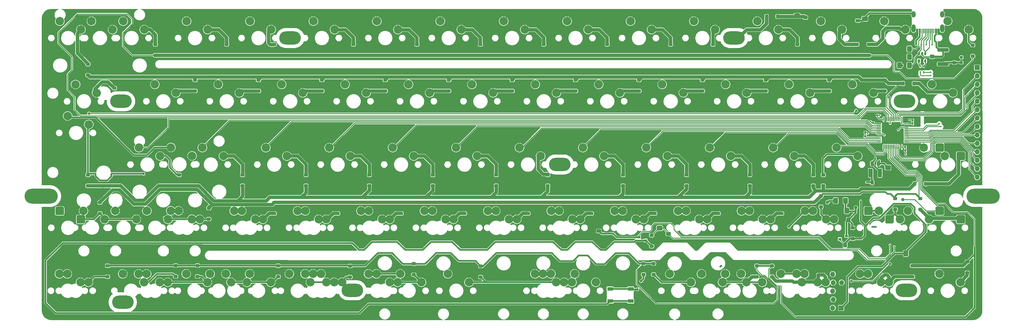
<source format=gtl>
G04 #@! TF.GenerationSoftware,KiCad,Pcbnew,(5.1.9)-1*
G04 #@! TF.CreationDate,2021-02-26T14:14:08+09:00*
G04 #@! TF.ProjectId,Joker60-NoArrows,4a6f6b65-7236-4302-9d4e-6f4172726f77,pre-Alpha*
G04 #@! TF.SameCoordinates,Original*
G04 #@! TF.FileFunction,Copper,L1,Top*
G04 #@! TF.FilePolarity,Positive*
%FSLAX46Y46*%
G04 Gerber Fmt 4.6, Leading zero omitted, Abs format (unit mm)*
G04 Created by KiCad (PCBNEW (5.1.9)-1) date 2021-02-26 14:14:08*
%MOMM*%
%LPD*%
G01*
G04 APERTURE LIST*
G04 #@! TA.AperFunction,ComponentPad*
%ADD10C,2.540000*%
G04 #@! TD*
G04 #@! TA.AperFunction,SMDPad,CuDef*
%ADD11R,0.400000X0.750000*%
G04 #@! TD*
G04 #@! TA.AperFunction,ComponentPad*
%ADD12O,1.300000X2.400000*%
G04 #@! TD*
G04 #@! TA.AperFunction,ComponentPad*
%ADD13O,1.300000X1.900000*%
G04 #@! TD*
G04 #@! TA.AperFunction,SMDPad,CuDef*
%ADD14R,1.475000X0.300000*%
G04 #@! TD*
G04 #@! TA.AperFunction,SMDPad,CuDef*
%ADD15R,0.900000X0.800000*%
G04 #@! TD*
G04 #@! TA.AperFunction,SMDPad,CuDef*
%ADD16R,1.800000X1.100000*%
G04 #@! TD*
G04 #@! TA.AperFunction,SMDPad,CuDef*
%ADD17R,0.650000X1.060000*%
G04 #@! TD*
G04 #@! TA.AperFunction,ComponentPad*
%ADD18O,10.000000X4.500001*%
G04 #@! TD*
G04 #@! TA.AperFunction,ComponentPad*
%ADD19O,6.500000X4.000000*%
G04 #@! TD*
G04 #@! TA.AperFunction,ComponentPad*
%ADD20O,1.524000X1.524000*%
G04 #@! TD*
G04 #@! TA.AperFunction,ComponentPad*
%ADD21R,1.524000X1.524000*%
G04 #@! TD*
G04 #@! TA.AperFunction,ViaPad*
%ADD22C,0.500000*%
G04 #@! TD*
G04 #@! TA.AperFunction,ViaPad*
%ADD23C,0.800000*%
G04 #@! TD*
G04 #@! TA.AperFunction,ViaPad*
%ADD24C,1.000000*%
G04 #@! TD*
G04 #@! TA.AperFunction,Conductor*
%ADD25C,0.500000*%
G04 #@! TD*
G04 #@! TA.AperFunction,Conductor*
%ADD26C,0.254000*%
G04 #@! TD*
G04 #@! TA.AperFunction,Conductor*
%ADD27C,1.000000*%
G04 #@! TD*
G04 #@! TA.AperFunction,Conductor*
%ADD28C,0.152400*%
G04 #@! TD*
G04 APERTURE END LIST*
G04 #@! TO.P,RVDD1,2*
G04 #@! TO.N,GND*
G04 #@! TA.AperFunction,SMDPad,CuDef*
G36*
G01*
X325104250Y-132641125D02*
X326354250Y-132641125D01*
G75*
G02*
X326604250Y-132891125I0J-250000D01*
G01*
X326604250Y-133816125D01*
G75*
G02*
X326354250Y-134066125I-250000J0D01*
G01*
X325104250Y-134066125D01*
G75*
G02*
X324854250Y-133816125I0J250000D01*
G01*
X324854250Y-132891125D01*
G75*
G02*
X325104250Y-132641125I250000J0D01*
G01*
G37*
G04 #@! TD.AperFunction*
G04 #@! TO.P,RVDD1,1*
G04 #@! TO.N,GNDD*
G04 #@! TA.AperFunction,SMDPad,CuDef*
G36*
G01*
X325104250Y-129666125D02*
X326354250Y-129666125D01*
G75*
G02*
X326604250Y-129916125I0J-250000D01*
G01*
X326604250Y-130841125D01*
G75*
G02*
X326354250Y-131091125I-250000J0D01*
G01*
X325104250Y-131091125D01*
G75*
G02*
X324854250Y-130841125I0J250000D01*
G01*
X324854250Y-129916125D01*
G75*
G02*
X325104250Y-129666125I250000J0D01*
G01*
G37*
G04 #@! TD.AperFunction*
G04 #@! TD*
G04 #@! TO.P,RSO1,2*
G04 #@! TO.N,GND*
G04 #@! TA.AperFunction,SMDPad,CuDef*
G36*
G01*
X333362250Y-156875125D02*
X333362250Y-155625125D01*
G75*
G02*
X333612250Y-155375125I250000J0D01*
G01*
X334537250Y-155375125D01*
G75*
G02*
X334787250Y-155625125I0J-250000D01*
G01*
X334787250Y-156875125D01*
G75*
G02*
X334537250Y-157125125I-250000J0D01*
G01*
X333612250Y-157125125D01*
G75*
G02*
X333362250Y-156875125I0J250000D01*
G01*
G37*
G04 #@! TD.AperFunction*
G04 #@! TO.P,RSO1,1*
G04 #@! TO.N,3.3V*
G04 #@! TA.AperFunction,SMDPad,CuDef*
G36*
G01*
X330387250Y-156875125D02*
X330387250Y-155625125D01*
G75*
G02*
X330637250Y-155375125I250000J0D01*
G01*
X331562250Y-155375125D01*
G75*
G02*
X331812250Y-155625125I0J-250000D01*
G01*
X331812250Y-156875125D01*
G75*
G02*
X331562250Y-157125125I-250000J0D01*
G01*
X330637250Y-157125125D01*
G75*
G02*
X330387250Y-156875125I0J250000D01*
G01*
G37*
G04 #@! TD.AperFunction*
G04 #@! TD*
G04 #@! TO.P,RSI1,2*
G04 #@! TO.N,GND*
G04 #@! TA.AperFunction,SMDPad,CuDef*
G36*
G01*
X311100500Y-142732600D02*
X311100500Y-143982600D01*
G75*
G02*
X310850500Y-144232600I-250000J0D01*
G01*
X309925500Y-144232600D01*
G75*
G02*
X309675500Y-143982600I0J250000D01*
G01*
X309675500Y-142732600D01*
G75*
G02*
X309925500Y-142482600I250000J0D01*
G01*
X310850500Y-142482600D01*
G75*
G02*
X311100500Y-142732600I0J-250000D01*
G01*
G37*
G04 #@! TD.AperFunction*
G04 #@! TO.P,RSI1,1*
G04 #@! TO.N,5V*
G04 #@! TA.AperFunction,SMDPad,CuDef*
G36*
G01*
X314075500Y-142732600D02*
X314075500Y-143982600D01*
G75*
G02*
X313825500Y-144232600I-250000J0D01*
G01*
X312900500Y-144232600D01*
G75*
G02*
X312650500Y-143982600I0J250000D01*
G01*
X312650500Y-142732600D01*
G75*
G02*
X312900500Y-142482600I250000J0D01*
G01*
X313825500Y-142482600D01*
G75*
G02*
X314075500Y-142732600I0J-250000D01*
G01*
G37*
G04 #@! TD.AperFunction*
G04 #@! TD*
G04 #@! TO.P,RSH2,2*
G04 #@! TO.N,GND*
G04 #@! TA.AperFunction,SMDPad,CuDef*
G36*
G01*
X297801250Y-86878125D02*
X299051250Y-86878125D01*
G75*
G02*
X299301250Y-87128125I0J-250000D01*
G01*
X299301250Y-88053125D01*
G75*
G02*
X299051250Y-88303125I-250000J0D01*
G01*
X297801250Y-88303125D01*
G75*
G02*
X297551250Y-88053125I0J250000D01*
G01*
X297551250Y-87128125D01*
G75*
G02*
X297801250Y-86878125I250000J0D01*
G01*
G37*
G04 #@! TD.AperFunction*
G04 #@! TO.P,RSH2,1*
G04 #@! TO.N,Net-(CSH2-Pad2)*
G04 #@! TA.AperFunction,SMDPad,CuDef*
G36*
G01*
X297801250Y-83903125D02*
X299051250Y-83903125D01*
G75*
G02*
X299301250Y-84153125I0J-250000D01*
G01*
X299301250Y-85078125D01*
G75*
G02*
X299051250Y-85328125I-250000J0D01*
G01*
X297801250Y-85328125D01*
G75*
G02*
X297551250Y-85078125I0J250000D01*
G01*
X297551250Y-84153125D01*
G75*
G02*
X297801250Y-83903125I250000J0D01*
G01*
G37*
G04 #@! TD.AperFunction*
G04 #@! TD*
G04 #@! TO.P,RSH1,2*
G04 #@! TO.N,GND*
G04 #@! TA.AperFunction,SMDPad,CuDef*
G36*
G01*
X318151250Y-87828125D02*
X319401250Y-87828125D01*
G75*
G02*
X319651250Y-88078125I0J-250000D01*
G01*
X319651250Y-89003125D01*
G75*
G02*
X319401250Y-89253125I-250000J0D01*
G01*
X318151250Y-89253125D01*
G75*
G02*
X317901250Y-89003125I0J250000D01*
G01*
X317901250Y-88078125D01*
G75*
G02*
X318151250Y-87828125I250000J0D01*
G01*
G37*
G04 #@! TD.AperFunction*
G04 #@! TO.P,RSH1,1*
G04 #@! TO.N,/SHIELD*
G04 #@! TA.AperFunction,SMDPad,CuDef*
G36*
G01*
X318151250Y-84853125D02*
X319401250Y-84853125D01*
G75*
G02*
X319651250Y-85103125I0J-250000D01*
G01*
X319651250Y-86028125D01*
G75*
G02*
X319401250Y-86278125I-250000J0D01*
G01*
X318151250Y-86278125D01*
G75*
G02*
X317901250Y-86028125I0J250000D01*
G01*
X317901250Y-85103125D01*
G75*
G02*
X318151250Y-84853125I250000J0D01*
G01*
G37*
G04 #@! TD.AperFunction*
G04 #@! TD*
G04 #@! TO.P,RRST1,2*
G04 #@! TO.N,GND*
G04 #@! TA.AperFunction,SMDPad,CuDef*
G36*
G01*
X256503930Y-150860545D02*
X257753930Y-150860545D01*
G75*
G02*
X258003930Y-151110545I0J-250000D01*
G01*
X258003930Y-152035545D01*
G75*
G02*
X257753930Y-152285545I-250000J0D01*
G01*
X256503930Y-152285545D01*
G75*
G02*
X256253930Y-152035545I0J250000D01*
G01*
X256253930Y-151110545D01*
G75*
G02*
X256503930Y-150860545I250000J0D01*
G01*
G37*
G04 #@! TD.AperFunction*
G04 #@! TO.P,RRST1,1*
G04 #@! TO.N,BOOT0*
G04 #@! TA.AperFunction,SMDPad,CuDef*
G36*
G01*
X256503930Y-147885545D02*
X257753930Y-147885545D01*
G75*
G02*
X258003930Y-148135545I0J-250000D01*
G01*
X258003930Y-149060545D01*
G75*
G02*
X257753930Y-149310545I-250000J0D01*
G01*
X256503930Y-149310545D01*
G75*
G02*
X256253930Y-149060545I0J250000D01*
G01*
X256253930Y-148135545D01*
G75*
G02*
X256503930Y-147885545I250000J0D01*
G01*
G37*
G04 #@! TD.AperFunction*
G04 #@! TD*
G04 #@! TO.P,RPU1,2*
G04 #@! TO.N,DBus+*
G04 #@! TA.AperFunction,SMDPad,CuDef*
G36*
G01*
X331457250Y-100233125D02*
X331457250Y-98983125D01*
G75*
G02*
X331707250Y-98733125I250000J0D01*
G01*
X332632250Y-98733125D01*
G75*
G02*
X332882250Y-98983125I0J-250000D01*
G01*
X332882250Y-100233125D01*
G75*
G02*
X332632250Y-100483125I-250000J0D01*
G01*
X331707250Y-100483125D01*
G75*
G02*
X331457250Y-100233125I0J250000D01*
G01*
G37*
G04 #@! TD.AperFunction*
G04 #@! TO.P,RPU1,1*
G04 #@! TO.N,VBUS*
G04 #@! TA.AperFunction,SMDPad,CuDef*
G36*
G01*
X328482250Y-100233125D02*
X328482250Y-98983125D01*
G75*
G02*
X328732250Y-98733125I250000J0D01*
G01*
X329657250Y-98733125D01*
G75*
G02*
X329907250Y-98983125I0J-250000D01*
G01*
X329907250Y-100233125D01*
G75*
G02*
X329657250Y-100483125I-250000J0D01*
G01*
X328732250Y-100483125D01*
G75*
G02*
X328482250Y-100233125I0J250000D01*
G01*
G37*
G04 #@! TD.AperFunction*
G04 #@! TD*
G04 #@! TO.P,RL1,2*
G04 #@! TO.N,Net-(DL1-Pad2)*
G04 #@! TA.AperFunction,SMDPad,CuDef*
G36*
G01*
X310730250Y-139750125D02*
X310730250Y-141000125D01*
G75*
G02*
X310480250Y-141250125I-250000J0D01*
G01*
X309555250Y-141250125D01*
G75*
G02*
X309305250Y-141000125I0J250000D01*
G01*
X309305250Y-139750125D01*
G75*
G02*
X309555250Y-139500125I250000J0D01*
G01*
X310480250Y-139500125D01*
G75*
G02*
X310730250Y-139750125I0J-250000D01*
G01*
G37*
G04 #@! TD.AperFunction*
G04 #@! TO.P,RL1,1*
G04 #@! TO.N,5V*
G04 #@! TA.AperFunction,SMDPad,CuDef*
G36*
G01*
X313705250Y-139750125D02*
X313705250Y-141000125D01*
G75*
G02*
X313455250Y-141250125I-250000J0D01*
G01*
X312530250Y-141250125D01*
G75*
G02*
X312280250Y-141000125I0J250000D01*
G01*
X312280250Y-139750125D01*
G75*
G02*
X312530250Y-139500125I250000J0D01*
G01*
X313455250Y-139500125D01*
G75*
G02*
X313705250Y-139750125I0J-250000D01*
G01*
G37*
G04 #@! TD.AperFunction*
G04 #@! TD*
G04 #@! TO.P,RCC2,2*
G04 #@! TO.N,Net-(J1-PadA5)*
G04 #@! TA.AperFunction,SMDPad,CuDef*
G36*
G01*
X331457250Y-97693125D02*
X331457250Y-96443125D01*
G75*
G02*
X331707250Y-96193125I250000J0D01*
G01*
X332632250Y-96193125D01*
G75*
G02*
X332882250Y-96443125I0J-250000D01*
G01*
X332882250Y-97693125D01*
G75*
G02*
X332632250Y-97943125I-250000J0D01*
G01*
X331707250Y-97943125D01*
G75*
G02*
X331457250Y-97693125I0J250000D01*
G01*
G37*
G04 #@! TD.AperFunction*
G04 #@! TO.P,RCC2,1*
G04 #@! TO.N,GND*
G04 #@! TA.AperFunction,SMDPad,CuDef*
G36*
G01*
X328482250Y-97693125D02*
X328482250Y-96443125D01*
G75*
G02*
X328732250Y-96193125I250000J0D01*
G01*
X329657250Y-96193125D01*
G75*
G02*
X329907250Y-96443125I0J-250000D01*
G01*
X329907250Y-97693125D01*
G75*
G02*
X329657250Y-97943125I-250000J0D01*
G01*
X328732250Y-97943125D01*
G75*
G02*
X328482250Y-97693125I0J250000D01*
G01*
G37*
G04 #@! TD.AperFunction*
G04 #@! TD*
G04 #@! TO.P,RCC1,2*
G04 #@! TO.N,Net-(J1-PadB5)*
G04 #@! TA.AperFunction,SMDPad,CuDef*
G36*
G01*
X331457250Y-95280125D02*
X331457250Y-94030125D01*
G75*
G02*
X331707250Y-93780125I250000J0D01*
G01*
X332632250Y-93780125D01*
G75*
G02*
X332882250Y-94030125I0J-250000D01*
G01*
X332882250Y-95280125D01*
G75*
G02*
X332632250Y-95530125I-250000J0D01*
G01*
X331707250Y-95530125D01*
G75*
G02*
X331457250Y-95280125I0J250000D01*
G01*
G37*
G04 #@! TD.AperFunction*
G04 #@! TO.P,RCC1,1*
G04 #@! TO.N,GND*
G04 #@! TA.AperFunction,SMDPad,CuDef*
G36*
G01*
X328482250Y-95280125D02*
X328482250Y-94030125D01*
G75*
G02*
X328732250Y-93780125I250000J0D01*
G01*
X329657250Y-93780125D01*
G75*
G02*
X329907250Y-94030125I0J-250000D01*
G01*
X329907250Y-95280125D01*
G75*
G02*
X329657250Y-95530125I-250000J0D01*
G01*
X328732250Y-95530125D01*
G75*
G02*
X328482250Y-95280125I0J250000D01*
G01*
G37*
G04 #@! TD.AperFunction*
G04 #@! TD*
D10*
G04 #@! TO.P,SW74,1*
G04 #@! TO.N,Col13*
X103128990Y-143423365D03*
G04 #@! TO.P,SW74,2*
G04 #@! TO.N,Net-(D62-Pad2)*
X109478990Y-145963365D03*
G04 #@! TD*
G04 #@! TO.P,SW75,2*
G04 #@! TO.N,Net-(D63-Pad2)*
G04 #@! TA.AperFunction,ComponentPad*
G36*
G01*
X84174130Y-147233365D02*
X82396130Y-147233365D01*
G75*
G02*
X82015130Y-146852365I0J381000D01*
G01*
X82015130Y-145074365D01*
G75*
G02*
X82396130Y-144693365I381000J0D01*
G01*
X84174130Y-144693365D01*
G75*
G02*
X84555130Y-145074365I0J-381000D01*
G01*
X84555130Y-146852365D01*
G75*
G02*
X84174130Y-147233365I-381000J0D01*
G01*
G37*
G04 #@! TD.AperFunction*
G04 #@! TO.P,SW75,1*
G04 #@! TO.N,Col14*
G04 #@! TA.AperFunction,ComponentPad*
G36*
G01*
X75665130Y-144312365D02*
X75665130Y-142534365D01*
G75*
G02*
X76046130Y-142153365I381000J0D01*
G01*
X77824130Y-142153365D01*
G75*
G02*
X78205130Y-142534365I0J-381000D01*
G01*
X78205130Y-144312365D01*
G75*
G02*
X77824130Y-144693365I-381000J0D01*
G01*
X76046130Y-144693365D01*
G75*
G02*
X75665130Y-144312365I0J381000D01*
G01*
G37*
G04 #@! TD.AperFunction*
G04 #@! TD*
G04 #@! TO.P,SW90,2*
G04 #@! TO.N,Net-(D48-Pad2)*
X233305000Y-145963125D03*
G04 #@! TO.P,SW90,1*
G04 #@! TO.N,Col7*
X226955000Y-143423125D03*
G04 #@! TD*
G04 #@! TO.P,SW48,2*
G04 #@! TO.N,Net-(D48-Pad2)*
X230923750Y-145963365D03*
G04 #@! TO.P,SW48,1*
G04 #@! TO.N,Col7*
X224573750Y-143423365D03*
G04 #@! TD*
G04 #@! TO.P,SW47,2*
G04 #@! TO.N,Net-(D47-Pad2)*
X249973750Y-145963365D03*
G04 #@! TO.P,SW47,1*
G04 #@! TO.N,Col6*
X243623750Y-143423365D03*
G04 #@! TD*
G04 #@! TO.P,D70,2*
G04 #@! TO.N,Net-(D70-Pad2)*
G04 #@! TA.AperFunction,SMDPad,CuDef*
G36*
G01*
X254970800Y-162084400D02*
X255670800Y-162084400D01*
G75*
G02*
X255920800Y-162334400I0J-250000D01*
G01*
X255920800Y-162834400D01*
G75*
G02*
X255670800Y-163084400I-250000J0D01*
G01*
X254970800Y-163084400D01*
G75*
G02*
X254720800Y-162834400I0J250000D01*
G01*
X254720800Y-162334400D01*
G75*
G02*
X254970800Y-162084400I250000J0D01*
G01*
G37*
G04 #@! TD.AperFunction*
G04 #@! TO.P,D70,1*
G04 #@! TO.N,Row5*
G04 #@! TA.AperFunction,SMDPad,CuDef*
G36*
G01*
X254970800Y-158784400D02*
X255670800Y-158784400D01*
G75*
G02*
X255920800Y-159034400I0J-250000D01*
G01*
X255920800Y-159534400D01*
G75*
G02*
X255670800Y-159784400I-250000J0D01*
G01*
X254970800Y-159784400D01*
G75*
G02*
X254720800Y-159534400I0J250000D01*
G01*
X254720800Y-159034400D01*
G75*
G02*
X254970800Y-158784400I250000J0D01*
G01*
G37*
G04 #@! TD.AperFunction*
G04 #@! TD*
G04 #@! TO.P,SW112,1*
G04 #@! TO.N,Col11*
X122078750Y-162401250D03*
G04 #@! TO.P,SW112,2*
G04 #@! TO.N,Net-(D61-Pad2)*
X128428750Y-164941250D03*
G04 #@! TD*
G04 #@! TO.P,SW59,1*
G04 #@! TO.N,Col12*
X103028750Y-162401250D03*
G04 #@! TO.P,SW59,2*
G04 #@! TO.N,Net-(D58-Pad2)*
X109378750Y-164941250D03*
G04 #@! TD*
G04 #@! TO.P,SW117,2*
G04 #@! TO.N,Net-(D60-Pad2)*
X83185000Y-164941250D03*
G04 #@! TO.P,SW117,1*
G04 #@! TO.N,Col14*
X76835000Y-162401250D03*
G04 #@! TD*
G04 #@! TO.P,SW116,2*
G04 #@! TO.N,Net-(D59-Pad2)*
X102235000Y-164941250D03*
G04 #@! TO.P,SW116,1*
G04 #@! TO.N,Col13*
X95885000Y-162401250D03*
G04 #@! TD*
G04 #@! TO.P,SW115,2*
G04 #@! TO.N,Net-(D58-Pad2)*
X121285000Y-164941250D03*
G04 #@! TO.P,SW115,1*
G04 #@! TO.N,Col12*
X114935000Y-162401250D03*
G04 #@! TD*
G04 #@! TO.P,SW114,1*
G04 #@! TO.N,Col14*
X79216250Y-162401250D03*
G04 #@! TO.P,SW114,2*
G04 #@! TO.N,Net-(D60-Pad2)*
X85566250Y-164941250D03*
G04 #@! TD*
G04 #@! TO.P,SW113,2*
G04 #@! TO.N,Net-(D58-Pad2)*
X106997500Y-164941250D03*
G04 #@! TO.P,SW113,1*
G04 #@! TO.N,Col12*
X100647500Y-162401250D03*
G04 #@! TD*
G04 #@! TO.P,SW111,1*
G04 #@! TO.N,Col10*
X145891250Y-162401250D03*
G04 #@! TO.P,SW111,2*
G04 #@! TO.N,Net-(D69-Pad2)*
X152241250Y-164941250D03*
G04 #@! TD*
G04 #@! TO.P,SW110,1*
G04 #@! TO.N,Col9*
X169703750Y-162401250D03*
G04 #@! TO.P,SW110,2*
G04 #@! TO.N,Net-(D67-Pad2)*
X176053750Y-164941250D03*
G04 #@! TD*
G04 #@! TO.P,SW109,1*
G04 #@! TO.N,Col7*
X224472500Y-162401250D03*
G04 #@! TO.P,SW109,2*
G04 #@! TO.N,Net-(D57-Pad2)*
X230822500Y-164941250D03*
G04 #@! TD*
G04 #@! TO.P,SW108,2*
G04 #@! TO.N,Net-(D64-Pad2)*
X283210000Y-164941250D03*
G04 #@! TO.P,SW108,1*
G04 #@! TO.N,Col4*
X276860000Y-162401250D03*
G04 #@! TD*
G04 #@! TO.P,SW107,1*
G04 #@! TO.N,Col3*
X298291250Y-162401250D03*
G04 #@! TO.P,SW107,2*
G04 #@! TO.N,Net-(D56-Pad2)*
X304641250Y-164941250D03*
G04 #@! TD*
G04 #@! TO.P,SW106,2*
G04 #@! TO.N,Net-(D55-Pad2)*
X326072500Y-164941250D03*
G04 #@! TO.P,SW106,1*
G04 #@! TO.N,Col2*
X319722500Y-162401250D03*
G04 #@! TD*
G04 #@! TO.P,SW105,2*
G04 #@! TO.N,Net-(D60-Pad2)*
X83185000Y-164941250D03*
G04 #@! TO.P,SW105,1*
G04 #@! TO.N,Col14*
X76835000Y-162401250D03*
G04 #@! TD*
G04 #@! TO.P,SW104,2*
G04 #@! TO.N,Net-(D59-Pad2)*
X102235000Y-164941250D03*
G04 #@! TO.P,SW104,1*
G04 #@! TO.N,Col13*
X95885000Y-162401250D03*
G04 #@! TD*
G04 #@! TO.P,SW103,2*
G04 #@! TO.N,Net-(D58-Pad2)*
X121285000Y-164941250D03*
G04 #@! TO.P,SW103,1*
G04 #@! TO.N,Col12*
X114935000Y-162401250D03*
G04 #@! TD*
G04 #@! TO.P,SW102,2*
G04 #@! TO.N,Net-(D61-Pad2)*
X140335000Y-164941250D03*
G04 #@! TO.P,SW102,1*
G04 #@! TO.N,Col11*
X133985000Y-162401250D03*
G04 #@! TD*
G04 #@! TO.P,SW101,2*
G04 #@! TO.N,Net-(D69-Pad2)*
X159385000Y-164941250D03*
G04 #@! TO.P,SW101,1*
G04 #@! TO.N,Col10*
X153035000Y-162401250D03*
G04 #@! TD*
G04 #@! TO.P,SW100,1*
G04 #@! TO.N,Col7*
X222091250Y-162401250D03*
G04 #@! TO.P,SW100,2*
G04 #@! TO.N,Net-(D57-Pad2)*
X228441250Y-164941250D03*
G04 #@! TD*
G04 #@! TO.P,SW86,1*
G04 #@! TO.N,Col7*
X219710000Y-162401250D03*
G04 #@! TO.P,SW86,2*
G04 #@! TO.N,Net-(D57-Pad2)*
X226060000Y-164941250D03*
G04 #@! TD*
G04 #@! TO.P,SW84,2*
G04 #@! TO.N,Net-(D61-Pad2)*
X140335000Y-164941250D03*
G04 #@! TO.P,SW84,1*
G04 #@! TO.N,Col11*
X133985000Y-162401250D03*
G04 #@! TD*
G04 #@! TO.P,SW83,2*
G04 #@! TO.N,Net-(D69-Pad2)*
X161766250Y-164941250D03*
G04 #@! TO.P,SW83,1*
G04 #@! TO.N,Col10*
X155416250Y-162401250D03*
G04 #@! TD*
G04 #@! TO.P,SW82,2*
G04 #@! TO.N,Net-(D67-Pad2)*
X185578750Y-164941250D03*
G04 #@! TO.P,SW82,1*
G04 #@! TO.N,Col9*
X179228750Y-162401250D03*
G04 #@! TD*
G04 #@! TO.P,SW80,2*
G04 #@! TO.N,Net-(D67-Pad2)*
X178435000Y-164941250D03*
G04 #@! TO.P,SW80,1*
G04 #@! TO.N,Col9*
X172085000Y-162401250D03*
G04 #@! TD*
G04 #@! TO.P,SW70,1*
G04 #@! TO.N,Col6*
X260191250Y-162401250D03*
G04 #@! TO.P,SW70,2*
G04 #@! TO.N,Net-(D70-Pad2)*
X266541250Y-164941250D03*
G04 #@! TD*
G04 #@! TO.P,SW61,1*
G04 #@! TO.N,Col1*
X341153750Y-162401250D03*
G04 #@! TO.P,SW61,2*
G04 #@! TO.N,Net-(D54-Pad2)*
X347503750Y-164941250D03*
G04 #@! TD*
G04 #@! TO.P,SW56,2*
G04 #@! TO.N,Net-(D56-Pad2)*
X307022500Y-164941250D03*
G04 #@! TO.P,SW56,1*
G04 #@! TO.N,Col3*
X300672500Y-162401250D03*
G04 #@! TD*
G04 #@! TO.P,SW54,2*
G04 #@! TO.N,Net-(D55-Pad2)*
X326072500Y-164941250D03*
G04 #@! TO.P,SW54,1*
G04 #@! TO.N,Col2*
X319722500Y-162401250D03*
G04 #@! TD*
G04 #@! TO.P,D69,2*
G04 #@! TO.N,Net-(D69-Pad2)*
G04 #@! TA.AperFunction,SMDPad,CuDef*
G36*
G01*
X163784800Y-162846400D02*
X164484800Y-162846400D01*
G75*
G02*
X164734800Y-163096400I0J-250000D01*
G01*
X164734800Y-163596400D01*
G75*
G02*
X164484800Y-163846400I-250000J0D01*
G01*
X163784800Y-163846400D01*
G75*
G02*
X163534800Y-163596400I0J250000D01*
G01*
X163534800Y-163096400D01*
G75*
G02*
X163784800Y-162846400I250000J0D01*
G01*
G37*
G04 #@! TD.AperFunction*
G04 #@! TO.P,D69,1*
G04 #@! TO.N,Row5*
G04 #@! TA.AperFunction,SMDPad,CuDef*
G36*
G01*
X163784800Y-159546400D02*
X164484800Y-159546400D01*
G75*
G02*
X164734800Y-159796400I0J-250000D01*
G01*
X164734800Y-160296400D01*
G75*
G02*
X164484800Y-160546400I-250000J0D01*
G01*
X163784800Y-160546400D01*
G75*
G02*
X163534800Y-160296400I0J250000D01*
G01*
X163534800Y-159796400D01*
G75*
G02*
X163784800Y-159546400I250000J0D01*
G01*
G37*
G04 #@! TD.AperFunction*
G04 #@! TD*
G04 #@! TO.P,SW99,2*
G04 #@! TO.N,Net-(D62-Pad2)*
X119005000Y-145963125D03*
G04 #@! TO.P,SW99,1*
G04 #@! TO.N,Col13*
X112655000Y-143423125D03*
G04 #@! TD*
G04 #@! TO.P,SW98,1*
G04 #@! TO.N,Col1*
X331729950Y-143423365D03*
G04 #@! TO.P,SW98,2*
G04 #@! TO.N,Net-(D42-Pad2)*
X338079950Y-145963365D03*
G04 #@! TD*
G04 #@! TO.P,SW97,2*
G04 #@! TO.N,Net-(D63-Pad2)*
X99955000Y-145963125D03*
G04 #@! TO.P,SW97,1*
G04 #@! TO.N,Col14*
X93605000Y-143423125D03*
G04 #@! TD*
G04 #@! TO.P,SW96,1*
G04 #@! TO.N,Col13*
X103130000Y-143423125D03*
G04 #@! TO.P,SW96,2*
G04 #@! TO.N,Net-(D62-Pad2)*
X109480000Y-145963125D03*
G04 #@! TD*
G04 #@! TO.P,SW95,2*
G04 #@! TO.N,Net-(D53-Pad2)*
X137953750Y-145963125D03*
G04 #@! TO.P,SW95,1*
G04 #@! TO.N,Col12*
X131603750Y-143423125D03*
G04 #@! TD*
G04 #@! TO.P,SW94,2*
G04 #@! TO.N,Net-(D52-Pad2)*
X157003750Y-145963125D03*
G04 #@! TO.P,SW94,1*
G04 #@! TO.N,Col11*
X150653750Y-143423125D03*
G04 #@! TD*
G04 #@! TO.P,SW93,2*
G04 #@! TO.N,Net-(D51-Pad2)*
X176053750Y-145963125D03*
G04 #@! TO.P,SW93,1*
G04 #@! TO.N,Col10*
X169703750Y-143423125D03*
G04 #@! TD*
G04 #@! TO.P,SW92,2*
G04 #@! TO.N,Net-(D50-Pad2)*
X195205000Y-145963125D03*
G04 #@! TO.P,SW92,1*
G04 #@! TO.N,Col9*
X188855000Y-143423125D03*
G04 #@! TD*
G04 #@! TO.P,SW91,2*
G04 #@! TO.N,Net-(D49-Pad2)*
X214255000Y-145963125D03*
G04 #@! TO.P,SW91,1*
G04 #@! TO.N,Col8*
X207905000Y-143423125D03*
G04 #@! TD*
G04 #@! TO.P,SW88,2*
G04 #@! TO.N,Net-(D47-Pad2)*
X252355000Y-145963125D03*
G04 #@! TO.P,SW88,1*
G04 #@! TO.N,Col6*
X246005000Y-143423125D03*
G04 #@! TD*
G04 #@! TO.P,SW87,2*
G04 #@! TO.N,Net-(D46-Pad2)*
X271405000Y-145963125D03*
G04 #@! TO.P,SW87,1*
G04 #@! TO.N,Col5*
X265055000Y-143423125D03*
G04 #@! TD*
G04 #@! TO.P,SW85,2*
G04 #@! TO.N,Net-(D45-Pad2)*
X290455000Y-145963125D03*
G04 #@! TO.P,SW85,1*
G04 #@! TO.N,Col4*
X284105000Y-143423125D03*
G04 #@! TD*
G04 #@! TO.P,SW71,2*
G04 #@! TO.N,Net-(D44-Pad2)*
X309505000Y-145963125D03*
G04 #@! TO.P,SW71,1*
G04 #@! TO.N,Col3*
X303155000Y-143423125D03*
G04 #@! TD*
G04 #@! TO.P,SW69,2*
G04 #@! TO.N,Net-(D43-Pad2)*
X329348750Y-145963125D03*
G04 #@! TO.P,SW69,1*
G04 #@! TO.N,Col2*
X322998750Y-143423125D03*
G04 #@! TD*
G04 #@! TO.P,SW66,2*
G04 #@! TO.N,Net-(D42-Pad2)*
X347605000Y-145963365D03*
G04 #@! TO.P,SW66,1*
G04 #@! TO.N,Col1*
X341255000Y-143423365D03*
G04 #@! TD*
G04 #@! TO.P,SW2,2*
G04 #@! TO.N,Net-(D2-Pad2)*
X330936170Y-88813125D03*
G04 #@! TO.P,SW2,1*
G04 #@! TO.N,Col2*
X324586170Y-86273125D03*
G04 #@! TD*
G04 #@! TO.P,SW44,2*
G04 #@! TO.N,Net-(D44-Pad2)*
X307123750Y-145963125D03*
G04 #@! TO.P,SW44,1*
G04 #@! TO.N,Col3*
X300773750Y-143423125D03*
G04 #@! TD*
G04 #@! TO.P,SW60,1*
G04 #@! TO.N,Col14*
X79216250Y-162401250D03*
G04 #@! TO.P,SW60,2*
G04 #@! TO.N,Net-(D60-Pad2)*
X85566250Y-164941250D03*
G04 #@! TD*
G04 #@! TO.P,SW52,2*
G04 #@! TO.N,Net-(D52-Pad2)*
X154723750Y-145963125D03*
G04 #@! TO.P,SW52,1*
G04 #@! TO.N,Col11*
X148373750Y-143423125D03*
G04 #@! TD*
G04 #@! TO.P,SW77,1*
G04 #@! TO.N,Col14*
X110337250Y-124322325D03*
G04 #@! TO.P,SW77,2*
G04 #@! TO.N,Net-(D65-Pad2)*
X116687250Y-126862325D03*
G04 #@! TD*
G04 #@! TO.P,SW62,1*
G04 #@! TO.N,Col3*
X293528750Y-162401250D03*
G04 #@! TO.P,SW62,2*
G04 #@! TO.N,Net-(D56-Pad2)*
X299878750Y-164941250D03*
G04 #@! TD*
G04 #@! TO.P,SW68,1*
G04 #@! TO.N,Col10*
X150653750Y-162401250D03*
G04 #@! TO.P,SW68,2*
G04 #@! TO.N,Net-(D69-Pad2)*
X157003750Y-164941250D03*
G04 #@! TD*
G04 #@! TO.P,SW89,1*
G04 #@! TO.N,Col8*
X193516250Y-162401250D03*
G04 #@! TO.P,SW89,2*
G04 #@! TO.N,Net-(D66-Pad2)*
X199866250Y-164941250D03*
G04 #@! TD*
G04 #@! TO.P,SW81,1*
G04 #@! TO.N,Col4*
X269716250Y-162401250D03*
G04 #@! TO.P,SW81,2*
G04 #@! TO.N,Net-(D64-Pad2)*
X276066250Y-164941250D03*
G04 #@! TD*
G04 #@! TO.P,SW79,1*
G04 #@! TO.N,Col14*
X84083810Y-143415505D03*
G04 #@! TO.P,SW79,2*
G04 #@! TO.N,Net-(D63-Pad2)*
X90433810Y-145955505D03*
G04 #@! TD*
G04 #@! TO.P,SW78,2*
G04 #@! TO.N,Net-(D62-Pad2)*
X116644070Y-145930105D03*
G04 #@! TO.P,SW78,1*
G04 #@! TO.N,Col13*
X110294070Y-143390105D03*
G04 #@! TD*
G04 #@! TO.P,SW76,1*
G04 #@! TO.N,Col15*
X81691130Y-105351065D03*
G04 #@! TO.P,SW76,2*
G04 #@! TO.N,Net-(D68-Pad2)*
X88041130Y-107891065D03*
G04 #@! TD*
G04 #@! TO.P,SW73,1*
G04 #@! TO.N,Col1*
X331729950Y-143423365D03*
G04 #@! TO.P,SW73,2*
G04 #@! TO.N,Net-(D42-Pad2)*
X338079950Y-145963365D03*
G04 #@! TD*
G04 #@! TO.P,SW72,1*
G04 #@! TO.N,Col14*
X93605000Y-143423125D03*
G04 #@! TO.P,SW72,2*
G04 #@! TO.N,Net-(D63-Pad2)*
X99955000Y-145963125D03*
G04 #@! TD*
G04 #@! TO.P,SW67,2*
G04 #@! TO.N,Net-(D64-Pad2)*
X287972500Y-164941250D03*
G04 #@! TO.P,SW67,1*
G04 #@! TO.N,Col4*
X281622500Y-162401250D03*
G04 #@! TD*
G04 #@! TO.P,SW58,1*
G04 #@! TO.N,Col11*
X126841250Y-162401250D03*
G04 #@! TO.P,SW58,2*
G04 #@! TO.N,Net-(D61-Pad2)*
X133191250Y-164941250D03*
G04 #@! TD*
G04 #@! TO.P,SW57,1*
G04 #@! TO.N,Col7*
X231616250Y-162401250D03*
G04 #@! TO.P,SW57,2*
G04 #@! TO.N,Net-(D57-Pad2)*
X237966250Y-164941250D03*
G04 #@! TD*
G04 #@! TO.P,SW55,1*
G04 #@! TO.N,Col2*
X317341250Y-162401250D03*
G04 #@! TO.P,SW55,2*
G04 #@! TO.N,Net-(D55-Pad2)*
X323691250Y-164941250D03*
G04 #@! TD*
G04 #@! TO.P,SW1,2*
G04 #@! TO.N,Net-(D1-Pad2)*
X349986250Y-88813125D03*
G04 #@! TO.P,SW1,1*
G04 #@! TO.N,Col1*
X343636250Y-86273125D03*
G04 #@! TD*
G04 #@! TO.P,D68,2*
G04 #@! TO.N,Net-(D68-Pad2)*
G04 #@! TA.AperFunction,SMDPad,CuDef*
G36*
G01*
X93007350Y-105934645D02*
X93707350Y-105934645D01*
G75*
G02*
X93957350Y-106184645I0J-250000D01*
G01*
X93957350Y-106684645D01*
G75*
G02*
X93707350Y-106934645I-250000J0D01*
G01*
X93007350Y-106934645D01*
G75*
G02*
X92757350Y-106684645I0J250000D01*
G01*
X92757350Y-106184645D01*
G75*
G02*
X93007350Y-105934645I250000J0D01*
G01*
G37*
G04 #@! TD.AperFunction*
G04 #@! TO.P,D68,1*
G04 #@! TO.N,Row2*
G04 #@! TA.AperFunction,SMDPad,CuDef*
G36*
G01*
X93007350Y-102634645D02*
X93707350Y-102634645D01*
G75*
G02*
X93957350Y-102884645I0J-250000D01*
G01*
X93957350Y-103384645D01*
G75*
G02*
X93707350Y-103634645I-250000J0D01*
G01*
X93007350Y-103634645D01*
G75*
G02*
X92757350Y-103384645I0J250000D01*
G01*
X92757350Y-102884645D01*
G75*
G02*
X93007350Y-102634645I250000J0D01*
G01*
G37*
G04 #@! TD.AperFunction*
G04 #@! TD*
G04 #@! TO.P,D67,2*
G04 #@! TO.N,Net-(D67-Pad2)*
G04 #@! TA.AperFunction,SMDPad,CuDef*
G36*
G01*
X182936400Y-162135200D02*
X183636400Y-162135200D01*
G75*
G02*
X183886400Y-162385200I0J-250000D01*
G01*
X183886400Y-162885200D01*
G75*
G02*
X183636400Y-163135200I-250000J0D01*
G01*
X182936400Y-163135200D01*
G75*
G02*
X182686400Y-162885200I0J250000D01*
G01*
X182686400Y-162385200D01*
G75*
G02*
X182936400Y-162135200I250000J0D01*
G01*
G37*
G04 #@! TD.AperFunction*
G04 #@! TO.P,D67,1*
G04 #@! TO.N,Row5*
G04 #@! TA.AperFunction,SMDPad,CuDef*
G36*
G01*
X182936400Y-158835200D02*
X183636400Y-158835200D01*
G75*
G02*
X183886400Y-159085200I0J-250000D01*
G01*
X183886400Y-159585200D01*
G75*
G02*
X183636400Y-159835200I-250000J0D01*
G01*
X182936400Y-159835200D01*
G75*
G02*
X182686400Y-159585200I0J250000D01*
G01*
X182686400Y-159085200D01*
G75*
G02*
X182936400Y-158835200I250000J0D01*
G01*
G37*
G04 #@! TD.AperFunction*
G04 #@! TD*
G04 #@! TO.P,D66,2*
G04 #@! TO.N,Net-(D66-Pad2)*
G04 #@! TA.AperFunction,SMDPad,CuDef*
G36*
G01*
X203040150Y-162866205D02*
X203740150Y-162866205D01*
G75*
G02*
X203990150Y-163116205I0J-250000D01*
G01*
X203990150Y-163616205D01*
G75*
G02*
X203740150Y-163866205I-250000J0D01*
G01*
X203040150Y-163866205D01*
G75*
G02*
X202790150Y-163616205I0J250000D01*
G01*
X202790150Y-163116205D01*
G75*
G02*
X203040150Y-162866205I250000J0D01*
G01*
G37*
G04 #@! TD.AperFunction*
G04 #@! TO.P,D66,1*
G04 #@! TO.N,Row5*
G04 #@! TA.AperFunction,SMDPad,CuDef*
G36*
G01*
X203040150Y-159566205D02*
X203740150Y-159566205D01*
G75*
G02*
X203990150Y-159816205I0J-250000D01*
G01*
X203990150Y-160316205D01*
G75*
G02*
X203740150Y-160566205I-250000J0D01*
G01*
X203040150Y-160566205D01*
G75*
G02*
X202790150Y-160316205I0J250000D01*
G01*
X202790150Y-159816205D01*
G75*
G02*
X203040150Y-159566205I250000J0D01*
G01*
G37*
G04 #@! TD.AperFunction*
G04 #@! TD*
G04 #@! TO.P,D64,2*
G04 #@! TO.N,Net-(D64-Pad2)*
G04 #@! TA.AperFunction,SMDPad,CuDef*
G36*
G01*
X285988930Y-162767145D02*
X286688930Y-162767145D01*
G75*
G02*
X286938930Y-163017145I0J-250000D01*
G01*
X286938930Y-163517145D01*
G75*
G02*
X286688930Y-163767145I-250000J0D01*
G01*
X285988930Y-163767145D01*
G75*
G02*
X285738930Y-163517145I0J250000D01*
G01*
X285738930Y-163017145D01*
G75*
G02*
X285988930Y-162767145I250000J0D01*
G01*
G37*
G04 #@! TD.AperFunction*
G04 #@! TO.P,D64,1*
G04 #@! TO.N,Row5*
G04 #@! TA.AperFunction,SMDPad,CuDef*
G36*
G01*
X285988930Y-159467145D02*
X286688930Y-159467145D01*
G75*
G02*
X286938930Y-159717145I0J-250000D01*
G01*
X286938930Y-160217145D01*
G75*
G02*
X286688930Y-160467145I-250000J0D01*
G01*
X285988930Y-160467145D01*
G75*
G02*
X285738930Y-160217145I0J250000D01*
G01*
X285738930Y-159717145D01*
G75*
G02*
X285988930Y-159467145I250000J0D01*
G01*
G37*
G04 #@! TD.AperFunction*
G04 #@! TD*
D11*
G04 #@! TO.P,L1,3*
G04 #@! TO.N,D+*
X335476250Y-101676125D03*
G04 #@! TO.P,L1,2*
G04 #@! TO.N,Net-(L1-Pad2)*
X335476250Y-99826125D03*
G04 #@! TO.P,L1,1*
G04 #@! TO.N,Net-(L1-Pad1)*
G04 #@! TA.AperFunction,SMDPad,CuDef*
G36*
G01*
X336376250Y-99451125D02*
X336576250Y-99451125D01*
G75*
G02*
X336676250Y-99551125I0J-100000D01*
G01*
X336676250Y-100101125D01*
G75*
G02*
X336576250Y-100201125I-100000J0D01*
G01*
X336376250Y-100201125D01*
G75*
G02*
X336276250Y-100101125I0J100000D01*
G01*
X336276250Y-99551125D01*
G75*
G02*
X336376250Y-99451125I100000J0D01*
G01*
G37*
G04 #@! TD.AperFunction*
G04 #@! TO.P,L1,4*
G04 #@! TO.N,D-*
X336476250Y-101676125D03*
G04 #@! TD*
G04 #@! TO.P,L3,2*
G04 #@! TO.N,VDD*
G04 #@! TA.AperFunction,SMDPad,CuDef*
G36*
G01*
X322694250Y-133068125D02*
X322694250Y-130918125D01*
G75*
G02*
X322944250Y-130668125I250000J0D01*
G01*
X323694250Y-130668125D01*
G75*
G02*
X323944250Y-130918125I0J-250000D01*
G01*
X323944250Y-133068125D01*
G75*
G02*
X323694250Y-133318125I-250000J0D01*
G01*
X322944250Y-133318125D01*
G75*
G02*
X322694250Y-133068125I0J250000D01*
G01*
G37*
G04 #@! TD.AperFunction*
G04 #@! TO.P,L3,1*
G04 #@! TO.N,3.3V*
G04 #@! TA.AperFunction,SMDPad,CuDef*
G36*
G01*
X319894250Y-133068125D02*
X319894250Y-130918125D01*
G75*
G02*
X320144250Y-130668125I250000J0D01*
G01*
X320894250Y-130668125D01*
G75*
G02*
X321144250Y-130918125I0J-250000D01*
G01*
X321144250Y-133068125D01*
G75*
G02*
X320894250Y-133318125I-250000J0D01*
G01*
X320144250Y-133318125D01*
G75*
G02*
X319894250Y-133068125I0J250000D01*
G01*
G37*
G04 #@! TD.AperFunction*
G04 #@! TD*
G04 #@! TO.P,CB10,2*
G04 #@! TO.N,VDD*
G04 #@! TA.AperFunction,SMDPad,CuDef*
G36*
G01*
X321469250Y-128742875D02*
X321469250Y-129655375D01*
G75*
G02*
X321225500Y-129899125I-243750J0D01*
G01*
X320738000Y-129899125D01*
G75*
G02*
X320494250Y-129655375I0J243750D01*
G01*
X320494250Y-128742875D01*
G75*
G02*
X320738000Y-128499125I243750J0D01*
G01*
X321225500Y-128499125D01*
G75*
G02*
X321469250Y-128742875I0J-243750D01*
G01*
G37*
G04 #@! TD.AperFunction*
G04 #@! TO.P,CB10,1*
G04 #@! TO.N,GNDD*
G04 #@! TA.AperFunction,SMDPad,CuDef*
G36*
G01*
X323344250Y-128742875D02*
X323344250Y-129655375D01*
G75*
G02*
X323100500Y-129899125I-243750J0D01*
G01*
X322613000Y-129899125D01*
G75*
G02*
X322369250Y-129655375I0J243750D01*
G01*
X322369250Y-128742875D01*
G75*
G02*
X322613000Y-128499125I243750J0D01*
G01*
X323100500Y-128499125D01*
G75*
G02*
X323344250Y-128742875I0J-243750D01*
G01*
G37*
G04 #@! TD.AperFunction*
G04 #@! TD*
G04 #@! TO.P,CB9,2*
G04 #@! TO.N,3.3V*
G04 #@! TA.AperFunction,SMDPad,CuDef*
G36*
G01*
X321469250Y-134354651D02*
X321469250Y-135267151D01*
G75*
G02*
X321225500Y-135510901I-243750J0D01*
G01*
X320738000Y-135510901D01*
G75*
G02*
X320494250Y-135267151I0J243750D01*
G01*
X320494250Y-134354651D01*
G75*
G02*
X320738000Y-134110901I243750J0D01*
G01*
X321225500Y-134110901D01*
G75*
G02*
X321469250Y-134354651I0J-243750D01*
G01*
G37*
G04 #@! TD.AperFunction*
G04 #@! TO.P,CB9,1*
G04 #@! TO.N,GND*
G04 #@! TA.AperFunction,SMDPad,CuDef*
G36*
G01*
X323344250Y-134354651D02*
X323344250Y-135267151D01*
G75*
G02*
X323100500Y-135510901I-243750J0D01*
G01*
X322613000Y-135510901D01*
G75*
G02*
X322369250Y-135267151I0J243750D01*
G01*
X322369250Y-134354651D01*
G75*
G02*
X322613000Y-134110901I243750J0D01*
G01*
X323100500Y-134110901D01*
G75*
G02*
X323344250Y-134354651I0J-243750D01*
G01*
G37*
G04 #@! TD.AperFunction*
G04 #@! TD*
D10*
G04 #@! TO.P,SW29,1*
G04 #@! TO.N,Col1*
X336492506Y-124373093D03*
G04 #@! TO.P,SW29,2*
G04 #@! TO.N,Net-(D29-Pad2)*
X342842506Y-126913093D03*
G04 #@! TD*
G04 #@! TO.P,DL1,2*
G04 #@! TO.N,Net-(DL1-Pad2)*
G04 #@! TA.AperFunction,SMDPad,CuDef*
G36*
G01*
X307824500Y-141295125D02*
X307312000Y-141295125D01*
G75*
G02*
X307093250Y-141076375I0J218750D01*
G01*
X307093250Y-140638875D01*
G75*
G02*
X307312000Y-140420125I218750J0D01*
G01*
X307824500Y-140420125D01*
G75*
G02*
X308043250Y-140638875I0J-218750D01*
G01*
X308043250Y-141076375D01*
G75*
G02*
X307824500Y-141295125I-218750J0D01*
G01*
G37*
G04 #@! TD.AperFunction*
G04 #@! TO.P,DL1,1*
G04 #@! TO.N,GND*
G04 #@! TA.AperFunction,SMDPad,CuDef*
G36*
G01*
X307824500Y-142870125D02*
X307312000Y-142870125D01*
G75*
G02*
X307093250Y-142651375I0J218750D01*
G01*
X307093250Y-142213875D01*
G75*
G02*
X307312000Y-141995125I218750J0D01*
G01*
X307824500Y-141995125D01*
G75*
G02*
X308043250Y-142213875I0J-218750D01*
G01*
X308043250Y-142651375D01*
G75*
G02*
X307824500Y-142870125I-218750J0D01*
G01*
G37*
G04 #@! TD.AperFunction*
G04 #@! TD*
G04 #@! TO.P,SW63,1*
G04 #@! TO.N,Col1*
G04 #@! TA.AperFunction,ComponentPad*
G36*
G01*
X339984990Y-125262285D02*
X339984990Y-123484285D01*
G75*
G02*
X340365990Y-123103285I381000J0D01*
G01*
X342143990Y-123103285D01*
G75*
G02*
X342524990Y-123484285I0J-381000D01*
G01*
X342524990Y-125262285D01*
G75*
G02*
X342143990Y-125643285I-381000J0D01*
G01*
X340365990Y-125643285D01*
G75*
G02*
X339984990Y-125262285I0J381000D01*
G01*
G37*
G04 #@! TD.AperFunction*
G04 #@! TO.P,SW63,2*
G04 #@! TO.N,Net-(D29-Pad2)*
G04 #@! TA.AperFunction,ComponentPad*
G36*
G01*
X346334990Y-127802285D02*
X346334990Y-126024285D01*
G75*
G02*
X346715990Y-125643285I381000J0D01*
G01*
X348493990Y-125643285D01*
G75*
G02*
X348874990Y-126024285I0J-381000D01*
G01*
X348874990Y-127802285D01*
G75*
G02*
X348493990Y-128183285I-381000J0D01*
G01*
X346715990Y-128183285D01*
G75*
G02*
X346334990Y-127802285I0J381000D01*
G01*
G37*
G04 #@! TD.AperFunction*
G04 #@! TD*
D12*
G04 #@! TO.P,J1,S*
G04 #@! TO.N,/SHIELD*
X333426250Y-88453125D03*
D13*
X333426250Y-84253125D03*
X342026250Y-84253125D03*
G04 #@! TO.P,J1,A1*
G04 #@! TO.N,GND*
G04 #@! TA.AperFunction,SMDPad,CuDef*
G36*
G01*
X341276250Y-88653125D02*
X341276250Y-89803125D01*
G75*
G02*
X341126250Y-89953125I-150000J0D01*
G01*
X340826250Y-89953125D01*
G75*
G02*
X340676250Y-89803125I0J150000D01*
G01*
X340676250Y-88653125D01*
G75*
G02*
X340826250Y-88503125I150000J0D01*
G01*
X341126250Y-88503125D01*
G75*
G02*
X341276250Y-88653125I0J-150000D01*
G01*
G37*
G04 #@! TD.AperFunction*
G04 #@! TO.P,J1,B8*
G04 #@! TO.N,Net-(J1-PadB8)*
G04 #@! TA.AperFunction,SMDPad,CuDef*
G36*
G01*
X339626250Y-88578125D02*
X339626250Y-89878125D01*
G75*
G02*
X339551250Y-89953125I-75000J0D01*
G01*
X339401250Y-89953125D01*
G75*
G02*
X339326250Y-89878125I0J75000D01*
G01*
X339326250Y-88578125D01*
G75*
G02*
X339401250Y-88503125I75000J0D01*
G01*
X339551250Y-88503125D01*
G75*
G02*
X339626250Y-88578125I0J-75000D01*
G01*
G37*
G04 #@! TD.AperFunction*
G04 #@! TO.P,J1,A5*
G04 #@! TO.N,Net-(J1-PadA5)*
G04 #@! TA.AperFunction,SMDPad,CuDef*
G36*
G01*
X339126250Y-88578125D02*
X339126250Y-89878125D01*
G75*
G02*
X339051250Y-89953125I-75000J0D01*
G01*
X338901250Y-89953125D01*
G75*
G02*
X338826250Y-89878125I0J75000D01*
G01*
X338826250Y-88578125D01*
G75*
G02*
X338901250Y-88503125I75000J0D01*
G01*
X339051250Y-88503125D01*
G75*
G02*
X339126250Y-88578125I0J-75000D01*
G01*
G37*
G04 #@! TD.AperFunction*
G04 #@! TO.P,J1,B7*
G04 #@! TO.N,DBus-*
G04 #@! TA.AperFunction,SMDPad,CuDef*
G36*
G01*
X338626250Y-88578125D02*
X338626250Y-89878125D01*
G75*
G02*
X338551250Y-89953125I-75000J0D01*
G01*
X338401250Y-89953125D01*
G75*
G02*
X338326250Y-89878125I0J75000D01*
G01*
X338326250Y-88578125D01*
G75*
G02*
X338401250Y-88503125I75000J0D01*
G01*
X338551250Y-88503125D01*
G75*
G02*
X338626250Y-88578125I0J-75000D01*
G01*
G37*
G04 #@! TD.AperFunction*
G04 #@! TO.P,J1,A6*
G04 #@! TO.N,DBus+*
G04 #@! TA.AperFunction,SMDPad,CuDef*
G36*
G01*
X338130250Y-88578125D02*
X338130250Y-89878125D01*
G75*
G02*
X338055250Y-89953125I-75000J0D01*
G01*
X337905250Y-89953125D01*
G75*
G02*
X337830250Y-89878125I0J75000D01*
G01*
X337830250Y-88578125D01*
G75*
G02*
X337905250Y-88503125I75000J0D01*
G01*
X338055250Y-88503125D01*
G75*
G02*
X338130250Y-88578125I0J-75000D01*
G01*
G37*
G04 #@! TD.AperFunction*
G04 #@! TO.P,J1,B5*
G04 #@! TO.N,Net-(J1-PadB5)*
G04 #@! TA.AperFunction,SMDPad,CuDef*
G36*
G01*
X336126250Y-88578125D02*
X336126250Y-89878125D01*
G75*
G02*
X336051250Y-89953125I-75000J0D01*
G01*
X335901250Y-89953125D01*
G75*
G02*
X335826250Y-89878125I0J75000D01*
G01*
X335826250Y-88578125D01*
G75*
G02*
X335901250Y-88503125I75000J0D01*
G01*
X336051250Y-88503125D01*
G75*
G02*
X336126250Y-88578125I0J-75000D01*
G01*
G37*
G04 #@! TD.AperFunction*
G04 #@! TO.P,J1,A8*
G04 #@! TO.N,Net-(J1-PadA8)*
G04 #@! TA.AperFunction,SMDPad,CuDef*
G36*
G01*
X336626250Y-88578125D02*
X336626250Y-89878125D01*
G75*
G02*
X336551250Y-89953125I-75000J0D01*
G01*
X336401250Y-89953125D01*
G75*
G02*
X336326250Y-89878125I0J75000D01*
G01*
X336326250Y-88578125D01*
G75*
G02*
X336401250Y-88503125I75000J0D01*
G01*
X336551250Y-88503125D01*
G75*
G02*
X336626250Y-88578125I0J-75000D01*
G01*
G37*
G04 #@! TD.AperFunction*
G04 #@! TO.P,J1,B6*
G04 #@! TO.N,DBus+*
G04 #@! TA.AperFunction,SMDPad,CuDef*
G36*
G01*
X337126250Y-88578125D02*
X337126250Y-89878125D01*
G75*
G02*
X337051250Y-89953125I-75000J0D01*
G01*
X336901250Y-89953125D01*
G75*
G02*
X336826250Y-89878125I0J75000D01*
G01*
X336826250Y-88578125D01*
G75*
G02*
X336901250Y-88503125I75000J0D01*
G01*
X337051250Y-88503125D01*
G75*
G02*
X337126250Y-88578125I0J-75000D01*
G01*
G37*
G04 #@! TD.AperFunction*
G04 #@! TO.P,J1,A7*
G04 #@! TO.N,DBus-*
G04 #@! TA.AperFunction,SMDPad,CuDef*
G36*
G01*
X337626250Y-88578125D02*
X337626250Y-89878125D01*
G75*
G02*
X337551250Y-89953125I-75000J0D01*
G01*
X337401250Y-89953125D01*
G75*
G02*
X337326250Y-89878125I0J75000D01*
G01*
X337326250Y-88578125D01*
G75*
G02*
X337401250Y-88503125I75000J0D01*
G01*
X337551250Y-88503125D01*
G75*
G02*
X337626250Y-88578125I0J-75000D01*
G01*
G37*
G04 #@! TD.AperFunction*
D12*
G04 #@! TO.P,J1,S*
G04 #@! TO.N,/SHIELD*
X342026250Y-88453125D03*
G04 #@! TO.P,J1,A4*
G04 #@! TO.N,VBUS*
G04 #@! TA.AperFunction,SMDPad,CuDef*
G36*
G01*
X340476250Y-88653125D02*
X340476250Y-89803125D01*
G75*
G02*
X340326250Y-89953125I-150000J0D01*
G01*
X340026250Y-89953125D01*
G75*
G02*
X339876250Y-89803125I0J150000D01*
G01*
X339876250Y-88653125D01*
G75*
G02*
X340026250Y-88503125I150000J0D01*
G01*
X340326250Y-88503125D01*
G75*
G02*
X340476250Y-88653125I0J-150000D01*
G01*
G37*
G04 #@! TD.AperFunction*
G04 #@! TO.P,J1,B1*
G04 #@! TO.N,GND*
G04 #@! TA.AperFunction,SMDPad,CuDef*
G36*
G01*
X334776250Y-88653125D02*
X334776250Y-89803125D01*
G75*
G02*
X334626250Y-89953125I-150000J0D01*
G01*
X334326250Y-89953125D01*
G75*
G02*
X334176250Y-89803125I0J150000D01*
G01*
X334176250Y-88653125D01*
G75*
G02*
X334326250Y-88503125I150000J0D01*
G01*
X334626250Y-88503125D01*
G75*
G02*
X334776250Y-88653125I0J-150000D01*
G01*
G37*
G04 #@! TD.AperFunction*
G04 #@! TO.P,J1,B4*
G04 #@! TO.N,VBUS*
G04 #@! TA.AperFunction,SMDPad,CuDef*
G36*
G01*
X335576250Y-88653125D02*
X335576250Y-89803125D01*
G75*
G02*
X335426250Y-89953125I-150000J0D01*
G01*
X335126250Y-89953125D01*
G75*
G02*
X334976250Y-89803125I0J150000D01*
G01*
X334976250Y-88653125D01*
G75*
G02*
X335126250Y-88503125I150000J0D01*
G01*
X335426250Y-88503125D01*
G75*
G02*
X335576250Y-88653125I0J-150000D01*
G01*
G37*
G04 #@! TD.AperFunction*
G04 #@! TD*
G04 #@! TO.P,U1,48*
G04 #@! TO.N,VDD*
G04 #@! TA.AperFunction,SMDPad,CuDef*
G36*
G01*
X324226170Y-116353245D02*
X324226170Y-115178245D01*
G75*
G02*
X324376170Y-115028245I150000J0D01*
G01*
X324376170Y-115028245D01*
G75*
G02*
X324526170Y-115178245I0J-150000D01*
G01*
X324526170Y-116353245D01*
G75*
G02*
X324376170Y-116503245I-150000J0D01*
G01*
X324376170Y-116503245D01*
G75*
G02*
X324226170Y-116353245I0J150000D01*
G01*
G37*
G04 #@! TD.AperFunction*
G04 #@! TO.P,U1,47*
G04 #@! TO.N,GNDD*
G04 #@! TA.AperFunction,SMDPad,CuDef*
G36*
G01*
X324726170Y-116353245D02*
X324726170Y-115178245D01*
G75*
G02*
X324876170Y-115028245I150000J0D01*
G01*
X324876170Y-115028245D01*
G75*
G02*
X325026170Y-115178245I0J-150000D01*
G01*
X325026170Y-116353245D01*
G75*
G02*
X324876170Y-116503245I-150000J0D01*
G01*
X324876170Y-116503245D01*
G75*
G02*
X324726170Y-116353245I0J150000D01*
G01*
G37*
G04 #@! TD.AperFunction*
G04 #@! TO.P,U1,46*
G04 #@! TO.N,Col13*
G04 #@! TA.AperFunction,SMDPad,CuDef*
G36*
G01*
X325226170Y-116353245D02*
X325226170Y-115178245D01*
G75*
G02*
X325376170Y-115028245I150000J0D01*
G01*
X325376170Y-115028245D01*
G75*
G02*
X325526170Y-115178245I0J-150000D01*
G01*
X325526170Y-116353245D01*
G75*
G02*
X325376170Y-116503245I-150000J0D01*
G01*
X325376170Y-116503245D01*
G75*
G02*
X325226170Y-116353245I0J150000D01*
G01*
G37*
G04 #@! TD.AperFunction*
G04 #@! TO.P,U1,45*
G04 #@! TO.N,Col14*
G04 #@! TA.AperFunction,SMDPad,CuDef*
G36*
G01*
X325726170Y-116353245D02*
X325726170Y-115178245D01*
G75*
G02*
X325876170Y-115028245I150000J0D01*
G01*
X325876170Y-115028245D01*
G75*
G02*
X326026170Y-115178245I0J-150000D01*
G01*
X326026170Y-116353245D01*
G75*
G02*
X325876170Y-116503245I-150000J0D01*
G01*
X325876170Y-116503245D01*
G75*
G02*
X325726170Y-116353245I0J150000D01*
G01*
G37*
G04 #@! TD.AperFunction*
G04 #@! TO.P,U1,44*
G04 #@! TO.N,BOOT0*
G04 #@! TA.AperFunction,SMDPad,CuDef*
G36*
G01*
X326226170Y-116353245D02*
X326226170Y-115178245D01*
G75*
G02*
X326376170Y-115028245I150000J0D01*
G01*
X326376170Y-115028245D01*
G75*
G02*
X326526170Y-115178245I0J-150000D01*
G01*
X326526170Y-116353245D01*
G75*
G02*
X326376170Y-116503245I-150000J0D01*
G01*
X326376170Y-116503245D01*
G75*
G02*
X326226170Y-116353245I0J150000D01*
G01*
G37*
G04 #@! TD.AperFunction*
G04 #@! TO.P,U1,43*
G04 #@! TO.N,Row1*
G04 #@! TA.AperFunction,SMDPad,CuDef*
G36*
G01*
X326726170Y-116353245D02*
X326726170Y-115178245D01*
G75*
G02*
X326876170Y-115028245I150000J0D01*
G01*
X326876170Y-115028245D01*
G75*
G02*
X327026170Y-115178245I0J-150000D01*
G01*
X327026170Y-116353245D01*
G75*
G02*
X326876170Y-116503245I-150000J0D01*
G01*
X326876170Y-116503245D01*
G75*
G02*
X326726170Y-116353245I0J150000D01*
G01*
G37*
G04 #@! TD.AperFunction*
G04 #@! TO.P,U1,42*
G04 #@! TO.N,Row2*
G04 #@! TA.AperFunction,SMDPad,CuDef*
G36*
G01*
X327226170Y-116353245D02*
X327226170Y-115178245D01*
G75*
G02*
X327376170Y-115028245I150000J0D01*
G01*
X327376170Y-115028245D01*
G75*
G02*
X327526170Y-115178245I0J-150000D01*
G01*
X327526170Y-116353245D01*
G75*
G02*
X327376170Y-116503245I-150000J0D01*
G01*
X327376170Y-116503245D01*
G75*
G02*
X327226170Y-116353245I0J150000D01*
G01*
G37*
G04 #@! TD.AperFunction*
G04 #@! TO.P,U1,41*
G04 #@! TO.N,Col15*
G04 #@! TA.AperFunction,SMDPad,CuDef*
G36*
G01*
X327726170Y-116353245D02*
X327726170Y-115178245D01*
G75*
G02*
X327876170Y-115028245I150000J0D01*
G01*
X327876170Y-115028245D01*
G75*
G02*
X328026170Y-115178245I0J-150000D01*
G01*
X328026170Y-116353245D01*
G75*
G02*
X327876170Y-116503245I-150000J0D01*
G01*
X327876170Y-116503245D01*
G75*
G02*
X327726170Y-116353245I0J150000D01*
G01*
G37*
G04 #@! TD.AperFunction*
G04 #@! TO.P,U1,40*
G04 #@! TO.N,Extra2*
G04 #@! TA.AperFunction,SMDPad,CuDef*
G36*
G01*
X328226170Y-116353245D02*
X328226170Y-115178245D01*
G75*
G02*
X328376170Y-115028245I150000J0D01*
G01*
X328376170Y-115028245D01*
G75*
G02*
X328526170Y-115178245I0J-150000D01*
G01*
X328526170Y-116353245D01*
G75*
G02*
X328376170Y-116503245I-150000J0D01*
G01*
X328376170Y-116503245D01*
G75*
G02*
X328226170Y-116353245I0J150000D01*
G01*
G37*
G04 #@! TD.AperFunction*
G04 #@! TO.P,U1,39*
G04 #@! TO.N,Extra3*
G04 #@! TA.AperFunction,SMDPad,CuDef*
G36*
G01*
X328726170Y-116353245D02*
X328726170Y-115178245D01*
G75*
G02*
X328876170Y-115028245I150000J0D01*
G01*
X328876170Y-115028245D01*
G75*
G02*
X329026170Y-115178245I0J-150000D01*
G01*
X329026170Y-116353245D01*
G75*
G02*
X328876170Y-116503245I-150000J0D01*
G01*
X328876170Y-116503245D01*
G75*
G02*
X328726170Y-116353245I0J150000D01*
G01*
G37*
G04 #@! TD.AperFunction*
G04 #@! TO.P,U1,38*
G04 #@! TO.N,Extra4*
G04 #@! TA.AperFunction,SMDPad,CuDef*
G36*
G01*
X329226170Y-116353245D02*
X329226170Y-115178245D01*
G75*
G02*
X329376170Y-115028245I150000J0D01*
G01*
X329376170Y-115028245D01*
G75*
G02*
X329526170Y-115178245I0J-150000D01*
G01*
X329526170Y-116353245D01*
G75*
G02*
X329376170Y-116503245I-150000J0D01*
G01*
X329376170Y-116503245D01*
G75*
G02*
X329226170Y-116353245I0J150000D01*
G01*
G37*
G04 #@! TD.AperFunction*
G04 #@! TO.P,U1,37*
G04 #@! TO.N,SWCLK*
G04 #@! TA.AperFunction,SMDPad,CuDef*
G36*
G01*
X329726170Y-116353245D02*
X329726170Y-115178245D01*
G75*
G02*
X329876170Y-115028245I150000J0D01*
G01*
X329876170Y-115028245D01*
G75*
G02*
X330026170Y-115178245I0J-150000D01*
G01*
X330026170Y-116353245D01*
G75*
G02*
X329876170Y-116503245I-150000J0D01*
G01*
X329876170Y-116503245D01*
G75*
G02*
X329726170Y-116353245I0J150000D01*
G01*
G37*
G04 #@! TD.AperFunction*
G04 #@! TO.P,U1,36*
G04 #@! TO.N,VDD*
G04 #@! TA.AperFunction,SMDPad,CuDef*
G36*
G01*
X330551170Y-117178245D02*
X330551170Y-117178245D01*
G75*
G02*
X330701170Y-117028245I150000J0D01*
G01*
X331876170Y-117028245D01*
G75*
G02*
X332026170Y-117178245I0J-150000D01*
G01*
X332026170Y-117178245D01*
G75*
G02*
X331876170Y-117328245I-150000J0D01*
G01*
X330701170Y-117328245D01*
G75*
G02*
X330551170Y-117178245I0J150000D01*
G01*
G37*
G04 #@! TD.AperFunction*
G04 #@! TO.P,U1,35*
G04 #@! TO.N,GNDD*
G04 #@! TA.AperFunction,SMDPad,CuDef*
G36*
G01*
X330551170Y-117678245D02*
X330551170Y-117678245D01*
G75*
G02*
X330701170Y-117528245I150000J0D01*
G01*
X331876170Y-117528245D01*
G75*
G02*
X332026170Y-117678245I0J-150000D01*
G01*
X332026170Y-117678245D01*
G75*
G02*
X331876170Y-117828245I-150000J0D01*
G01*
X330701170Y-117828245D01*
G75*
G02*
X330551170Y-117678245I0J150000D01*
G01*
G37*
G04 #@! TD.AperFunction*
G04 #@! TO.P,U1,34*
G04 #@! TO.N,SWDIO*
G04 #@! TA.AperFunction,SMDPad,CuDef*
G36*
G01*
X330551170Y-118178245D02*
X330551170Y-118178245D01*
G75*
G02*
X330701170Y-118028245I150000J0D01*
G01*
X331876170Y-118028245D01*
G75*
G02*
X332026170Y-118178245I0J-150000D01*
G01*
X332026170Y-118178245D01*
G75*
G02*
X331876170Y-118328245I-150000J0D01*
G01*
X330701170Y-118328245D01*
G75*
G02*
X330551170Y-118178245I0J150000D01*
G01*
G37*
G04 #@! TD.AperFunction*
G04 #@! TO.P,U1,33*
G04 #@! TO.N,D+*
G04 #@! TA.AperFunction,SMDPad,CuDef*
G36*
G01*
X330551170Y-118678245D02*
X330551170Y-118678245D01*
G75*
G02*
X330701170Y-118528245I150000J0D01*
G01*
X331876170Y-118528245D01*
G75*
G02*
X332026170Y-118678245I0J-150000D01*
G01*
X332026170Y-118678245D01*
G75*
G02*
X331876170Y-118828245I-150000J0D01*
G01*
X330701170Y-118828245D01*
G75*
G02*
X330551170Y-118678245I0J150000D01*
G01*
G37*
G04 #@! TD.AperFunction*
G04 #@! TO.P,U1,32*
G04 #@! TO.N,D-*
G04 #@! TA.AperFunction,SMDPad,CuDef*
G36*
G01*
X330551170Y-119178245D02*
X330551170Y-119178245D01*
G75*
G02*
X330701170Y-119028245I150000J0D01*
G01*
X331876170Y-119028245D01*
G75*
G02*
X332026170Y-119178245I0J-150000D01*
G01*
X332026170Y-119178245D01*
G75*
G02*
X331876170Y-119328245I-150000J0D01*
G01*
X330701170Y-119328245D01*
G75*
G02*
X330551170Y-119178245I0J150000D01*
G01*
G37*
G04 #@! TD.AperFunction*
G04 #@! TO.P,U1,31*
G04 #@! TO.N,Extra5*
G04 #@! TA.AperFunction,SMDPad,CuDef*
G36*
G01*
X330551170Y-119678245D02*
X330551170Y-119678245D01*
G75*
G02*
X330701170Y-119528245I150000J0D01*
G01*
X331876170Y-119528245D01*
G75*
G02*
X332026170Y-119678245I0J-150000D01*
G01*
X332026170Y-119678245D01*
G75*
G02*
X331876170Y-119828245I-150000J0D01*
G01*
X330701170Y-119828245D01*
G75*
G02*
X330551170Y-119678245I0J150000D01*
G01*
G37*
G04 #@! TD.AperFunction*
G04 #@! TO.P,U1,30*
G04 #@! TO.N,Extra6*
G04 #@! TA.AperFunction,SMDPad,CuDef*
G36*
G01*
X330551170Y-120178245D02*
X330551170Y-120178245D01*
G75*
G02*
X330701170Y-120028245I150000J0D01*
G01*
X331876170Y-120028245D01*
G75*
G02*
X332026170Y-120178245I0J-150000D01*
G01*
X332026170Y-120178245D01*
G75*
G02*
X331876170Y-120328245I-150000J0D01*
G01*
X330701170Y-120328245D01*
G75*
G02*
X330551170Y-120178245I0J150000D01*
G01*
G37*
G04 #@! TD.AperFunction*
G04 #@! TO.P,U1,29*
G04 #@! TO.N,Extra7*
G04 #@! TA.AperFunction,SMDPad,CuDef*
G36*
G01*
X330551170Y-120678245D02*
X330551170Y-120678245D01*
G75*
G02*
X330701170Y-120528245I150000J0D01*
G01*
X331876170Y-120528245D01*
G75*
G02*
X332026170Y-120678245I0J-150000D01*
G01*
X332026170Y-120678245D01*
G75*
G02*
X331876170Y-120828245I-150000J0D01*
G01*
X330701170Y-120828245D01*
G75*
G02*
X330551170Y-120678245I0J150000D01*
G01*
G37*
G04 #@! TD.AperFunction*
G04 #@! TO.P,U1,28*
G04 #@! TO.N,Extra8*
G04 #@! TA.AperFunction,SMDPad,CuDef*
G36*
G01*
X330551170Y-121178245D02*
X330551170Y-121178245D01*
G75*
G02*
X330701170Y-121028245I150000J0D01*
G01*
X331876170Y-121028245D01*
G75*
G02*
X332026170Y-121178245I0J-150000D01*
G01*
X332026170Y-121178245D01*
G75*
G02*
X331876170Y-121328245I-150000J0D01*
G01*
X330701170Y-121328245D01*
G75*
G02*
X330551170Y-121178245I0J150000D01*
G01*
G37*
G04 #@! TD.AperFunction*
G04 #@! TO.P,U1,27*
G04 #@! TO.N,Extra9*
G04 #@! TA.AperFunction,SMDPad,CuDef*
G36*
G01*
X330551170Y-121678245D02*
X330551170Y-121678245D01*
G75*
G02*
X330701170Y-121528245I150000J0D01*
G01*
X331876170Y-121528245D01*
G75*
G02*
X332026170Y-121678245I0J-150000D01*
G01*
X332026170Y-121678245D01*
G75*
G02*
X331876170Y-121828245I-150000J0D01*
G01*
X330701170Y-121828245D01*
G75*
G02*
X330551170Y-121678245I0J150000D01*
G01*
G37*
G04 #@! TD.AperFunction*
G04 #@! TO.P,U1,26*
G04 #@! TO.N,Extra10*
G04 #@! TA.AperFunction,SMDPad,CuDef*
G36*
G01*
X330551170Y-122178245D02*
X330551170Y-122178245D01*
G75*
G02*
X330701170Y-122028245I150000J0D01*
G01*
X331876170Y-122028245D01*
G75*
G02*
X332026170Y-122178245I0J-150000D01*
G01*
X332026170Y-122178245D01*
G75*
G02*
X331876170Y-122328245I-150000J0D01*
G01*
X330701170Y-122328245D01*
G75*
G02*
X330551170Y-122178245I0J150000D01*
G01*
G37*
G04 #@! TD.AperFunction*
G04 #@! TO.P,U1,25*
G04 #@! TO.N,Extra11*
G04 #@! TA.AperFunction,SMDPad,CuDef*
G36*
G01*
X330551170Y-122678245D02*
X330551170Y-122678245D01*
G75*
G02*
X330701170Y-122528245I150000J0D01*
G01*
X331876170Y-122528245D01*
G75*
G02*
X332026170Y-122678245I0J-150000D01*
G01*
X332026170Y-122678245D01*
G75*
G02*
X331876170Y-122828245I-150000J0D01*
G01*
X330701170Y-122828245D01*
G75*
G02*
X330551170Y-122678245I0J150000D01*
G01*
G37*
G04 #@! TD.AperFunction*
G04 #@! TO.P,U1,24*
G04 #@! TO.N,VDD*
G04 #@! TA.AperFunction,SMDPad,CuDef*
G36*
G01*
X329726170Y-124678245D02*
X329726170Y-123503245D01*
G75*
G02*
X329876170Y-123353245I150000J0D01*
G01*
X329876170Y-123353245D01*
G75*
G02*
X330026170Y-123503245I0J-150000D01*
G01*
X330026170Y-124678245D01*
G75*
G02*
X329876170Y-124828245I-150000J0D01*
G01*
X329876170Y-124828245D01*
G75*
G02*
X329726170Y-124678245I0J150000D01*
G01*
G37*
G04 #@! TD.AperFunction*
G04 #@! TO.P,U1,23*
G04 #@! TO.N,GNDD*
G04 #@! TA.AperFunction,SMDPad,CuDef*
G36*
G01*
X329226170Y-124678245D02*
X329226170Y-123503245D01*
G75*
G02*
X329376170Y-123353245I150000J0D01*
G01*
X329376170Y-123353245D01*
G75*
G02*
X329526170Y-123503245I0J-150000D01*
G01*
X329526170Y-124678245D01*
G75*
G02*
X329376170Y-124828245I-150000J0D01*
G01*
X329376170Y-124828245D01*
G75*
G02*
X329226170Y-124678245I0J150000D01*
G01*
G37*
G04 #@! TD.AperFunction*
G04 #@! TO.P,U1,22*
G04 #@! TO.N,Extra12*
G04 #@! TA.AperFunction,SMDPad,CuDef*
G36*
G01*
X328726170Y-124678245D02*
X328726170Y-123503245D01*
G75*
G02*
X328876170Y-123353245I150000J0D01*
G01*
X328876170Y-123353245D01*
G75*
G02*
X329026170Y-123503245I0J-150000D01*
G01*
X329026170Y-124678245D01*
G75*
G02*
X328876170Y-124828245I-150000J0D01*
G01*
X328876170Y-124828245D01*
G75*
G02*
X328726170Y-124678245I0J150000D01*
G01*
G37*
G04 #@! TD.AperFunction*
G04 #@! TO.P,U1,21*
G04 #@! TO.N,Extra13*
G04 #@! TA.AperFunction,SMDPad,CuDef*
G36*
G01*
X328226170Y-124678245D02*
X328226170Y-123503245D01*
G75*
G02*
X328376170Y-123353245I150000J0D01*
G01*
X328376170Y-123353245D01*
G75*
G02*
X328526170Y-123503245I0J-150000D01*
G01*
X328526170Y-124678245D01*
G75*
G02*
X328376170Y-124828245I-150000J0D01*
G01*
X328376170Y-124828245D01*
G75*
G02*
X328226170Y-124678245I0J150000D01*
G01*
G37*
G04 #@! TD.AperFunction*
G04 #@! TO.P,U1,20*
G04 #@! TO.N,Extra14*
G04 #@! TA.AperFunction,SMDPad,CuDef*
G36*
G01*
X327726170Y-124678245D02*
X327726170Y-123503245D01*
G75*
G02*
X327876170Y-123353245I150000J0D01*
G01*
X327876170Y-123353245D01*
G75*
G02*
X328026170Y-123503245I0J-150000D01*
G01*
X328026170Y-124678245D01*
G75*
G02*
X327876170Y-124828245I-150000J0D01*
G01*
X327876170Y-124828245D01*
G75*
G02*
X327726170Y-124678245I0J150000D01*
G01*
G37*
G04 #@! TD.AperFunction*
G04 #@! TO.P,U1,19*
G04 #@! TO.N,Row5*
G04 #@! TA.AperFunction,SMDPad,CuDef*
G36*
G01*
X327226170Y-124678245D02*
X327226170Y-123503245D01*
G75*
G02*
X327376170Y-123353245I150000J0D01*
G01*
X327376170Y-123353245D01*
G75*
G02*
X327526170Y-123503245I0J-150000D01*
G01*
X327526170Y-124678245D01*
G75*
G02*
X327376170Y-124828245I-150000J0D01*
G01*
X327376170Y-124828245D01*
G75*
G02*
X327226170Y-124678245I0J150000D01*
G01*
G37*
G04 #@! TD.AperFunction*
G04 #@! TO.P,U1,18*
G04 #@! TO.N,Col1*
G04 #@! TA.AperFunction,SMDPad,CuDef*
G36*
G01*
X326726170Y-124678245D02*
X326726170Y-123503245D01*
G75*
G02*
X326876170Y-123353245I150000J0D01*
G01*
X326876170Y-123353245D01*
G75*
G02*
X327026170Y-123503245I0J-150000D01*
G01*
X327026170Y-124678245D01*
G75*
G02*
X326876170Y-124828245I-150000J0D01*
G01*
X326876170Y-124828245D01*
G75*
G02*
X326726170Y-124678245I0J150000D01*
G01*
G37*
G04 #@! TD.AperFunction*
G04 #@! TO.P,U1,17*
G04 #@! TO.N,Row4*
G04 #@! TA.AperFunction,SMDPad,CuDef*
G36*
G01*
X326226170Y-124678245D02*
X326226170Y-123503245D01*
G75*
G02*
X326376170Y-123353245I150000J0D01*
G01*
X326376170Y-123353245D01*
G75*
G02*
X326526170Y-123503245I0J-150000D01*
G01*
X326526170Y-124678245D01*
G75*
G02*
X326376170Y-124828245I-150000J0D01*
G01*
X326376170Y-124828245D01*
G75*
G02*
X326226170Y-124678245I0J150000D01*
G01*
G37*
G04 #@! TD.AperFunction*
G04 #@! TO.P,U1,16*
G04 #@! TO.N,Row3*
G04 #@! TA.AperFunction,SMDPad,CuDef*
G36*
G01*
X325726170Y-124678245D02*
X325726170Y-123503245D01*
G75*
G02*
X325876170Y-123353245I150000J0D01*
G01*
X325876170Y-123353245D01*
G75*
G02*
X326026170Y-123503245I0J-150000D01*
G01*
X326026170Y-124678245D01*
G75*
G02*
X325876170Y-124828245I-150000J0D01*
G01*
X325876170Y-124828245D01*
G75*
G02*
X325726170Y-124678245I0J150000D01*
G01*
G37*
G04 #@! TD.AperFunction*
G04 #@! TO.P,U1,15*
G04 #@! TO.N,Col2*
G04 #@! TA.AperFunction,SMDPad,CuDef*
G36*
G01*
X325226170Y-124678245D02*
X325226170Y-123503245D01*
G75*
G02*
X325376170Y-123353245I150000J0D01*
G01*
X325376170Y-123353245D01*
G75*
G02*
X325526170Y-123503245I0J-150000D01*
G01*
X325526170Y-124678245D01*
G75*
G02*
X325376170Y-124828245I-150000J0D01*
G01*
X325376170Y-124828245D01*
G75*
G02*
X325226170Y-124678245I0J150000D01*
G01*
G37*
G04 #@! TD.AperFunction*
G04 #@! TO.P,U1,14*
G04 #@! TO.N,Col3*
G04 #@! TA.AperFunction,SMDPad,CuDef*
G36*
G01*
X324726170Y-124678245D02*
X324726170Y-123503245D01*
G75*
G02*
X324876170Y-123353245I150000J0D01*
G01*
X324876170Y-123353245D01*
G75*
G02*
X325026170Y-123503245I0J-150000D01*
G01*
X325026170Y-124678245D01*
G75*
G02*
X324876170Y-124828245I-150000J0D01*
G01*
X324876170Y-124828245D01*
G75*
G02*
X324726170Y-124678245I0J150000D01*
G01*
G37*
G04 #@! TD.AperFunction*
G04 #@! TO.P,U1,13*
G04 #@! TO.N,Col4*
G04 #@! TA.AperFunction,SMDPad,CuDef*
G36*
G01*
X324226170Y-124678245D02*
X324226170Y-123503245D01*
G75*
G02*
X324376170Y-123353245I150000J0D01*
G01*
X324376170Y-123353245D01*
G75*
G02*
X324526170Y-123503245I0J-150000D01*
G01*
X324526170Y-124678245D01*
G75*
G02*
X324376170Y-124828245I-150000J0D01*
G01*
X324376170Y-124828245D01*
G75*
G02*
X324226170Y-124678245I0J150000D01*
G01*
G37*
G04 #@! TD.AperFunction*
G04 #@! TO.P,U1,12*
G04 #@! TO.N,Col5*
G04 #@! TA.AperFunction,SMDPad,CuDef*
G36*
G01*
X322226170Y-122678245D02*
X322226170Y-122678245D01*
G75*
G02*
X322376170Y-122528245I150000J0D01*
G01*
X323551170Y-122528245D01*
G75*
G02*
X323701170Y-122678245I0J-150000D01*
G01*
X323701170Y-122678245D01*
G75*
G02*
X323551170Y-122828245I-150000J0D01*
G01*
X322376170Y-122828245D01*
G75*
G02*
X322226170Y-122678245I0J150000D01*
G01*
G37*
G04 #@! TD.AperFunction*
G04 #@! TO.P,U1,11*
G04 #@! TO.N,Col6*
G04 #@! TA.AperFunction,SMDPad,CuDef*
G36*
G01*
X322226170Y-122178245D02*
X322226170Y-122178245D01*
G75*
G02*
X322376170Y-122028245I150000J0D01*
G01*
X323551170Y-122028245D01*
G75*
G02*
X323701170Y-122178245I0J-150000D01*
G01*
X323701170Y-122178245D01*
G75*
G02*
X323551170Y-122328245I-150000J0D01*
G01*
X322376170Y-122328245D01*
G75*
G02*
X322226170Y-122178245I0J150000D01*
G01*
G37*
G04 #@! TD.AperFunction*
G04 #@! TO.P,U1,10*
G04 #@! TO.N,Col7*
G04 #@! TA.AperFunction,SMDPad,CuDef*
G36*
G01*
X322226170Y-121678245D02*
X322226170Y-121678245D01*
G75*
G02*
X322376170Y-121528245I150000J0D01*
G01*
X323551170Y-121528245D01*
G75*
G02*
X323701170Y-121678245I0J-150000D01*
G01*
X323701170Y-121678245D01*
G75*
G02*
X323551170Y-121828245I-150000J0D01*
G01*
X322376170Y-121828245D01*
G75*
G02*
X322226170Y-121678245I0J150000D01*
G01*
G37*
G04 #@! TD.AperFunction*
G04 #@! TO.P,U1,9*
G04 #@! TO.N,VDD*
G04 #@! TA.AperFunction,SMDPad,CuDef*
G36*
G01*
X322226170Y-121178245D02*
X322226170Y-121178245D01*
G75*
G02*
X322376170Y-121028245I150000J0D01*
G01*
X323551170Y-121028245D01*
G75*
G02*
X323701170Y-121178245I0J-150000D01*
G01*
X323701170Y-121178245D01*
G75*
G02*
X323551170Y-121328245I-150000J0D01*
G01*
X322376170Y-121328245D01*
G75*
G02*
X322226170Y-121178245I0J150000D01*
G01*
G37*
G04 #@! TD.AperFunction*
G04 #@! TO.P,U1,8*
G04 #@! TO.N,GNDD*
G04 #@! TA.AperFunction,SMDPad,CuDef*
G36*
G01*
X322226170Y-120678245D02*
X322226170Y-120678245D01*
G75*
G02*
X322376170Y-120528245I150000J0D01*
G01*
X323551170Y-120528245D01*
G75*
G02*
X323701170Y-120678245I0J-150000D01*
G01*
X323701170Y-120678245D01*
G75*
G02*
X323551170Y-120828245I-150000J0D01*
G01*
X322376170Y-120828245D01*
G75*
G02*
X322226170Y-120678245I0J150000D01*
G01*
G37*
G04 #@! TD.AperFunction*
G04 #@! TO.P,U1,7*
G04 #@! TO.N,NRST*
G04 #@! TA.AperFunction,SMDPad,CuDef*
G36*
G01*
X322226170Y-120178245D02*
X322226170Y-120178245D01*
G75*
G02*
X322376170Y-120028245I150000J0D01*
G01*
X323551170Y-120028245D01*
G75*
G02*
X323701170Y-120178245I0J-150000D01*
G01*
X323701170Y-120178245D01*
G75*
G02*
X323551170Y-120328245I-150000J0D01*
G01*
X322376170Y-120328245D01*
G75*
G02*
X322226170Y-120178245I0J150000D01*
G01*
G37*
G04 #@! TD.AperFunction*
G04 #@! TO.P,U1,6*
G04 #@! TO.N,Col8*
G04 #@! TA.AperFunction,SMDPad,CuDef*
G36*
G01*
X322226170Y-119678245D02*
X322226170Y-119678245D01*
G75*
G02*
X322376170Y-119528245I150000J0D01*
G01*
X323551170Y-119528245D01*
G75*
G02*
X323701170Y-119678245I0J-150000D01*
G01*
X323701170Y-119678245D01*
G75*
G02*
X323551170Y-119828245I-150000J0D01*
G01*
X322376170Y-119828245D01*
G75*
G02*
X322226170Y-119678245I0J150000D01*
G01*
G37*
G04 #@! TD.AperFunction*
G04 #@! TO.P,U1,5*
G04 #@! TO.N,Col9*
G04 #@! TA.AperFunction,SMDPad,CuDef*
G36*
G01*
X322226170Y-119178245D02*
X322226170Y-119178245D01*
G75*
G02*
X322376170Y-119028245I150000J0D01*
G01*
X323551170Y-119028245D01*
G75*
G02*
X323701170Y-119178245I0J-150000D01*
G01*
X323701170Y-119178245D01*
G75*
G02*
X323551170Y-119328245I-150000J0D01*
G01*
X322376170Y-119328245D01*
G75*
G02*
X322226170Y-119178245I0J150000D01*
G01*
G37*
G04 #@! TD.AperFunction*
G04 #@! TO.P,U1,4*
G04 #@! TO.N,Col10*
G04 #@! TA.AperFunction,SMDPad,CuDef*
G36*
G01*
X322226170Y-118678245D02*
X322226170Y-118678245D01*
G75*
G02*
X322376170Y-118528245I150000J0D01*
G01*
X323551170Y-118528245D01*
G75*
G02*
X323701170Y-118678245I0J-150000D01*
G01*
X323701170Y-118678245D01*
G75*
G02*
X323551170Y-118828245I-150000J0D01*
G01*
X322376170Y-118828245D01*
G75*
G02*
X322226170Y-118678245I0J150000D01*
G01*
G37*
G04 #@! TD.AperFunction*
G04 #@! TO.P,U1,3*
G04 #@! TO.N,Col11*
G04 #@! TA.AperFunction,SMDPad,CuDef*
G36*
G01*
X322226170Y-118178245D02*
X322226170Y-118178245D01*
G75*
G02*
X322376170Y-118028245I150000J0D01*
G01*
X323551170Y-118028245D01*
G75*
G02*
X323701170Y-118178245I0J-150000D01*
G01*
X323701170Y-118178245D01*
G75*
G02*
X323551170Y-118328245I-150000J0D01*
G01*
X322376170Y-118328245D01*
G75*
G02*
X322226170Y-118178245I0J150000D01*
G01*
G37*
G04 #@! TD.AperFunction*
G04 #@! TO.P,U1,2*
G04 #@! TO.N,Col12*
G04 #@! TA.AperFunction,SMDPad,CuDef*
G36*
G01*
X322226170Y-117678245D02*
X322226170Y-117678245D01*
G75*
G02*
X322376170Y-117528245I150000J0D01*
G01*
X323551170Y-117528245D01*
G75*
G02*
X323701170Y-117678245I0J-150000D01*
G01*
X323701170Y-117678245D01*
G75*
G02*
X323551170Y-117828245I-150000J0D01*
G01*
X322376170Y-117828245D01*
G75*
G02*
X322226170Y-117678245I0J150000D01*
G01*
G37*
G04 #@! TD.AperFunction*
D14*
G04 #@! TO.P,U1,1*
G04 #@! TO.N,VDD*
X322963670Y-117178245D03*
G04 #@! TD*
D10*
G04 #@! TO.P,SW15,1*
G04 #@! TO.N,Col1*
X338873730Y-105323205D03*
G04 #@! TO.P,SW15,2*
G04 #@! TO.N,Net-(D15-Pad2)*
X345223730Y-107863205D03*
G04 #@! TD*
G04 #@! TO.P,L2,2*
G04 #@! TO.N,5V*
G04 #@! TA.AperFunction,SMDPad,CuDef*
G36*
G01*
X348032500Y-97603125D02*
X347520000Y-97603125D01*
G75*
G02*
X347301250Y-97384375I0J218750D01*
G01*
X347301250Y-96946875D01*
G75*
G02*
X347520000Y-96728125I218750J0D01*
G01*
X348032500Y-96728125D01*
G75*
G02*
X348251250Y-96946875I0J-218750D01*
G01*
X348251250Y-97384375D01*
G75*
G02*
X348032500Y-97603125I-218750J0D01*
G01*
G37*
G04 #@! TD.AperFunction*
G04 #@! TO.P,L2,1*
G04 #@! TO.N,Net-(DF1-Pad1)*
G04 #@! TA.AperFunction,SMDPad,CuDef*
G36*
G01*
X348032500Y-99178125D02*
X347520000Y-99178125D01*
G75*
G02*
X347301250Y-98959375I0J218750D01*
G01*
X347301250Y-98521875D01*
G75*
G02*
X347520000Y-98303125I218750J0D01*
G01*
X348032500Y-98303125D01*
G75*
G02*
X348251250Y-98521875I0J-218750D01*
G01*
X348251250Y-98959375D01*
G75*
G02*
X348032500Y-99178125I-218750J0D01*
G01*
G37*
G04 #@! TD.AperFunction*
G04 #@! TD*
G04 #@! TO.P,DF1,2*
G04 #@! TO.N,GND*
G04 #@! TA.AperFunction,SMDPad,CuDef*
G36*
G01*
X346026250Y-95953125D02*
X345326250Y-95953125D01*
G75*
G02*
X345076250Y-95703125I0J250000D01*
G01*
X345076250Y-95203125D01*
G75*
G02*
X345326250Y-94953125I250000J0D01*
G01*
X346026250Y-94953125D01*
G75*
G02*
X346276250Y-95203125I0J-250000D01*
G01*
X346276250Y-95703125D01*
G75*
G02*
X346026250Y-95953125I-250000J0D01*
G01*
G37*
G04 #@! TD.AperFunction*
G04 #@! TO.P,DF1,1*
G04 #@! TO.N,Net-(DF1-Pad1)*
G04 #@! TA.AperFunction,SMDPad,CuDef*
G36*
G01*
X346026250Y-99253125D02*
X345326250Y-99253125D01*
G75*
G02*
X345076250Y-99003125I0J250000D01*
G01*
X345076250Y-98503125D01*
G75*
G02*
X345326250Y-98253125I250000J0D01*
G01*
X346026250Y-98253125D01*
G75*
G02*
X346276250Y-98503125I0J-250000D01*
G01*
X346276250Y-99003125D01*
G75*
G02*
X346026250Y-99253125I-250000J0D01*
G01*
G37*
G04 #@! TD.AperFunction*
G04 #@! TD*
G04 #@! TO.P,SW43,2*
G04 #@! TO.N,Net-(D43-Pad2)*
G04 #@! TA.AperFunction,ComponentPad*
G36*
G01*
X327062750Y-147233365D02*
X325284750Y-147233365D01*
G75*
G02*
X324903750Y-146852365I0J381000D01*
G01*
X324903750Y-145074365D01*
G75*
G02*
X325284750Y-144693365I381000J0D01*
G01*
X327062750Y-144693365D01*
G75*
G02*
X327443750Y-145074365I0J-381000D01*
G01*
X327443750Y-146852365D01*
G75*
G02*
X327062750Y-147233365I-381000J0D01*
G01*
G37*
G04 #@! TD.AperFunction*
G04 #@! TO.P,SW43,1*
G04 #@! TO.N,Col2*
G04 #@! TA.AperFunction,ComponentPad*
G36*
G01*
X318553750Y-144312365D02*
X318553750Y-142534365D01*
G75*
G02*
X318934750Y-142153365I381000J0D01*
G01*
X320712750Y-142153365D01*
G75*
G02*
X321093750Y-142534365I0J-381000D01*
G01*
X321093750Y-144312365D01*
G75*
G02*
X320712750Y-144693365I-381000J0D01*
G01*
X318934750Y-144693365D01*
G75*
G02*
X318553750Y-144312365I0J381000D01*
G01*
G37*
G04 #@! TD.AperFunction*
G04 #@! TD*
G04 #@! TO.P,SW41,2*
G04 #@! TO.N,Net-(D41-Pad2)*
X107098750Y-126913125D03*
G04 #@! TO.P,SW41,1*
G04 #@! TO.N,Col13*
X100748750Y-124373125D03*
G04 #@! TD*
G04 #@! TO.P,D63,2*
G04 #@! TO.N,Net-(D63-Pad2)*
G04 #@! TA.AperFunction,SMDPad,CuDef*
G36*
G01*
X88650170Y-143700215D02*
X89350170Y-143700215D01*
G75*
G02*
X89600170Y-143950215I0J-250000D01*
G01*
X89600170Y-144450215D01*
G75*
G02*
X89350170Y-144700215I-250000J0D01*
G01*
X88650170Y-144700215D01*
G75*
G02*
X88400170Y-144450215I0J250000D01*
G01*
X88400170Y-143950215D01*
G75*
G02*
X88650170Y-143700215I250000J0D01*
G01*
G37*
G04 #@! TD.AperFunction*
G04 #@! TO.P,D63,1*
G04 #@! TO.N,Row4*
G04 #@! TA.AperFunction,SMDPad,CuDef*
G36*
G01*
X88650170Y-140400215D02*
X89350170Y-140400215D01*
G75*
G02*
X89600170Y-140650215I0J-250000D01*
G01*
X89600170Y-141150215D01*
G75*
G02*
X89350170Y-141400215I-250000J0D01*
G01*
X88650170Y-141400215D01*
G75*
G02*
X88400170Y-141150215I0J250000D01*
G01*
X88400170Y-140650215D01*
G75*
G02*
X88650170Y-140400215I250000J0D01*
G01*
G37*
G04 #@! TD.AperFunction*
G04 #@! TD*
G04 #@! TO.P,SW42,1*
G04 #@! TO.N,Col1*
G04 #@! TA.AperFunction,ComponentPad*
G36*
G01*
X339985000Y-144312365D02*
X339985000Y-142534365D01*
G75*
G02*
X340366000Y-142153365I381000J0D01*
G01*
X342144000Y-142153365D01*
G75*
G02*
X342525000Y-142534365I0J-381000D01*
G01*
X342525000Y-144312365D01*
G75*
G02*
X342144000Y-144693365I-381000J0D01*
G01*
X340366000Y-144693365D01*
G75*
G02*
X339985000Y-144312365I0J381000D01*
G01*
G37*
G04 #@! TD.AperFunction*
G04 #@! TO.P,SW42,2*
G04 #@! TO.N,Net-(D42-Pad2)*
G04 #@! TA.AperFunction,ComponentPad*
G36*
G01*
X346335000Y-146852365D02*
X346335000Y-145074365D01*
G75*
G02*
X346716000Y-144693365I381000J0D01*
G01*
X348494000Y-144693365D01*
G75*
G02*
X348875000Y-145074365I0J-381000D01*
G01*
X348875000Y-146852365D01*
G75*
G02*
X348494000Y-147233365I-381000J0D01*
G01*
X346716000Y-147233365D01*
G75*
G02*
X346335000Y-146852365I0J381000D01*
G01*
G37*
G04 #@! TD.AperFunction*
G04 #@! TD*
G04 #@! TO.P,SW53,2*
G04 #@! TO.N,Net-(D53-Pad2)*
X135673750Y-145963365D03*
G04 #@! TO.P,SW53,1*
G04 #@! TO.N,Col12*
X129323750Y-143423365D03*
G04 #@! TD*
G04 #@! TO.P,D62,2*
G04 #@! TO.N,Net-(D62-Pad2)*
G04 #@! TA.AperFunction,SMDPad,CuDef*
G36*
G01*
X121366800Y-145422000D02*
X122066800Y-145422000D01*
G75*
G02*
X122316800Y-145672000I0J-250000D01*
G01*
X122316800Y-146172000D01*
G75*
G02*
X122066800Y-146422000I-250000J0D01*
G01*
X121366800Y-146422000D01*
G75*
G02*
X121116800Y-146172000I0J250000D01*
G01*
X121116800Y-145672000D01*
G75*
G02*
X121366800Y-145422000I250000J0D01*
G01*
G37*
G04 #@! TD.AperFunction*
G04 #@! TO.P,D62,1*
G04 #@! TO.N,Row4*
G04 #@! TA.AperFunction,SMDPad,CuDef*
G36*
G01*
X121366800Y-142122000D02*
X122066800Y-142122000D01*
G75*
G02*
X122316800Y-142372000I0J-250000D01*
G01*
X122316800Y-142872000D01*
G75*
G02*
X122066800Y-143122000I-250000J0D01*
G01*
X121366800Y-143122000D01*
G75*
G02*
X121116800Y-142872000I0J250000D01*
G01*
X121116800Y-142372000D01*
G75*
G02*
X121366800Y-142122000I250000J0D01*
G01*
G37*
G04 #@! TD.AperFunction*
G04 #@! TD*
G04 #@! TO.P,CB1,2*
G04 #@! TO.N,VDD*
G04 #@! TA.AperFunction,SMDPad,CuDef*
G36*
G01*
X318566250Y-119925625D02*
X318566250Y-119580625D01*
G75*
G02*
X318713750Y-119433125I147500J0D01*
G01*
X319008750Y-119433125D01*
G75*
G02*
X319156250Y-119580625I0J-147500D01*
G01*
X319156250Y-119925625D01*
G75*
G02*
X319008750Y-120073125I-147500J0D01*
G01*
X318713750Y-120073125D01*
G75*
G02*
X318566250Y-119925625I0J147500D01*
G01*
G37*
G04 #@! TD.AperFunction*
G04 #@! TO.P,CB1,1*
G04 #@! TO.N,GNDD*
G04 #@! TA.AperFunction,SMDPad,CuDef*
G36*
G01*
X317596250Y-119925625D02*
X317596250Y-119580625D01*
G75*
G02*
X317743750Y-119433125I147500J0D01*
G01*
X318038750Y-119433125D01*
G75*
G02*
X318186250Y-119580625I0J-147500D01*
G01*
X318186250Y-119925625D01*
G75*
G02*
X318038750Y-120073125I-147500J0D01*
G01*
X317743750Y-120073125D01*
G75*
G02*
X317596250Y-119925625I0J147500D01*
G01*
G37*
G04 #@! TD.AperFunction*
G04 #@! TD*
G04 #@! TO.P,CB2,2*
G04 #@! TO.N,VDD*
G04 #@! TA.AperFunction,SMDPad,CuDef*
G36*
G01*
X318566250Y-121125625D02*
X318566250Y-120780625D01*
G75*
G02*
X318713750Y-120633125I147500J0D01*
G01*
X319008750Y-120633125D01*
G75*
G02*
X319156250Y-120780625I0J-147500D01*
G01*
X319156250Y-121125625D01*
G75*
G02*
X319008750Y-121273125I-147500J0D01*
G01*
X318713750Y-121273125D01*
G75*
G02*
X318566250Y-121125625I0J147500D01*
G01*
G37*
G04 #@! TD.AperFunction*
G04 #@! TO.P,CB2,1*
G04 #@! TO.N,GNDD*
G04 #@! TA.AperFunction,SMDPad,CuDef*
G36*
G01*
X317596250Y-121125625D02*
X317596250Y-120780625D01*
G75*
G02*
X317743750Y-120633125I147500J0D01*
G01*
X318038750Y-120633125D01*
G75*
G02*
X318186250Y-120780625I0J-147500D01*
G01*
X318186250Y-121125625D01*
G75*
G02*
X318038750Y-121273125I-147500J0D01*
G01*
X317743750Y-121273125D01*
G75*
G02*
X317596250Y-121125625I0J147500D01*
G01*
G37*
G04 #@! TD.AperFunction*
G04 #@! TD*
G04 #@! TO.P,CB3,2*
G04 #@! TO.N,VDD*
G04 #@! TA.AperFunction,SMDPad,CuDef*
G36*
G01*
X333386250Y-116980625D02*
X333386250Y-117325625D01*
G75*
G02*
X333238750Y-117473125I-147500J0D01*
G01*
X332943750Y-117473125D01*
G75*
G02*
X332796250Y-117325625I0J147500D01*
G01*
X332796250Y-116980625D01*
G75*
G02*
X332943750Y-116833125I147500J0D01*
G01*
X333238750Y-116833125D01*
G75*
G02*
X333386250Y-116980625I0J-147500D01*
G01*
G37*
G04 #@! TD.AperFunction*
G04 #@! TO.P,CB3,1*
G04 #@! TO.N,GNDD*
G04 #@! TA.AperFunction,SMDPad,CuDef*
G36*
G01*
X334356250Y-116980625D02*
X334356250Y-117325625D01*
G75*
G02*
X334208750Y-117473125I-147500J0D01*
G01*
X333913750Y-117473125D01*
G75*
G02*
X333766250Y-117325625I0J147500D01*
G01*
X333766250Y-116980625D01*
G75*
G02*
X333913750Y-116833125I147500J0D01*
G01*
X334208750Y-116833125D01*
G75*
G02*
X334356250Y-116980625I0J-147500D01*
G01*
G37*
G04 #@! TD.AperFunction*
G04 #@! TD*
G04 #@! TO.P,CB4,2*
G04 #@! TO.N,VDD*
G04 #@! TA.AperFunction,SMDPad,CuDef*
G36*
G01*
X333401250Y-115880625D02*
X333401250Y-116225625D01*
G75*
G02*
X333253750Y-116373125I-147500J0D01*
G01*
X332958750Y-116373125D01*
G75*
G02*
X332811250Y-116225625I0J147500D01*
G01*
X332811250Y-115880625D01*
G75*
G02*
X332958750Y-115733125I147500J0D01*
G01*
X333253750Y-115733125D01*
G75*
G02*
X333401250Y-115880625I0J-147500D01*
G01*
G37*
G04 #@! TD.AperFunction*
G04 #@! TO.P,CB4,1*
G04 #@! TO.N,GNDD*
G04 #@! TA.AperFunction,SMDPad,CuDef*
G36*
G01*
X334371250Y-115880625D02*
X334371250Y-116225625D01*
G75*
G02*
X334223750Y-116373125I-147500J0D01*
G01*
X333928750Y-116373125D01*
G75*
G02*
X333781250Y-116225625I0J147500D01*
G01*
X333781250Y-115880625D01*
G75*
G02*
X333928750Y-115733125I147500J0D01*
G01*
X334223750Y-115733125D01*
G75*
G02*
X334371250Y-115880625I0J-147500D01*
G01*
G37*
G04 #@! TD.AperFunction*
G04 #@! TD*
G04 #@! TO.P,CB5,2*
G04 #@! TO.N,VDD*
G04 #@! TA.AperFunction,SMDPad,CuDef*
G36*
G01*
X331186250Y-125080625D02*
X331186250Y-125425625D01*
G75*
G02*
X331038750Y-125573125I-147500J0D01*
G01*
X330743750Y-125573125D01*
G75*
G02*
X330596250Y-125425625I0J147500D01*
G01*
X330596250Y-125080625D01*
G75*
G02*
X330743750Y-124933125I147500J0D01*
G01*
X331038750Y-124933125D01*
G75*
G02*
X331186250Y-125080625I0J-147500D01*
G01*
G37*
G04 #@! TD.AperFunction*
G04 #@! TO.P,CB5,1*
G04 #@! TO.N,GNDD*
G04 #@! TA.AperFunction,SMDPad,CuDef*
G36*
G01*
X332156250Y-125080625D02*
X332156250Y-125425625D01*
G75*
G02*
X332008750Y-125573125I-147500J0D01*
G01*
X331713750Y-125573125D01*
G75*
G02*
X331566250Y-125425625I0J147500D01*
G01*
X331566250Y-125080625D01*
G75*
G02*
X331713750Y-124933125I147500J0D01*
G01*
X332008750Y-124933125D01*
G75*
G02*
X332156250Y-125080625I0J-147500D01*
G01*
G37*
G04 #@! TD.AperFunction*
G04 #@! TD*
G04 #@! TO.P,CB6,2*
G04 #@! TO.N,VDD*
G04 #@! TA.AperFunction,SMDPad,CuDef*
G36*
G01*
X331186250Y-123980625D02*
X331186250Y-124325625D01*
G75*
G02*
X331038750Y-124473125I-147500J0D01*
G01*
X330743750Y-124473125D01*
G75*
G02*
X330596250Y-124325625I0J147500D01*
G01*
X330596250Y-123980625D01*
G75*
G02*
X330743750Y-123833125I147500J0D01*
G01*
X331038750Y-123833125D01*
G75*
G02*
X331186250Y-123980625I0J-147500D01*
G01*
G37*
G04 #@! TD.AperFunction*
G04 #@! TO.P,CB6,1*
G04 #@! TO.N,GNDD*
G04 #@! TA.AperFunction,SMDPad,CuDef*
G36*
G01*
X332156250Y-123980625D02*
X332156250Y-124325625D01*
G75*
G02*
X332008750Y-124473125I-147500J0D01*
G01*
X331713750Y-124473125D01*
G75*
G02*
X331566250Y-124325625I0J147500D01*
G01*
X331566250Y-123980625D01*
G75*
G02*
X331713750Y-123833125I147500J0D01*
G01*
X332008750Y-123833125D01*
G75*
G02*
X332156250Y-123980625I0J-147500D01*
G01*
G37*
G04 #@! TD.AperFunction*
G04 #@! TD*
G04 #@! TO.P,CB7,2*
G04 #@! TO.N,GNDD*
G04 #@! TA.AperFunction,SMDPad,CuDef*
G36*
G01*
X321456750Y-116205125D02*
X321111750Y-116205125D01*
G75*
G02*
X320964250Y-116057625I0J147500D01*
G01*
X320964250Y-115762625D01*
G75*
G02*
X321111750Y-115615125I147500J0D01*
G01*
X321456750Y-115615125D01*
G75*
G02*
X321604250Y-115762625I0J-147500D01*
G01*
X321604250Y-116057625D01*
G75*
G02*
X321456750Y-116205125I-147500J0D01*
G01*
G37*
G04 #@! TD.AperFunction*
G04 #@! TO.P,CB7,1*
G04 #@! TO.N,VDD*
G04 #@! TA.AperFunction,SMDPad,CuDef*
G36*
G01*
X321456750Y-117175125D02*
X321111750Y-117175125D01*
G75*
G02*
X320964250Y-117027625I0J147500D01*
G01*
X320964250Y-116732625D01*
G75*
G02*
X321111750Y-116585125I147500J0D01*
G01*
X321456750Y-116585125D01*
G75*
G02*
X321604250Y-116732625I0J-147500D01*
G01*
X321604250Y-117027625D01*
G75*
G02*
X321456750Y-117175125I-147500J0D01*
G01*
G37*
G04 #@! TD.AperFunction*
G04 #@! TD*
G04 #@! TO.P,CB8,2*
G04 #@! TO.N,VDD*
G04 #@! TA.AperFunction,SMDPad,CuDef*
G36*
G01*
X322139250Y-114744625D02*
X322139250Y-114399625D01*
G75*
G02*
X322286750Y-114252125I147500J0D01*
G01*
X322581750Y-114252125D01*
G75*
G02*
X322729250Y-114399625I0J-147500D01*
G01*
X322729250Y-114744625D01*
G75*
G02*
X322581750Y-114892125I-147500J0D01*
G01*
X322286750Y-114892125D01*
G75*
G02*
X322139250Y-114744625I0J147500D01*
G01*
G37*
G04 #@! TD.AperFunction*
G04 #@! TO.P,CB8,1*
G04 #@! TO.N,GNDD*
G04 #@! TA.AperFunction,SMDPad,CuDef*
G36*
G01*
X321169250Y-114744625D02*
X321169250Y-114399625D01*
G75*
G02*
X321316750Y-114252125I147500J0D01*
G01*
X321611750Y-114252125D01*
G75*
G02*
X321759250Y-114399625I0J-147500D01*
G01*
X321759250Y-114744625D01*
G75*
G02*
X321611750Y-114892125I-147500J0D01*
G01*
X321316750Y-114892125D01*
G75*
G02*
X321169250Y-114744625I0J147500D01*
G01*
G37*
G04 #@! TD.AperFunction*
G04 #@! TD*
G04 #@! TO.P,CRST1,2*
G04 #@! TO.N,BOOT0*
G04 #@! TA.AperFunction,SMDPad,CuDef*
G36*
G01*
X260233231Y-150908085D02*
X259333229Y-150908085D01*
G75*
G02*
X259083230Y-150658086I0J249999D01*
G01*
X259083230Y-150008084D01*
G75*
G02*
X259333229Y-149758085I249999J0D01*
G01*
X260233231Y-149758085D01*
G75*
G02*
X260483230Y-150008084I0J-249999D01*
G01*
X260483230Y-150658086D01*
G75*
G02*
X260233231Y-150908085I-249999J0D01*
G01*
G37*
G04 #@! TD.AperFunction*
G04 #@! TO.P,CRST1,1*
G04 #@! TO.N,GND*
G04 #@! TA.AperFunction,SMDPad,CuDef*
G36*
G01*
X260233231Y-152958085D02*
X259333229Y-152958085D01*
G75*
G02*
X259083230Y-152708086I0J249999D01*
G01*
X259083230Y-152058084D01*
G75*
G02*
X259333229Y-151808085I249999J0D01*
G01*
X260233231Y-151808085D01*
G75*
G02*
X260483230Y-152058084I0J-249999D01*
G01*
X260483230Y-152708086D01*
G75*
G02*
X260233231Y-152958085I-249999J0D01*
G01*
G37*
G04 #@! TD.AperFunction*
G04 #@! TD*
G04 #@! TO.P,CRST2,2*
G04 #@! TO.N,GND*
G04 #@! TA.AperFunction,SMDPad,CuDef*
G36*
G01*
X238411599Y-150919600D02*
X239311601Y-150919600D01*
G75*
G02*
X239561600Y-151169599I0J-249999D01*
G01*
X239561600Y-151819601D01*
G75*
G02*
X239311601Y-152069600I-249999J0D01*
G01*
X238411599Y-152069600D01*
G75*
G02*
X238161600Y-151819601I0J249999D01*
G01*
X238161600Y-151169599D01*
G75*
G02*
X238411599Y-150919600I249999J0D01*
G01*
G37*
G04 #@! TD.AperFunction*
G04 #@! TO.P,CRST2,1*
G04 #@! TO.N,NRST*
G04 #@! TA.AperFunction,SMDPad,CuDef*
G36*
G01*
X238411599Y-148869600D02*
X239311601Y-148869600D01*
G75*
G02*
X239561600Y-149119599I0J-249999D01*
G01*
X239561600Y-149769601D01*
G75*
G02*
X239311601Y-150019600I-249999J0D01*
G01*
X238411599Y-150019600D01*
G75*
G02*
X238161600Y-149769601I0J249999D01*
G01*
X238161600Y-149119599D01*
G75*
G02*
X238411599Y-148869600I249999J0D01*
G01*
G37*
G04 #@! TD.AperFunction*
G04 #@! TD*
G04 #@! TO.P,CSH1,2*
G04 #@! TO.N,/SHIELD*
G04 #@! TA.AperFunction,SMDPad,CuDef*
G36*
G01*
X317132500Y-86603125D02*
X316220000Y-86603125D01*
G75*
G02*
X315976250Y-86359375I0J243750D01*
G01*
X315976250Y-85871875D01*
G75*
G02*
X316220000Y-85628125I243750J0D01*
G01*
X317132500Y-85628125D01*
G75*
G02*
X317376250Y-85871875I0J-243750D01*
G01*
X317376250Y-86359375D01*
G75*
G02*
X317132500Y-86603125I-243750J0D01*
G01*
G37*
G04 #@! TD.AperFunction*
G04 #@! TO.P,CSH1,1*
G04 #@! TO.N,GND*
G04 #@! TA.AperFunction,SMDPad,CuDef*
G36*
G01*
X317132500Y-88478125D02*
X316220000Y-88478125D01*
G75*
G02*
X315976250Y-88234375I0J243750D01*
G01*
X315976250Y-87746875D01*
G75*
G02*
X316220000Y-87503125I243750J0D01*
G01*
X317132500Y-87503125D01*
G75*
G02*
X317376250Y-87746875I0J-243750D01*
G01*
X317376250Y-88234375D01*
G75*
G02*
X317132500Y-88478125I-243750J0D01*
G01*
G37*
G04 #@! TD.AperFunction*
G04 #@! TD*
G04 #@! TO.P,CSI1,2*
G04 #@! TO.N,5V*
G04 #@! TA.AperFunction,SMDPad,CuDef*
G36*
G01*
X313276400Y-146601601D02*
X313276400Y-145701599D01*
G75*
G02*
X313526399Y-145451600I249999J0D01*
G01*
X314176401Y-145451600D01*
G75*
G02*
X314426400Y-145701599I0J-249999D01*
G01*
X314426400Y-146601601D01*
G75*
G02*
X314176401Y-146851600I-249999J0D01*
G01*
X313526399Y-146851600D01*
G75*
G02*
X313276400Y-146601601I0J249999D01*
G01*
G37*
G04 #@! TD.AperFunction*
G04 #@! TO.P,CSI1,1*
G04 #@! TO.N,GND*
G04 #@! TA.AperFunction,SMDPad,CuDef*
G36*
G01*
X311226400Y-146601601D02*
X311226400Y-145701599D01*
G75*
G02*
X311476399Y-145451600I249999J0D01*
G01*
X312126401Y-145451600D01*
G75*
G02*
X312376400Y-145701599I0J-249999D01*
G01*
X312376400Y-146601601D01*
G75*
G02*
X312126401Y-146851600I-249999J0D01*
G01*
X311476399Y-146851600D01*
G75*
G02*
X311226400Y-146601601I0J249999D01*
G01*
G37*
G04 #@! TD.AperFunction*
G04 #@! TD*
G04 #@! TO.P,CSO1,2*
G04 #@! TO.N,3.3V*
G04 #@! TA.AperFunction,SMDPad,CuDef*
G36*
G01*
X312260400Y-154170801D02*
X312260400Y-153270799D01*
G75*
G02*
X312510399Y-153020800I249999J0D01*
G01*
X313160401Y-153020800D01*
G75*
G02*
X313410400Y-153270799I0J-249999D01*
G01*
X313410400Y-154170801D01*
G75*
G02*
X313160401Y-154420800I-249999J0D01*
G01*
X312510399Y-154420800D01*
G75*
G02*
X312260400Y-154170801I0J249999D01*
G01*
G37*
G04 #@! TD.AperFunction*
G04 #@! TO.P,CSO1,1*
G04 #@! TO.N,GND*
G04 #@! TA.AperFunction,SMDPad,CuDef*
G36*
G01*
X310210400Y-154170801D02*
X310210400Y-153270799D01*
G75*
G02*
X310460399Y-153020800I249999J0D01*
G01*
X311110401Y-153020800D01*
G75*
G02*
X311360400Y-153270799I0J-249999D01*
G01*
X311360400Y-154170801D01*
G75*
G02*
X311110401Y-154420800I-249999J0D01*
G01*
X310460399Y-154420800D01*
G75*
G02*
X310210400Y-154170801I0J249999D01*
G01*
G37*
G04 #@! TD.AperFunction*
G04 #@! TD*
G04 #@! TO.P,CUSB1,2*
G04 #@! TO.N,VBUS*
G04 #@! TA.AperFunction,SMDPad,CuDef*
G36*
G01*
X339426251Y-97503125D02*
X338526249Y-97503125D01*
G75*
G02*
X338276250Y-97253126I0J249999D01*
G01*
X338276250Y-96603124D01*
G75*
G02*
X338526249Y-96353125I249999J0D01*
G01*
X339426251Y-96353125D01*
G75*
G02*
X339676250Y-96603124I0J-249999D01*
G01*
X339676250Y-97253126D01*
G75*
G02*
X339426251Y-97503125I-249999J0D01*
G01*
G37*
G04 #@! TD.AperFunction*
G04 #@! TO.P,CUSB1,1*
G04 #@! TO.N,GND*
G04 #@! TA.AperFunction,SMDPad,CuDef*
G36*
G01*
X339426251Y-99553125D02*
X338526249Y-99553125D01*
G75*
G02*
X338276250Y-99303126I0J249999D01*
G01*
X338276250Y-98653124D01*
G75*
G02*
X338526249Y-98403125I249999J0D01*
G01*
X339426251Y-98403125D01*
G75*
G02*
X339676250Y-98653124I0J-249999D01*
G01*
X339676250Y-99303126D01*
G75*
G02*
X339426251Y-99553125I-249999J0D01*
G01*
G37*
G04 #@! TD.AperFunction*
G04 #@! TD*
G04 #@! TO.P,D1,2*
G04 #@! TO.N,Net-(D1-Pad2)*
G04 #@! TA.AperFunction,SMDPad,CuDef*
G36*
G01*
X351526250Y-94003125D02*
X350826250Y-94003125D01*
G75*
G02*
X350576250Y-93753125I0J250000D01*
G01*
X350576250Y-93253125D01*
G75*
G02*
X350826250Y-93003125I250000J0D01*
G01*
X351526250Y-93003125D01*
G75*
G02*
X351776250Y-93253125I0J-250000D01*
G01*
X351776250Y-93753125D01*
G75*
G02*
X351526250Y-94003125I-250000J0D01*
G01*
G37*
G04 #@! TD.AperFunction*
G04 #@! TO.P,D1,1*
G04 #@! TO.N,Row1*
G04 #@! TA.AperFunction,SMDPad,CuDef*
G36*
G01*
X351526250Y-97303125D02*
X350826250Y-97303125D01*
G75*
G02*
X350576250Y-97053125I0J250000D01*
G01*
X350576250Y-96553125D01*
G75*
G02*
X350826250Y-96303125I250000J0D01*
G01*
X351526250Y-96303125D01*
G75*
G02*
X351776250Y-96553125I0J-250000D01*
G01*
X351776250Y-97053125D01*
G75*
G02*
X351526250Y-97303125I-250000J0D01*
G01*
G37*
G04 #@! TD.AperFunction*
G04 #@! TD*
G04 #@! TO.P,D2,2*
G04 #@! TO.N,Net-(D2-Pad2)*
G04 #@! TA.AperFunction,SMDPad,CuDef*
G36*
G01*
X320332390Y-93775015D02*
X319632390Y-93775015D01*
G75*
G02*
X319382390Y-93525015I0J250000D01*
G01*
X319382390Y-93025015D01*
G75*
G02*
X319632390Y-92775015I250000J0D01*
G01*
X320332390Y-92775015D01*
G75*
G02*
X320582390Y-93025015I0J-250000D01*
G01*
X320582390Y-93525015D01*
G75*
G02*
X320332390Y-93775015I-250000J0D01*
G01*
G37*
G04 #@! TD.AperFunction*
G04 #@! TO.P,D2,1*
G04 #@! TO.N,Row1*
G04 #@! TA.AperFunction,SMDPad,CuDef*
G36*
G01*
X320332390Y-97075015D02*
X319632390Y-97075015D01*
G75*
G02*
X319382390Y-96825015I0J250000D01*
G01*
X319382390Y-96325015D01*
G75*
G02*
X319632390Y-96075015I250000J0D01*
G01*
X320332390Y-96075015D01*
G75*
G02*
X320582390Y-96325015I0J-250000D01*
G01*
X320582390Y-96825015D01*
G75*
G02*
X320332390Y-97075015I-250000J0D01*
G01*
G37*
G04 #@! TD.AperFunction*
G04 #@! TD*
G04 #@! TO.P,D3,2*
G04 #@! TO.N,Net-(D3-Pad2)*
G04 #@! TA.AperFunction,SMDPad,CuDef*
G36*
G01*
X316760500Y-93775015D02*
X316060500Y-93775015D01*
G75*
G02*
X315810500Y-93525015I0J250000D01*
G01*
X315810500Y-93025015D01*
G75*
G02*
X316060500Y-92775015I250000J0D01*
G01*
X316760500Y-92775015D01*
G75*
G02*
X317010500Y-93025015I0J-250000D01*
G01*
X317010500Y-93525015D01*
G75*
G02*
X316760500Y-93775015I-250000J0D01*
G01*
G37*
G04 #@! TD.AperFunction*
G04 #@! TO.P,D3,1*
G04 #@! TO.N,Row1*
G04 #@! TA.AperFunction,SMDPad,CuDef*
G36*
G01*
X316760500Y-97075015D02*
X316060500Y-97075015D01*
G75*
G02*
X315810500Y-96825015I0J250000D01*
G01*
X315810500Y-96325015D01*
G75*
G02*
X316060500Y-96075015I250000J0D01*
G01*
X316760500Y-96075015D01*
G75*
G02*
X317010500Y-96325015I0J-250000D01*
G01*
X317010500Y-96825015D01*
G75*
G02*
X316760500Y-97075015I-250000J0D01*
G01*
G37*
G04 #@! TD.AperFunction*
G04 #@! TD*
G04 #@! TO.P,D4,2*
G04 #@! TO.N,Net-(D4-Pad2)*
G04 #@! TA.AperFunction,SMDPad,CuDef*
G36*
G01*
X298901050Y-93775015D02*
X298201050Y-93775015D01*
G75*
G02*
X297951050Y-93525015I0J250000D01*
G01*
X297951050Y-93025015D01*
G75*
G02*
X298201050Y-92775015I250000J0D01*
G01*
X298901050Y-92775015D01*
G75*
G02*
X299151050Y-93025015I0J-250000D01*
G01*
X299151050Y-93525015D01*
G75*
G02*
X298901050Y-93775015I-250000J0D01*
G01*
G37*
G04 #@! TD.AperFunction*
G04 #@! TO.P,D4,1*
G04 #@! TO.N,Row1*
G04 #@! TA.AperFunction,SMDPad,CuDef*
G36*
G01*
X298901050Y-97075015D02*
X298201050Y-97075015D01*
G75*
G02*
X297951050Y-96825015I0J250000D01*
G01*
X297951050Y-96325015D01*
G75*
G02*
X298201050Y-96075015I250000J0D01*
G01*
X298901050Y-96075015D01*
G75*
G02*
X299151050Y-96325015I0J-250000D01*
G01*
X299151050Y-96825015D01*
G75*
G02*
X298901050Y-97075015I-250000J0D01*
G01*
G37*
G04 #@! TD.AperFunction*
G04 #@! TD*
G04 #@! TO.P,D5,2*
G04 #@! TO.N,Net-(D5-Pad2)*
G04 #@! TA.AperFunction,SMDPad,CuDef*
G36*
G01*
X273526250Y-93775015D02*
X272826250Y-93775015D01*
G75*
G02*
X272576250Y-93525015I0J250000D01*
G01*
X272576250Y-93025015D01*
G75*
G02*
X272826250Y-92775015I250000J0D01*
G01*
X273526250Y-92775015D01*
G75*
G02*
X273776250Y-93025015I0J-250000D01*
G01*
X273776250Y-93525015D01*
G75*
G02*
X273526250Y-93775015I-250000J0D01*
G01*
G37*
G04 #@! TD.AperFunction*
G04 #@! TO.P,D5,1*
G04 #@! TO.N,Row1*
G04 #@! TA.AperFunction,SMDPad,CuDef*
G36*
G01*
X273526250Y-97075015D02*
X272826250Y-97075015D01*
G75*
G02*
X272576250Y-96825015I0J250000D01*
G01*
X272576250Y-96325015D01*
G75*
G02*
X272826250Y-96075015I250000J0D01*
G01*
X273526250Y-96075015D01*
G75*
G02*
X273776250Y-96325015I0J-250000D01*
G01*
X273776250Y-96825015D01*
G75*
G02*
X273526250Y-97075015I-250000J0D01*
G01*
G37*
G04 #@! TD.AperFunction*
G04 #@! TD*
G04 #@! TO.P,D6,2*
G04 #@! TO.N,Net-(D6-Pad2)*
G04 #@! TA.AperFunction,SMDPad,CuDef*
G36*
G01*
X260800890Y-93775015D02*
X260100890Y-93775015D01*
G75*
G02*
X259850890Y-93525015I0J250000D01*
G01*
X259850890Y-93025015D01*
G75*
G02*
X260100890Y-92775015I250000J0D01*
G01*
X260800890Y-92775015D01*
G75*
G02*
X261050890Y-93025015I0J-250000D01*
G01*
X261050890Y-93525015D01*
G75*
G02*
X260800890Y-93775015I-250000J0D01*
G01*
G37*
G04 #@! TD.AperFunction*
G04 #@! TO.P,D6,1*
G04 #@! TO.N,Row1*
G04 #@! TA.AperFunction,SMDPad,CuDef*
G36*
G01*
X260800890Y-97075015D02*
X260100890Y-97075015D01*
G75*
G02*
X259850890Y-96825015I0J250000D01*
G01*
X259850890Y-96325015D01*
G75*
G02*
X260100890Y-96075015I250000J0D01*
G01*
X260800890Y-96075015D01*
G75*
G02*
X261050890Y-96325015I0J-250000D01*
G01*
X261050890Y-96825015D01*
G75*
G02*
X260800890Y-97075015I-250000J0D01*
G01*
G37*
G04 #@! TD.AperFunction*
G04 #@! TD*
G04 #@! TO.P,D7,2*
G04 #@! TO.N,Net-(D7-Pad2)*
G04 #@! TA.AperFunction,SMDPad,CuDef*
G36*
G01*
X241750810Y-93775015D02*
X241050810Y-93775015D01*
G75*
G02*
X240800810Y-93525015I0J250000D01*
G01*
X240800810Y-93025015D01*
G75*
G02*
X241050810Y-92775015I250000J0D01*
G01*
X241750810Y-92775015D01*
G75*
G02*
X242000810Y-93025015I0J-250000D01*
G01*
X242000810Y-93525015D01*
G75*
G02*
X241750810Y-93775015I-250000J0D01*
G01*
G37*
G04 #@! TD.AperFunction*
G04 #@! TO.P,D7,1*
G04 #@! TO.N,Row1*
G04 #@! TA.AperFunction,SMDPad,CuDef*
G36*
G01*
X241750810Y-97075015D02*
X241050810Y-97075015D01*
G75*
G02*
X240800810Y-96825015I0J250000D01*
G01*
X240800810Y-96325015D01*
G75*
G02*
X241050810Y-96075015I250000J0D01*
G01*
X241750810Y-96075015D01*
G75*
G02*
X242000810Y-96325015I0J-250000D01*
G01*
X242000810Y-96825015D01*
G75*
G02*
X241750810Y-97075015I-250000J0D01*
G01*
G37*
G04 #@! TD.AperFunction*
G04 #@! TD*
G04 #@! TO.P,D8,2*
G04 #@! TO.N,Net-(D8-Pad2)*
G04 #@! TA.AperFunction,SMDPad,CuDef*
G36*
G01*
X222700730Y-93775015D02*
X222000730Y-93775015D01*
G75*
G02*
X221750730Y-93525015I0J250000D01*
G01*
X221750730Y-93025015D01*
G75*
G02*
X222000730Y-92775015I250000J0D01*
G01*
X222700730Y-92775015D01*
G75*
G02*
X222950730Y-93025015I0J-250000D01*
G01*
X222950730Y-93525015D01*
G75*
G02*
X222700730Y-93775015I-250000J0D01*
G01*
G37*
G04 #@! TD.AperFunction*
G04 #@! TO.P,D8,1*
G04 #@! TO.N,Row1*
G04 #@! TA.AperFunction,SMDPad,CuDef*
G36*
G01*
X222700730Y-97075015D02*
X222000730Y-97075015D01*
G75*
G02*
X221750730Y-96825015I0J250000D01*
G01*
X221750730Y-96325015D01*
G75*
G02*
X222000730Y-96075015I250000J0D01*
G01*
X222700730Y-96075015D01*
G75*
G02*
X222950730Y-96325015I0J-250000D01*
G01*
X222950730Y-96825015D01*
G75*
G02*
X222700730Y-97075015I-250000J0D01*
G01*
G37*
G04 #@! TD.AperFunction*
G04 #@! TD*
G04 #@! TO.P,D9,2*
G04 #@! TO.N,Net-(D9-Pad2)*
G04 #@! TA.AperFunction,SMDPad,CuDef*
G36*
G01*
X203650650Y-93775015D02*
X202950650Y-93775015D01*
G75*
G02*
X202700650Y-93525015I0J250000D01*
G01*
X202700650Y-93025015D01*
G75*
G02*
X202950650Y-92775015I250000J0D01*
G01*
X203650650Y-92775015D01*
G75*
G02*
X203900650Y-93025015I0J-250000D01*
G01*
X203900650Y-93525015D01*
G75*
G02*
X203650650Y-93775015I-250000J0D01*
G01*
G37*
G04 #@! TD.AperFunction*
G04 #@! TO.P,D9,1*
G04 #@! TO.N,Row1*
G04 #@! TA.AperFunction,SMDPad,CuDef*
G36*
G01*
X203650650Y-97075015D02*
X202950650Y-97075015D01*
G75*
G02*
X202700650Y-96825015I0J250000D01*
G01*
X202700650Y-96325015D01*
G75*
G02*
X202950650Y-96075015I250000J0D01*
G01*
X203650650Y-96075015D01*
G75*
G02*
X203900650Y-96325015I0J-250000D01*
G01*
X203900650Y-96825015D01*
G75*
G02*
X203650650Y-97075015I-250000J0D01*
G01*
G37*
G04 #@! TD.AperFunction*
G04 #@! TD*
G04 #@! TO.P,D10,2*
G04 #@! TO.N,Net-(D10-Pad2)*
G04 #@! TA.AperFunction,SMDPad,CuDef*
G36*
G01*
X184600570Y-93775015D02*
X183900570Y-93775015D01*
G75*
G02*
X183650570Y-93525015I0J250000D01*
G01*
X183650570Y-93025015D01*
G75*
G02*
X183900570Y-92775015I250000J0D01*
G01*
X184600570Y-92775015D01*
G75*
G02*
X184850570Y-93025015I0J-250000D01*
G01*
X184850570Y-93525015D01*
G75*
G02*
X184600570Y-93775015I-250000J0D01*
G01*
G37*
G04 #@! TD.AperFunction*
G04 #@! TO.P,D10,1*
G04 #@! TO.N,Row1*
G04 #@! TA.AperFunction,SMDPad,CuDef*
G36*
G01*
X184600570Y-97075015D02*
X183900570Y-97075015D01*
G75*
G02*
X183650570Y-96825015I0J250000D01*
G01*
X183650570Y-96325015D01*
G75*
G02*
X183900570Y-96075015I250000J0D01*
G01*
X184600570Y-96075015D01*
G75*
G02*
X184850570Y-96325015I0J-250000D01*
G01*
X184850570Y-96825015D01*
G75*
G02*
X184600570Y-97075015I-250000J0D01*
G01*
G37*
G04 #@! TD.AperFunction*
G04 #@! TD*
G04 #@! TO.P,D11,2*
G04 #@! TO.N,Net-(D11-Pad2)*
G04 #@! TA.AperFunction,SMDPad,CuDef*
G36*
G01*
X165550490Y-93775015D02*
X164850490Y-93775015D01*
G75*
G02*
X164600490Y-93525015I0J250000D01*
G01*
X164600490Y-93025015D01*
G75*
G02*
X164850490Y-92775015I250000J0D01*
G01*
X165550490Y-92775015D01*
G75*
G02*
X165800490Y-93025015I0J-250000D01*
G01*
X165800490Y-93525015D01*
G75*
G02*
X165550490Y-93775015I-250000J0D01*
G01*
G37*
G04 #@! TD.AperFunction*
G04 #@! TO.P,D11,1*
G04 #@! TO.N,Row1*
G04 #@! TA.AperFunction,SMDPad,CuDef*
G36*
G01*
X165550490Y-97075015D02*
X164850490Y-97075015D01*
G75*
G02*
X164600490Y-96825015I0J250000D01*
G01*
X164600490Y-96325015D01*
G75*
G02*
X164850490Y-96075015I250000J0D01*
G01*
X165550490Y-96075015D01*
G75*
G02*
X165800490Y-96325015I0J-250000D01*
G01*
X165800490Y-96825015D01*
G75*
G02*
X165550490Y-97075015I-250000J0D01*
G01*
G37*
G04 #@! TD.AperFunction*
G04 #@! TD*
G04 #@! TO.P,D12,2*
G04 #@! TO.N,Net-(D12-Pad2)*
G04 #@! TA.AperFunction,SMDPad,CuDef*
G36*
G01*
X141737890Y-93775015D02*
X141037890Y-93775015D01*
G75*
G02*
X140787890Y-93525015I0J250000D01*
G01*
X140787890Y-93025015D01*
G75*
G02*
X141037890Y-92775015I250000J0D01*
G01*
X141737890Y-92775015D01*
G75*
G02*
X141987890Y-93025015I0J-250000D01*
G01*
X141987890Y-93525015D01*
G75*
G02*
X141737890Y-93775015I-250000J0D01*
G01*
G37*
G04 #@! TD.AperFunction*
G04 #@! TO.P,D12,1*
G04 #@! TO.N,Row1*
G04 #@! TA.AperFunction,SMDPad,CuDef*
G36*
G01*
X141737890Y-97075015D02*
X141037890Y-97075015D01*
G75*
G02*
X140787890Y-96825015I0J250000D01*
G01*
X140787890Y-96325015D01*
G75*
G02*
X141037890Y-96075015I250000J0D01*
G01*
X141737890Y-96075015D01*
G75*
G02*
X141987890Y-96325015I0J-250000D01*
G01*
X141987890Y-96825015D01*
G75*
G02*
X141737890Y-97075015I-250000J0D01*
G01*
G37*
G04 #@! TD.AperFunction*
G04 #@! TD*
G04 #@! TO.P,D13,2*
G04 #@! TO.N,Net-(D13-Pad2)*
G04 #@! TA.AperFunction,SMDPad,CuDef*
G36*
G01*
X127450330Y-93775015D02*
X126750330Y-93775015D01*
G75*
G02*
X126500330Y-93525015I0J250000D01*
G01*
X126500330Y-93025015D01*
G75*
G02*
X126750330Y-92775015I250000J0D01*
G01*
X127450330Y-92775015D01*
G75*
G02*
X127700330Y-93025015I0J-250000D01*
G01*
X127700330Y-93525015D01*
G75*
G02*
X127450330Y-93775015I-250000J0D01*
G01*
G37*
G04 #@! TD.AperFunction*
G04 #@! TO.P,D13,1*
G04 #@! TO.N,Row1*
G04 #@! TA.AperFunction,SMDPad,CuDef*
G36*
G01*
X127450330Y-97075015D02*
X126750330Y-97075015D01*
G75*
G02*
X126500330Y-96825015I0J250000D01*
G01*
X126500330Y-96325015D01*
G75*
G02*
X126750330Y-96075015I250000J0D01*
G01*
X127450330Y-96075015D01*
G75*
G02*
X127700330Y-96325015I0J-250000D01*
G01*
X127700330Y-96825015D01*
G75*
G02*
X127450330Y-97075015I-250000J0D01*
G01*
G37*
G04 #@! TD.AperFunction*
G04 #@! TD*
G04 #@! TO.P,DRST1,2*
G04 #@! TO.N,Net-(DRST1-Pad2)*
G04 #@! TA.AperFunction,SMDPad,CuDef*
G36*
G01*
X254386250Y-153590125D02*
X255086250Y-153590125D01*
G75*
G02*
X255336250Y-153840125I0J-250000D01*
G01*
X255336250Y-154340125D01*
G75*
G02*
X255086250Y-154590125I-250000J0D01*
G01*
X254386250Y-154590125D01*
G75*
G02*
X254136250Y-154340125I0J250000D01*
G01*
X254136250Y-153840125D01*
G75*
G02*
X254386250Y-153590125I250000J0D01*
G01*
G37*
G04 #@! TD.AperFunction*
G04 #@! TO.P,DRST1,1*
G04 #@! TO.N,BOOT0*
G04 #@! TA.AperFunction,SMDPad,CuDef*
G36*
G01*
X254386250Y-150290125D02*
X255086250Y-150290125D01*
G75*
G02*
X255336250Y-150540125I0J-250000D01*
G01*
X255336250Y-151040125D01*
G75*
G02*
X255086250Y-151290125I-250000J0D01*
G01*
X254386250Y-151290125D01*
G75*
G02*
X254136250Y-151040125I0J250000D01*
G01*
X254136250Y-150540125D01*
G75*
G02*
X254386250Y-150290125I250000J0D01*
G01*
G37*
G04 #@! TD.AperFunction*
G04 #@! TD*
G04 #@! TO.P,DS1,2*
G04 #@! TO.N,3.3V*
G04 #@! TA.AperFunction,SMDPad,CuDef*
G36*
G01*
X314813200Y-151314800D02*
X315513200Y-151314800D01*
G75*
G02*
X315763200Y-151564800I0J-250000D01*
G01*
X315763200Y-152064800D01*
G75*
G02*
X315513200Y-152314800I-250000J0D01*
G01*
X314813200Y-152314800D01*
G75*
G02*
X314563200Y-152064800I0J250000D01*
G01*
X314563200Y-151564800D01*
G75*
G02*
X314813200Y-151314800I250000J0D01*
G01*
G37*
G04 #@! TD.AperFunction*
G04 #@! TO.P,DS1,1*
G04 #@! TO.N,5V*
G04 #@! TA.AperFunction,SMDPad,CuDef*
G36*
G01*
X314813200Y-148014800D02*
X315513200Y-148014800D01*
G75*
G02*
X315763200Y-148264800I0J-250000D01*
G01*
X315763200Y-148764800D01*
G75*
G02*
X315513200Y-149014800I-250000J0D01*
G01*
X314813200Y-149014800D01*
G75*
G02*
X314563200Y-148764800I0J250000D01*
G01*
X314563200Y-148264800D01*
G75*
G02*
X314813200Y-148014800I250000J0D01*
G01*
G37*
G04 #@! TD.AperFunction*
G04 #@! TD*
G04 #@! TO.P,F1,2*
G04 #@! TO.N,VBUS*
G04 #@! TA.AperFunction,SMDPad,CuDef*
G36*
G01*
X343726252Y-95478125D02*
X340826248Y-95478125D01*
G75*
G02*
X340576250Y-95228127I0J249998D01*
G01*
X340576250Y-94603123D01*
G75*
G02*
X340826248Y-94353125I249998J0D01*
G01*
X343726252Y-94353125D01*
G75*
G02*
X343976250Y-94603123I0J-249998D01*
G01*
X343976250Y-95228127D01*
G75*
G02*
X343726252Y-95478125I-249998J0D01*
G01*
G37*
G04 #@! TD.AperFunction*
G04 #@! TO.P,F1,1*
G04 #@! TO.N,Net-(DF1-Pad1)*
G04 #@! TA.AperFunction,SMDPad,CuDef*
G36*
G01*
X343726252Y-99753125D02*
X340826248Y-99753125D01*
G75*
G02*
X340576250Y-99503127I0J249998D01*
G01*
X340576250Y-98878123D01*
G75*
G02*
X340826248Y-98628125I249998J0D01*
G01*
X343726252Y-98628125D01*
G75*
G02*
X343976250Y-98878123I0J-249998D01*
G01*
X343976250Y-99503127D01*
G75*
G02*
X343726252Y-99753125I-249998J0D01*
G01*
G37*
G04 #@! TD.AperFunction*
G04 #@! TD*
D15*
G04 #@! TO.P,QRST1,3*
G04 #@! TO.N,NRST*
X250944790Y-151398725D03*
G04 #@! TO.P,QRST1,2*
G04 #@! TO.N,GND*
X252944790Y-150448725D03*
G04 #@! TO.P,QRST1,1*
G04 #@! TO.N,Net-(DRST1-Pad2)*
X252944790Y-152348725D03*
G04 #@! TD*
D16*
G04 #@! TO.P,SWRST1,2*
G04 #@! TO.N,Net-(DRST1-Pad2)*
X248464000Y-170607600D03*
X242264000Y-170607600D03*
G04 #@! TO.P,SWRST1,1*
G04 #@! TO.N,3.3V*
X248464000Y-166907600D03*
X242264000Y-166907600D03*
G04 #@! TD*
G04 #@! TO.P,U2,5*
G04 #@! TO.N,VBUS*
G04 #@! TA.AperFunction,SMDPad,CuDef*
G36*
G01*
X335976250Y-96583125D02*
X335976250Y-96583125D01*
G75*
G02*
X335651250Y-96258125I0J325000D01*
G01*
X335651250Y-95848125D01*
G75*
G02*
X335976250Y-95523125I325000J0D01*
G01*
X335976250Y-95523125D01*
G75*
G02*
X336301250Y-95848125I0J-325000D01*
G01*
X336301250Y-96258125D01*
G75*
G02*
X335976250Y-96583125I-325000J0D01*
G01*
G37*
G04 #@! TD.AperFunction*
G04 #@! TO.P,U2,6*
G04 #@! TO.N,DBus+*
G04 #@! TA.AperFunction,SMDPad,CuDef*
G36*
G01*
X335026250Y-96583125D02*
X335026250Y-96583125D01*
G75*
G02*
X334701250Y-96258125I0J325000D01*
G01*
X334701250Y-95848125D01*
G75*
G02*
X335026250Y-95523125I325000J0D01*
G01*
X335026250Y-95523125D01*
G75*
G02*
X335351250Y-95848125I0J-325000D01*
G01*
X335351250Y-96258125D01*
G75*
G02*
X335026250Y-96583125I-325000J0D01*
G01*
G37*
G04 #@! TD.AperFunction*
G04 #@! TO.P,U2,4*
G04 #@! TO.N,DBus-*
G04 #@! TA.AperFunction,SMDPad,CuDef*
G36*
G01*
X336926250Y-96583125D02*
X336926250Y-96583125D01*
G75*
G02*
X336601250Y-96258125I0J325000D01*
G01*
X336601250Y-95848125D01*
G75*
G02*
X336926250Y-95523125I325000J0D01*
G01*
X336926250Y-95523125D01*
G75*
G02*
X337251250Y-95848125I0J-325000D01*
G01*
X337251250Y-96258125D01*
G75*
G02*
X336926250Y-96583125I-325000J0D01*
G01*
G37*
G04 #@! TD.AperFunction*
G04 #@! TO.P,U2,3*
G04 #@! TO.N,Net-(L1-Pad1)*
G04 #@! TA.AperFunction,SMDPad,CuDef*
G36*
G01*
X336926250Y-98783125D02*
X336926250Y-98783125D01*
G75*
G02*
X336601250Y-98458125I0J325000D01*
G01*
X336601250Y-98048125D01*
G75*
G02*
X336926250Y-97723125I325000J0D01*
G01*
X336926250Y-97723125D01*
G75*
G02*
X337251250Y-98048125I0J-325000D01*
G01*
X337251250Y-98458125D01*
G75*
G02*
X336926250Y-98783125I-325000J0D01*
G01*
G37*
G04 #@! TD.AperFunction*
G04 #@! TO.P,U2,2*
G04 #@! TO.N,GND*
G04 #@! TA.AperFunction,SMDPad,CuDef*
G36*
G01*
X335976250Y-98783125D02*
X335976250Y-98783125D01*
G75*
G02*
X335651250Y-98458125I0J325000D01*
G01*
X335651250Y-98048125D01*
G75*
G02*
X335976250Y-97723125I325000J0D01*
G01*
X335976250Y-97723125D01*
G75*
G02*
X336301250Y-98048125I0J-325000D01*
G01*
X336301250Y-98458125D01*
G75*
G02*
X335976250Y-98783125I-325000J0D01*
G01*
G37*
G04 #@! TD.AperFunction*
D17*
G04 #@! TO.P,U2,1*
G04 #@! TO.N,Net-(L1-Pad2)*
X335026250Y-98253125D03*
G04 #@! TD*
D15*
G04 #@! TO.P,U3,3*
G04 #@! TO.N,5V*
X313267600Y-150977600D03*
G04 #@! TO.P,U3,2*
G04 #@! TO.N,3.3V*
X311267600Y-151927600D03*
G04 #@! TO.P,U3,1*
G04 #@! TO.N,GND*
X311267600Y-150027600D03*
G04 #@! TD*
G04 #@! TO.P,D14,2*
G04 #@! TO.N,Net-(D14-Pad2)*
G04 #@! TA.AperFunction,SMDPad,CuDef*
G36*
G01*
X106018990Y-93775015D02*
X105318990Y-93775015D01*
G75*
G02*
X105068990Y-93525015I0J250000D01*
G01*
X105068990Y-93025015D01*
G75*
G02*
X105318990Y-92775015I250000J0D01*
G01*
X106018990Y-92775015D01*
G75*
G02*
X106268990Y-93025015I0J-250000D01*
G01*
X106268990Y-93525015D01*
G75*
G02*
X106018990Y-93775015I-250000J0D01*
G01*
G37*
G04 #@! TD.AperFunction*
G04 #@! TO.P,D14,1*
G04 #@! TO.N,Row1*
G04 #@! TA.AperFunction,SMDPad,CuDef*
G36*
G01*
X106018990Y-97075015D02*
X105318990Y-97075015D01*
G75*
G02*
X105068990Y-96825015I0J250000D01*
G01*
X105068990Y-96325015D01*
G75*
G02*
X105318990Y-96075015I250000J0D01*
G01*
X106018990Y-96075015D01*
G75*
G02*
X106268990Y-96325015I0J-250000D01*
G01*
X106268990Y-96825015D01*
G75*
G02*
X106018990Y-97075015I-250000J0D01*
G01*
G37*
G04 #@! TD.AperFunction*
G04 #@! TD*
G04 #@! TO.P,D15,2*
G04 #@! TO.N,Net-(D15-Pad2)*
G04 #@! TA.AperFunction,SMDPad,CuDef*
G36*
G01*
X333038762Y-105395301D02*
X333038762Y-104695301D01*
G75*
G02*
X333288762Y-104445301I250000J0D01*
G01*
X333788762Y-104445301D01*
G75*
G02*
X334038762Y-104695301I0J-250000D01*
G01*
X334038762Y-105395301D01*
G75*
G02*
X333788762Y-105645301I-250000J0D01*
G01*
X333288762Y-105645301D01*
G75*
G02*
X333038762Y-105395301I0J250000D01*
G01*
G37*
G04 #@! TD.AperFunction*
G04 #@! TO.P,D15,1*
G04 #@! TO.N,Row2*
G04 #@! TA.AperFunction,SMDPad,CuDef*
G36*
G01*
X329738762Y-105395301D02*
X329738762Y-104695301D01*
G75*
G02*
X329988762Y-104445301I250000J0D01*
G01*
X330488762Y-104445301D01*
G75*
G02*
X330738762Y-104695301I0J-250000D01*
G01*
X330738762Y-105395301D01*
G75*
G02*
X330488762Y-105645301I-250000J0D01*
G01*
X329988762Y-105645301D01*
G75*
G02*
X329738762Y-105395301I0J250000D01*
G01*
G37*
G04 #@! TD.AperFunction*
G04 #@! TD*
G04 #@! TO.P,D16,2*
G04 #@! TO.N,Net-(D16-Pad2)*
G04 #@! TA.AperFunction,SMDPad,CuDef*
G36*
G01*
X324394910Y-106790685D02*
X325094910Y-106790685D01*
G75*
G02*
X325344910Y-107040685I0J-250000D01*
G01*
X325344910Y-107540685D01*
G75*
G02*
X325094910Y-107790685I-250000J0D01*
G01*
X324394910Y-107790685D01*
G75*
G02*
X324144910Y-107540685I0J250000D01*
G01*
X324144910Y-107040685D01*
G75*
G02*
X324394910Y-106790685I250000J0D01*
G01*
G37*
G04 #@! TD.AperFunction*
G04 #@! TO.P,D16,1*
G04 #@! TO.N,Row2*
G04 #@! TA.AperFunction,SMDPad,CuDef*
G36*
G01*
X324394910Y-103490685D02*
X325094910Y-103490685D01*
G75*
G02*
X325344910Y-103740685I0J-250000D01*
G01*
X325344910Y-104240685D01*
G75*
G02*
X325094910Y-104490685I-250000J0D01*
G01*
X324394910Y-104490685D01*
G75*
G02*
X324144910Y-104240685I0J250000D01*
G01*
X324144910Y-103740685D01*
G75*
G02*
X324394910Y-103490685I250000J0D01*
G01*
G37*
G04 #@! TD.AperFunction*
G04 #@! TD*
G04 #@! TO.P,D17,2*
G04 #@! TO.N,Net-(D17-Pad2)*
G04 #@! TA.AperFunction,SMDPad,CuDef*
G36*
G01*
X307726090Y-106790685D02*
X308426090Y-106790685D01*
G75*
G02*
X308676090Y-107040685I0J-250000D01*
G01*
X308676090Y-107540685D01*
G75*
G02*
X308426090Y-107790685I-250000J0D01*
G01*
X307726090Y-107790685D01*
G75*
G02*
X307476090Y-107540685I0J250000D01*
G01*
X307476090Y-107040685D01*
G75*
G02*
X307726090Y-106790685I250000J0D01*
G01*
G37*
G04 #@! TD.AperFunction*
G04 #@! TO.P,D17,1*
G04 #@! TO.N,Row2*
G04 #@! TA.AperFunction,SMDPad,CuDef*
G36*
G01*
X307726090Y-103490685D02*
X308426090Y-103490685D01*
G75*
G02*
X308676090Y-103740685I0J-250000D01*
G01*
X308676090Y-104240685D01*
G75*
G02*
X308426090Y-104490685I-250000J0D01*
G01*
X307726090Y-104490685D01*
G75*
G02*
X307476090Y-104240685I0J250000D01*
G01*
X307476090Y-103740685D01*
G75*
G02*
X307726090Y-103490685I250000J0D01*
G01*
G37*
G04 #@! TD.AperFunction*
G04 #@! TD*
G04 #@! TO.P,D18,2*
G04 #@! TO.N,Net-(D18-Pad2)*
G04 #@! TA.AperFunction,SMDPad,CuDef*
G36*
G01*
X288676010Y-106790685D02*
X289376010Y-106790685D01*
G75*
G02*
X289626010Y-107040685I0J-250000D01*
G01*
X289626010Y-107540685D01*
G75*
G02*
X289376010Y-107790685I-250000J0D01*
G01*
X288676010Y-107790685D01*
G75*
G02*
X288426010Y-107540685I0J250000D01*
G01*
X288426010Y-107040685D01*
G75*
G02*
X288676010Y-106790685I250000J0D01*
G01*
G37*
G04 #@! TD.AperFunction*
G04 #@! TO.P,D18,1*
G04 #@! TO.N,Row2*
G04 #@! TA.AperFunction,SMDPad,CuDef*
G36*
G01*
X288676010Y-103490685D02*
X289376010Y-103490685D01*
G75*
G02*
X289626010Y-103740685I0J-250000D01*
G01*
X289626010Y-104240685D01*
G75*
G02*
X289376010Y-104490685I-250000J0D01*
G01*
X288676010Y-104490685D01*
G75*
G02*
X288426010Y-104240685I0J250000D01*
G01*
X288426010Y-103740685D01*
G75*
G02*
X288676010Y-103490685I250000J0D01*
G01*
G37*
G04 #@! TD.AperFunction*
G04 #@! TD*
G04 #@! TO.P,D19,2*
G04 #@! TO.N,Net-(D19-Pad2)*
G04 #@! TA.AperFunction,SMDPad,CuDef*
G36*
G01*
X269625930Y-106790685D02*
X270325930Y-106790685D01*
G75*
G02*
X270575930Y-107040685I0J-250000D01*
G01*
X270575930Y-107540685D01*
G75*
G02*
X270325930Y-107790685I-250000J0D01*
G01*
X269625930Y-107790685D01*
G75*
G02*
X269375930Y-107540685I0J250000D01*
G01*
X269375930Y-107040685D01*
G75*
G02*
X269625930Y-106790685I250000J0D01*
G01*
G37*
G04 #@! TD.AperFunction*
G04 #@! TO.P,D19,1*
G04 #@! TO.N,Row2*
G04 #@! TA.AperFunction,SMDPad,CuDef*
G36*
G01*
X269625930Y-103490685D02*
X270325930Y-103490685D01*
G75*
G02*
X270575930Y-103740685I0J-250000D01*
G01*
X270575930Y-104240685D01*
G75*
G02*
X270325930Y-104490685I-250000J0D01*
G01*
X269625930Y-104490685D01*
G75*
G02*
X269375930Y-104240685I0J250000D01*
G01*
X269375930Y-103740685D01*
G75*
G02*
X269625930Y-103490685I250000J0D01*
G01*
G37*
G04 #@! TD.AperFunction*
G04 #@! TD*
G04 #@! TO.P,D20,2*
G04 #@! TO.N,Net-(D20-Pad2)*
G04 #@! TA.AperFunction,SMDPad,CuDef*
G36*
G01*
X250575850Y-106790685D02*
X251275850Y-106790685D01*
G75*
G02*
X251525850Y-107040685I0J-250000D01*
G01*
X251525850Y-107540685D01*
G75*
G02*
X251275850Y-107790685I-250000J0D01*
G01*
X250575850Y-107790685D01*
G75*
G02*
X250325850Y-107540685I0J250000D01*
G01*
X250325850Y-107040685D01*
G75*
G02*
X250575850Y-106790685I250000J0D01*
G01*
G37*
G04 #@! TD.AperFunction*
G04 #@! TO.P,D20,1*
G04 #@! TO.N,Row2*
G04 #@! TA.AperFunction,SMDPad,CuDef*
G36*
G01*
X250575850Y-103490685D02*
X251275850Y-103490685D01*
G75*
G02*
X251525850Y-103740685I0J-250000D01*
G01*
X251525850Y-104240685D01*
G75*
G02*
X251275850Y-104490685I-250000J0D01*
G01*
X250575850Y-104490685D01*
G75*
G02*
X250325850Y-104240685I0J250000D01*
G01*
X250325850Y-103740685D01*
G75*
G02*
X250575850Y-103490685I250000J0D01*
G01*
G37*
G04 #@! TD.AperFunction*
G04 #@! TD*
G04 #@! TO.P,D21,2*
G04 #@! TO.N,Net-(D21-Pad2)*
G04 #@! TA.AperFunction,SMDPad,CuDef*
G36*
G01*
X231525770Y-106790685D02*
X232225770Y-106790685D01*
G75*
G02*
X232475770Y-107040685I0J-250000D01*
G01*
X232475770Y-107540685D01*
G75*
G02*
X232225770Y-107790685I-250000J0D01*
G01*
X231525770Y-107790685D01*
G75*
G02*
X231275770Y-107540685I0J250000D01*
G01*
X231275770Y-107040685D01*
G75*
G02*
X231525770Y-106790685I250000J0D01*
G01*
G37*
G04 #@! TD.AperFunction*
G04 #@! TO.P,D21,1*
G04 #@! TO.N,Row2*
G04 #@! TA.AperFunction,SMDPad,CuDef*
G36*
G01*
X231525770Y-103490685D02*
X232225770Y-103490685D01*
G75*
G02*
X232475770Y-103740685I0J-250000D01*
G01*
X232475770Y-104240685D01*
G75*
G02*
X232225770Y-104490685I-250000J0D01*
G01*
X231525770Y-104490685D01*
G75*
G02*
X231275770Y-104240685I0J250000D01*
G01*
X231275770Y-103740685D01*
G75*
G02*
X231525770Y-103490685I250000J0D01*
G01*
G37*
G04 #@! TD.AperFunction*
G04 #@! TD*
G04 #@! TO.P,D22,2*
G04 #@! TO.N,Net-(D22-Pad2)*
G04 #@! TA.AperFunction,SMDPad,CuDef*
G36*
G01*
X212475690Y-106790685D02*
X213175690Y-106790685D01*
G75*
G02*
X213425690Y-107040685I0J-250000D01*
G01*
X213425690Y-107540685D01*
G75*
G02*
X213175690Y-107790685I-250000J0D01*
G01*
X212475690Y-107790685D01*
G75*
G02*
X212225690Y-107540685I0J250000D01*
G01*
X212225690Y-107040685D01*
G75*
G02*
X212475690Y-106790685I250000J0D01*
G01*
G37*
G04 #@! TD.AperFunction*
G04 #@! TO.P,D22,1*
G04 #@! TO.N,Row2*
G04 #@! TA.AperFunction,SMDPad,CuDef*
G36*
G01*
X212475690Y-103490685D02*
X213175690Y-103490685D01*
G75*
G02*
X213425690Y-103740685I0J-250000D01*
G01*
X213425690Y-104240685D01*
G75*
G02*
X213175690Y-104490685I-250000J0D01*
G01*
X212475690Y-104490685D01*
G75*
G02*
X212225690Y-104240685I0J250000D01*
G01*
X212225690Y-103740685D01*
G75*
G02*
X212475690Y-103490685I250000J0D01*
G01*
G37*
G04 #@! TD.AperFunction*
G04 #@! TD*
G04 #@! TO.P,D23,2*
G04 #@! TO.N,Net-(D23-Pad2)*
G04 #@! TA.AperFunction,SMDPad,CuDef*
G36*
G01*
X193425610Y-106790685D02*
X194125610Y-106790685D01*
G75*
G02*
X194375610Y-107040685I0J-250000D01*
G01*
X194375610Y-107540685D01*
G75*
G02*
X194125610Y-107790685I-250000J0D01*
G01*
X193425610Y-107790685D01*
G75*
G02*
X193175610Y-107540685I0J250000D01*
G01*
X193175610Y-107040685D01*
G75*
G02*
X193425610Y-106790685I250000J0D01*
G01*
G37*
G04 #@! TD.AperFunction*
G04 #@! TO.P,D23,1*
G04 #@! TO.N,Row2*
G04 #@! TA.AperFunction,SMDPad,CuDef*
G36*
G01*
X193425610Y-103490685D02*
X194125610Y-103490685D01*
G75*
G02*
X194375610Y-103740685I0J-250000D01*
G01*
X194375610Y-104240685D01*
G75*
G02*
X194125610Y-104490685I-250000J0D01*
G01*
X193425610Y-104490685D01*
G75*
G02*
X193175610Y-104240685I0J250000D01*
G01*
X193175610Y-103740685D01*
G75*
G02*
X193425610Y-103490685I250000J0D01*
G01*
G37*
G04 #@! TD.AperFunction*
G04 #@! TD*
G04 #@! TO.P,D24,2*
G04 #@! TO.N,Net-(D24-Pad2)*
G04 #@! TA.AperFunction,SMDPad,CuDef*
G36*
G01*
X174375530Y-106790685D02*
X175075530Y-106790685D01*
G75*
G02*
X175325530Y-107040685I0J-250000D01*
G01*
X175325530Y-107540685D01*
G75*
G02*
X175075530Y-107790685I-250000J0D01*
G01*
X174375530Y-107790685D01*
G75*
G02*
X174125530Y-107540685I0J250000D01*
G01*
X174125530Y-107040685D01*
G75*
G02*
X174375530Y-106790685I250000J0D01*
G01*
G37*
G04 #@! TD.AperFunction*
G04 #@! TO.P,D24,1*
G04 #@! TO.N,Row2*
G04 #@! TA.AperFunction,SMDPad,CuDef*
G36*
G01*
X174375530Y-103490685D02*
X175075530Y-103490685D01*
G75*
G02*
X175325530Y-103740685I0J-250000D01*
G01*
X175325530Y-104240685D01*
G75*
G02*
X175075530Y-104490685I-250000J0D01*
G01*
X174375530Y-104490685D01*
G75*
G02*
X174125530Y-104240685I0J250000D01*
G01*
X174125530Y-103740685D01*
G75*
G02*
X174375530Y-103490685I250000J0D01*
G01*
G37*
G04 #@! TD.AperFunction*
G04 #@! TD*
G04 #@! TO.P,D25,2*
G04 #@! TO.N,Net-(D25-Pad2)*
G04 #@! TA.AperFunction,SMDPad,CuDef*
G36*
G01*
X155325450Y-106790685D02*
X156025450Y-106790685D01*
G75*
G02*
X156275450Y-107040685I0J-250000D01*
G01*
X156275450Y-107540685D01*
G75*
G02*
X156025450Y-107790685I-250000J0D01*
G01*
X155325450Y-107790685D01*
G75*
G02*
X155075450Y-107540685I0J250000D01*
G01*
X155075450Y-107040685D01*
G75*
G02*
X155325450Y-106790685I250000J0D01*
G01*
G37*
G04 #@! TD.AperFunction*
G04 #@! TO.P,D25,1*
G04 #@! TO.N,Row2*
G04 #@! TA.AperFunction,SMDPad,CuDef*
G36*
G01*
X155325450Y-103490685D02*
X156025450Y-103490685D01*
G75*
G02*
X156275450Y-103740685I0J-250000D01*
G01*
X156275450Y-104240685D01*
G75*
G02*
X156025450Y-104490685I-250000J0D01*
G01*
X155325450Y-104490685D01*
G75*
G02*
X155075450Y-104240685I0J250000D01*
G01*
X155075450Y-103740685D01*
G75*
G02*
X155325450Y-103490685I250000J0D01*
G01*
G37*
G04 #@! TD.AperFunction*
G04 #@! TD*
G04 #@! TO.P,D26,2*
G04 #@! TO.N,Net-(D26-Pad2)*
G04 #@! TA.AperFunction,SMDPad,CuDef*
G36*
G01*
X136275370Y-106790685D02*
X136975370Y-106790685D01*
G75*
G02*
X137225370Y-107040685I0J-250000D01*
G01*
X137225370Y-107540685D01*
G75*
G02*
X136975370Y-107790685I-250000J0D01*
G01*
X136275370Y-107790685D01*
G75*
G02*
X136025370Y-107540685I0J250000D01*
G01*
X136025370Y-107040685D01*
G75*
G02*
X136275370Y-106790685I250000J0D01*
G01*
G37*
G04 #@! TD.AperFunction*
G04 #@! TO.P,D26,1*
G04 #@! TO.N,Row2*
G04 #@! TA.AperFunction,SMDPad,CuDef*
G36*
G01*
X136275370Y-103490685D02*
X136975370Y-103490685D01*
G75*
G02*
X137225370Y-103740685I0J-250000D01*
G01*
X137225370Y-104240685D01*
G75*
G02*
X136975370Y-104490685I-250000J0D01*
G01*
X136275370Y-104490685D01*
G75*
G02*
X136025370Y-104240685I0J250000D01*
G01*
X136025370Y-103740685D01*
G75*
G02*
X136275370Y-103490685I250000J0D01*
G01*
G37*
G04 #@! TD.AperFunction*
G04 #@! TD*
G04 #@! TO.P,D27,2*
G04 #@! TO.N,Net-(D27-Pad2)*
G04 #@! TA.AperFunction,SMDPad,CuDef*
G36*
G01*
X117225290Y-106790685D02*
X117925290Y-106790685D01*
G75*
G02*
X118175290Y-107040685I0J-250000D01*
G01*
X118175290Y-107540685D01*
G75*
G02*
X117925290Y-107790685I-250000J0D01*
G01*
X117225290Y-107790685D01*
G75*
G02*
X116975290Y-107540685I0J250000D01*
G01*
X116975290Y-107040685D01*
G75*
G02*
X117225290Y-106790685I250000J0D01*
G01*
G37*
G04 #@! TD.AperFunction*
G04 #@! TO.P,D27,1*
G04 #@! TO.N,Row2*
G04 #@! TA.AperFunction,SMDPad,CuDef*
G36*
G01*
X117225290Y-103490685D02*
X117925290Y-103490685D01*
G75*
G02*
X118175290Y-103740685I0J-250000D01*
G01*
X118175290Y-104240685D01*
G75*
G02*
X117925290Y-104490685I-250000J0D01*
G01*
X117225290Y-104490685D01*
G75*
G02*
X116975290Y-104240685I0J250000D01*
G01*
X116975290Y-103740685D01*
G75*
G02*
X117225290Y-103490685I250000J0D01*
G01*
G37*
G04 #@! TD.AperFunction*
G04 #@! TD*
G04 #@! TO.P,D28,2*
G04 #@! TO.N,Net-(D28-Pad2)*
G04 #@! TA.AperFunction,SMDPad,CuDef*
G36*
G01*
X85779375Y-99728125D02*
X85079375Y-99728125D01*
G75*
G02*
X84829375Y-99478125I0J250000D01*
G01*
X84829375Y-98978125D01*
G75*
G02*
X85079375Y-98728125I250000J0D01*
G01*
X85779375Y-98728125D01*
G75*
G02*
X86029375Y-98978125I0J-250000D01*
G01*
X86029375Y-99478125D01*
G75*
G02*
X85779375Y-99728125I-250000J0D01*
G01*
G37*
G04 #@! TD.AperFunction*
G04 #@! TO.P,D28,1*
G04 #@! TO.N,Row2*
G04 #@! TA.AperFunction,SMDPad,CuDef*
G36*
G01*
X85779375Y-103028125D02*
X85079375Y-103028125D01*
G75*
G02*
X84829375Y-102778125I0J250000D01*
G01*
X84829375Y-102278125D01*
G75*
G02*
X85079375Y-102028125I250000J0D01*
G01*
X85779375Y-102028125D01*
G75*
G02*
X86029375Y-102278125I0J-250000D01*
G01*
X86029375Y-102778125D01*
G75*
G02*
X85779375Y-103028125I-250000J0D01*
G01*
G37*
G04 #@! TD.AperFunction*
G04 #@! TD*
G04 #@! TO.P,D29,2*
G04 #@! TO.N,Net-(D29-Pad2)*
G04 #@! TA.AperFunction,SMDPad,CuDef*
G36*
G01*
X336526250Y-135603125D02*
X336526250Y-134903125D01*
G75*
G02*
X336776250Y-134653125I250000J0D01*
G01*
X337276250Y-134653125D01*
G75*
G02*
X337526250Y-134903125I0J-250000D01*
G01*
X337526250Y-135603125D01*
G75*
G02*
X337276250Y-135853125I-250000J0D01*
G01*
X336776250Y-135853125D01*
G75*
G02*
X336526250Y-135603125I0J250000D01*
G01*
G37*
G04 #@! TD.AperFunction*
G04 #@! TO.P,D29,1*
G04 #@! TO.N,Row3*
G04 #@! TA.AperFunction,SMDPad,CuDef*
G36*
G01*
X333226250Y-135603125D02*
X333226250Y-134903125D01*
G75*
G02*
X333476250Y-134653125I250000J0D01*
G01*
X333976250Y-134653125D01*
G75*
G02*
X334226250Y-134903125I0J-250000D01*
G01*
X334226250Y-135603125D01*
G75*
G02*
X333976250Y-135853125I-250000J0D01*
G01*
X333476250Y-135853125D01*
G75*
G02*
X333226250Y-135603125I0J250000D01*
G01*
G37*
G04 #@! TD.AperFunction*
G04 #@! TD*
G04 #@! TO.P,D30,2*
G04 #@! TO.N,Net-(D30-Pad2)*
G04 #@! TA.AperFunction,SMDPad,CuDef*
G36*
G01*
X306640346Y-133065589D02*
X305940346Y-133065589D01*
G75*
G02*
X305690346Y-132815589I0J250000D01*
G01*
X305690346Y-132315589D01*
G75*
G02*
X305940346Y-132065589I250000J0D01*
G01*
X306640346Y-132065589D01*
G75*
G02*
X306890346Y-132315589I0J-250000D01*
G01*
X306890346Y-132815589D01*
G75*
G02*
X306640346Y-133065589I-250000J0D01*
G01*
G37*
G04 #@! TD.AperFunction*
G04 #@! TO.P,D30,1*
G04 #@! TO.N,Row3*
G04 #@! TA.AperFunction,SMDPad,CuDef*
G36*
G01*
X306640346Y-136365589D02*
X305940346Y-136365589D01*
G75*
G02*
X305690346Y-136115589I0J250000D01*
G01*
X305690346Y-135615589D01*
G75*
G02*
X305940346Y-135365589I250000J0D01*
G01*
X306640346Y-135365589D01*
G75*
G02*
X306890346Y-135615589I0J-250000D01*
G01*
X306890346Y-136115589D01*
G75*
G02*
X306640346Y-136365589I-250000J0D01*
G01*
G37*
G04 #@! TD.AperFunction*
G04 #@! TD*
G04 #@! TO.P,D31,2*
G04 #@! TO.N,Net-(D31-Pad2)*
G04 #@! TA.AperFunction,SMDPad,CuDef*
G36*
G01*
X303663570Y-133065805D02*
X302963570Y-133065805D01*
G75*
G02*
X302713570Y-132815805I0J250000D01*
G01*
X302713570Y-132315805D01*
G75*
G02*
X302963570Y-132065805I250000J0D01*
G01*
X303663570Y-132065805D01*
G75*
G02*
X303913570Y-132315805I0J-250000D01*
G01*
X303913570Y-132815805D01*
G75*
G02*
X303663570Y-133065805I-250000J0D01*
G01*
G37*
G04 #@! TD.AperFunction*
G04 #@! TO.P,D31,1*
G04 #@! TO.N,Row3*
G04 #@! TA.AperFunction,SMDPad,CuDef*
G36*
G01*
X303663570Y-136365805D02*
X302963570Y-136365805D01*
G75*
G02*
X302713570Y-136115805I0J250000D01*
G01*
X302713570Y-135615805D01*
G75*
G02*
X302963570Y-135365805I250000J0D01*
G01*
X303663570Y-135365805D01*
G75*
G02*
X303913570Y-135615805I0J-250000D01*
G01*
X303913570Y-136115805D01*
G75*
G02*
X303663570Y-136365805I-250000J0D01*
G01*
G37*
G04 #@! TD.AperFunction*
G04 #@! TD*
G04 #@! TO.P,D32,2*
G04 #@! TO.N,Net-(D32-Pad2)*
G04 #@! TA.AperFunction,SMDPad,CuDef*
G36*
G01*
X284613490Y-133065805D02*
X283913490Y-133065805D01*
G75*
G02*
X283663490Y-132815805I0J250000D01*
G01*
X283663490Y-132315805D01*
G75*
G02*
X283913490Y-132065805I250000J0D01*
G01*
X284613490Y-132065805D01*
G75*
G02*
X284863490Y-132315805I0J-250000D01*
G01*
X284863490Y-132815805D01*
G75*
G02*
X284613490Y-133065805I-250000J0D01*
G01*
G37*
G04 #@! TD.AperFunction*
G04 #@! TO.P,D32,1*
G04 #@! TO.N,Row3*
G04 #@! TA.AperFunction,SMDPad,CuDef*
G36*
G01*
X284613490Y-136365805D02*
X283913490Y-136365805D01*
G75*
G02*
X283663490Y-136115805I0J250000D01*
G01*
X283663490Y-135615805D01*
G75*
G02*
X283913490Y-135365805I250000J0D01*
G01*
X284613490Y-135365805D01*
G75*
G02*
X284863490Y-135615805I0J-250000D01*
G01*
X284863490Y-136115805D01*
G75*
G02*
X284613490Y-136365805I-250000J0D01*
G01*
G37*
G04 #@! TD.AperFunction*
G04 #@! TD*
G04 #@! TO.P,D33,2*
G04 #@! TO.N,Net-(D33-Pad2)*
G04 #@! TA.AperFunction,SMDPad,CuDef*
G36*
G01*
X265563410Y-133065805D02*
X264863410Y-133065805D01*
G75*
G02*
X264613410Y-132815805I0J250000D01*
G01*
X264613410Y-132315805D01*
G75*
G02*
X264863410Y-132065805I250000J0D01*
G01*
X265563410Y-132065805D01*
G75*
G02*
X265813410Y-132315805I0J-250000D01*
G01*
X265813410Y-132815805D01*
G75*
G02*
X265563410Y-133065805I-250000J0D01*
G01*
G37*
G04 #@! TD.AperFunction*
G04 #@! TO.P,D33,1*
G04 #@! TO.N,Row3*
G04 #@! TA.AperFunction,SMDPad,CuDef*
G36*
G01*
X265563410Y-136365805D02*
X264863410Y-136365805D01*
G75*
G02*
X264613410Y-136115805I0J250000D01*
G01*
X264613410Y-135615805D01*
G75*
G02*
X264863410Y-135365805I250000J0D01*
G01*
X265563410Y-135365805D01*
G75*
G02*
X265813410Y-135615805I0J-250000D01*
G01*
X265813410Y-136115805D01*
G75*
G02*
X265563410Y-136365805I-250000J0D01*
G01*
G37*
G04 #@! TD.AperFunction*
G04 #@! TD*
G04 #@! TO.P,D34,2*
G04 #@! TO.N,Net-(D34-Pad2)*
G04 #@! TA.AperFunction,SMDPad,CuDef*
G36*
G01*
X246513330Y-133065805D02*
X245813330Y-133065805D01*
G75*
G02*
X245563330Y-132815805I0J250000D01*
G01*
X245563330Y-132315805D01*
G75*
G02*
X245813330Y-132065805I250000J0D01*
G01*
X246513330Y-132065805D01*
G75*
G02*
X246763330Y-132315805I0J-250000D01*
G01*
X246763330Y-132815805D01*
G75*
G02*
X246513330Y-133065805I-250000J0D01*
G01*
G37*
G04 #@! TD.AperFunction*
G04 #@! TO.P,D34,1*
G04 #@! TO.N,Row3*
G04 #@! TA.AperFunction,SMDPad,CuDef*
G36*
G01*
X246513330Y-136365805D02*
X245813330Y-136365805D01*
G75*
G02*
X245563330Y-136115805I0J250000D01*
G01*
X245563330Y-135615805D01*
G75*
G02*
X245813330Y-135365805I250000J0D01*
G01*
X246513330Y-135365805D01*
G75*
G02*
X246763330Y-135615805I0J-250000D01*
G01*
X246763330Y-136115805D01*
G75*
G02*
X246513330Y-136365805I-250000J0D01*
G01*
G37*
G04 #@! TD.AperFunction*
G04 #@! TD*
G04 #@! TO.P,D35,2*
G04 #@! TO.N,Net-(D35-Pad2)*
G04 #@! TA.AperFunction,SMDPad,CuDef*
G36*
G01*
X223891360Y-133065805D02*
X223191360Y-133065805D01*
G75*
G02*
X222941360Y-132815805I0J250000D01*
G01*
X222941360Y-132315805D01*
G75*
G02*
X223191360Y-132065805I250000J0D01*
G01*
X223891360Y-132065805D01*
G75*
G02*
X224141360Y-132315805I0J-250000D01*
G01*
X224141360Y-132815805D01*
G75*
G02*
X223891360Y-133065805I-250000J0D01*
G01*
G37*
G04 #@! TD.AperFunction*
G04 #@! TO.P,D35,1*
G04 #@! TO.N,Row3*
G04 #@! TA.AperFunction,SMDPad,CuDef*
G36*
G01*
X223891360Y-136365805D02*
X223191360Y-136365805D01*
G75*
G02*
X222941360Y-136115805I0J250000D01*
G01*
X222941360Y-135615805D01*
G75*
G02*
X223191360Y-135365805I250000J0D01*
G01*
X223891360Y-135365805D01*
G75*
G02*
X224141360Y-135615805I0J-250000D01*
G01*
X224141360Y-136115805D01*
G75*
G02*
X223891360Y-136365805I-250000J0D01*
G01*
G37*
G04 #@! TD.AperFunction*
G04 #@! TD*
G04 #@! TO.P,D36,2*
G04 #@! TO.N,Net-(D36-Pad2)*
G04 #@! TA.AperFunction,SMDPad,CuDef*
G36*
G01*
X208413170Y-133065805D02*
X207713170Y-133065805D01*
G75*
G02*
X207463170Y-132815805I0J250000D01*
G01*
X207463170Y-132315805D01*
G75*
G02*
X207713170Y-132065805I250000J0D01*
G01*
X208413170Y-132065805D01*
G75*
G02*
X208663170Y-132315805I0J-250000D01*
G01*
X208663170Y-132815805D01*
G75*
G02*
X208413170Y-133065805I-250000J0D01*
G01*
G37*
G04 #@! TD.AperFunction*
G04 #@! TO.P,D36,1*
G04 #@! TO.N,Row3*
G04 #@! TA.AperFunction,SMDPad,CuDef*
G36*
G01*
X208413170Y-136365805D02*
X207713170Y-136365805D01*
G75*
G02*
X207463170Y-136115805I0J250000D01*
G01*
X207463170Y-135615805D01*
G75*
G02*
X207713170Y-135365805I250000J0D01*
G01*
X208413170Y-135365805D01*
G75*
G02*
X208663170Y-135615805I0J-250000D01*
G01*
X208663170Y-136115805D01*
G75*
G02*
X208413170Y-136365805I-250000J0D01*
G01*
G37*
G04 #@! TD.AperFunction*
G04 #@! TD*
G04 #@! TO.P,D37,2*
G04 #@! TO.N,Net-(D37-Pad2)*
G04 #@! TA.AperFunction,SMDPad,CuDef*
G36*
G01*
X189363090Y-133065805D02*
X188663090Y-133065805D01*
G75*
G02*
X188413090Y-132815805I0J250000D01*
G01*
X188413090Y-132315805D01*
G75*
G02*
X188663090Y-132065805I250000J0D01*
G01*
X189363090Y-132065805D01*
G75*
G02*
X189613090Y-132315805I0J-250000D01*
G01*
X189613090Y-132815805D01*
G75*
G02*
X189363090Y-133065805I-250000J0D01*
G01*
G37*
G04 #@! TD.AperFunction*
G04 #@! TO.P,D37,1*
G04 #@! TO.N,Row3*
G04 #@! TA.AperFunction,SMDPad,CuDef*
G36*
G01*
X189363090Y-136365805D02*
X188663090Y-136365805D01*
G75*
G02*
X188413090Y-136115805I0J250000D01*
G01*
X188413090Y-135615805D01*
G75*
G02*
X188663090Y-135365805I250000J0D01*
G01*
X189363090Y-135365805D01*
G75*
G02*
X189613090Y-135615805I0J-250000D01*
G01*
X189613090Y-136115805D01*
G75*
G02*
X189363090Y-136365805I-250000J0D01*
G01*
G37*
G04 #@! TD.AperFunction*
G04 #@! TD*
G04 #@! TO.P,D38,2*
G04 #@! TO.N,Net-(D38-Pad2)*
G04 #@! TA.AperFunction,SMDPad,CuDef*
G36*
G01*
X170313010Y-133065805D02*
X169613010Y-133065805D01*
G75*
G02*
X169363010Y-132815805I0J250000D01*
G01*
X169363010Y-132315805D01*
G75*
G02*
X169613010Y-132065805I250000J0D01*
G01*
X170313010Y-132065805D01*
G75*
G02*
X170563010Y-132315805I0J-250000D01*
G01*
X170563010Y-132815805D01*
G75*
G02*
X170313010Y-133065805I-250000J0D01*
G01*
G37*
G04 #@! TD.AperFunction*
G04 #@! TO.P,D38,1*
G04 #@! TO.N,Row3*
G04 #@! TA.AperFunction,SMDPad,CuDef*
G36*
G01*
X170313010Y-136365805D02*
X169613010Y-136365805D01*
G75*
G02*
X169363010Y-136115805I0J250000D01*
G01*
X169363010Y-135615805D01*
G75*
G02*
X169613010Y-135365805I250000J0D01*
G01*
X170313010Y-135365805D01*
G75*
G02*
X170563010Y-135615805I0J-250000D01*
G01*
X170563010Y-136115805D01*
G75*
G02*
X170313010Y-136365805I-250000J0D01*
G01*
G37*
G04 #@! TD.AperFunction*
G04 #@! TD*
G04 #@! TO.P,D39,2*
G04 #@! TO.N,Net-(D39-Pad2)*
G04 #@! TA.AperFunction,SMDPad,CuDef*
G36*
G01*
X151262930Y-133065805D02*
X150562930Y-133065805D01*
G75*
G02*
X150312930Y-132815805I0J250000D01*
G01*
X150312930Y-132315805D01*
G75*
G02*
X150562930Y-132065805I250000J0D01*
G01*
X151262930Y-132065805D01*
G75*
G02*
X151512930Y-132315805I0J-250000D01*
G01*
X151512930Y-132815805D01*
G75*
G02*
X151262930Y-133065805I-250000J0D01*
G01*
G37*
G04 #@! TD.AperFunction*
G04 #@! TO.P,D39,1*
G04 #@! TO.N,Row3*
G04 #@! TA.AperFunction,SMDPad,CuDef*
G36*
G01*
X151262930Y-136365805D02*
X150562930Y-136365805D01*
G75*
G02*
X150312930Y-136115805I0J250000D01*
G01*
X150312930Y-135615805D01*
G75*
G02*
X150562930Y-135365805I250000J0D01*
G01*
X151262930Y-135365805D01*
G75*
G02*
X151512930Y-135615805I0J-250000D01*
G01*
X151512930Y-136115805D01*
G75*
G02*
X151262930Y-136365805I-250000J0D01*
G01*
G37*
G04 #@! TD.AperFunction*
G04 #@! TD*
G04 #@! TO.P,D40,2*
G04 #@! TO.N,Net-(D40-Pad2)*
G04 #@! TA.AperFunction,SMDPad,CuDef*
G36*
G01*
X132212850Y-133065805D02*
X131512850Y-133065805D01*
G75*
G02*
X131262850Y-132815805I0J250000D01*
G01*
X131262850Y-132315805D01*
G75*
G02*
X131512850Y-132065805I250000J0D01*
G01*
X132212850Y-132065805D01*
G75*
G02*
X132462850Y-132315805I0J-250000D01*
G01*
X132462850Y-132815805D01*
G75*
G02*
X132212850Y-133065805I-250000J0D01*
G01*
G37*
G04 #@! TD.AperFunction*
G04 #@! TO.P,D40,1*
G04 #@! TO.N,Row3*
G04 #@! TA.AperFunction,SMDPad,CuDef*
G36*
G01*
X132212850Y-136365805D02*
X131512850Y-136365805D01*
G75*
G02*
X131262850Y-136115805I0J250000D01*
G01*
X131262850Y-135615805D01*
G75*
G02*
X131512850Y-135365805I250000J0D01*
G01*
X132212850Y-135365805D01*
G75*
G02*
X132462850Y-135615805I0J-250000D01*
G01*
X132462850Y-136115805D01*
G75*
G02*
X132212850Y-136365805I-250000J0D01*
G01*
G37*
G04 #@! TD.AperFunction*
G04 #@! TD*
G04 #@! TO.P,D41,2*
G04 #@! TO.N,Net-(D41-Pad2)*
G04 #@! TA.AperFunction,SMDPad,CuDef*
G36*
G01*
X113163750Y-133065625D02*
X112463750Y-133065625D01*
G75*
G02*
X112213750Y-132815625I0J250000D01*
G01*
X112213750Y-132315625D01*
G75*
G02*
X112463750Y-132065625I250000J0D01*
G01*
X113163750Y-132065625D01*
G75*
G02*
X113413750Y-132315625I0J-250000D01*
G01*
X113413750Y-132815625D01*
G75*
G02*
X113163750Y-133065625I-250000J0D01*
G01*
G37*
G04 #@! TD.AperFunction*
G04 #@! TO.P,D41,1*
G04 #@! TO.N,Row3*
G04 #@! TA.AperFunction,SMDPad,CuDef*
G36*
G01*
X113163750Y-136365625D02*
X112463750Y-136365625D01*
G75*
G02*
X112213750Y-136115625I0J250000D01*
G01*
X112213750Y-135615625D01*
G75*
G02*
X112463750Y-135365625I250000J0D01*
G01*
X113163750Y-135365625D01*
G75*
G02*
X113413750Y-135615625I0J-250000D01*
G01*
X113413750Y-136115625D01*
G75*
G02*
X113163750Y-136365625I-250000J0D01*
G01*
G37*
G04 #@! TD.AperFunction*
G04 #@! TD*
D18*
G04 #@! TO.P,H6,*
G04 #@! TO.N,*
X71326250Y-138978325D03*
G04 #@! TD*
G04 #@! TO.P,H1,*
G04 #@! TO.N,*
X354316250Y-138973125D03*
G04 #@! TD*
D19*
G04 #@! TO.P,H3,1*
G04 #@! TO.N,N/C*
X227113250Y-129453285D03*
G04 #@! TD*
G04 #@! TO.P,H4,1*
G04 #@! TO.N,N/C*
X164846250Y-167333125D03*
G04 #@! TD*
G04 #@! TO.P,H5,1*
G04 #@! TO.N,N/C*
X95326250Y-110403205D03*
G04 #@! TD*
G04 #@! TO.P,H7,1*
G04 #@! TO.N,N/C*
X331276250Y-167353125D03*
G04 #@! TD*
G04 #@! TO.P,H8,1*
G04 #@! TO.N,CASE*
X279500970Y-91353125D03*
G04 #@! TD*
G04 #@! TO.P,H9,1*
G04 #@! TO.N,N/C*
X95876250Y-170925335D03*
G04 #@! TD*
G04 #@! TO.P,H10,1*
G04 #@! TO.N,N/C*
X146150410Y-91353125D03*
G04 #@! TD*
G04 #@! TO.P,H2,1*
G04 #@! TO.N,N/C*
X330698060Y-110403205D03*
G04 #@! TD*
G04 #@! TO.P,D42,2*
G04 #@! TO.N,Net-(D42-Pad2)*
G04 #@! TA.AperFunction,SMDPad,CuDef*
G36*
G01*
X335110580Y-142509585D02*
X335810580Y-142509585D01*
G75*
G02*
X336060580Y-142759585I0J-250000D01*
G01*
X336060580Y-143259585D01*
G75*
G02*
X335810580Y-143509585I-250000J0D01*
G01*
X335110580Y-143509585D01*
G75*
G02*
X334860580Y-143259585I0J250000D01*
G01*
X334860580Y-142759585D01*
G75*
G02*
X335110580Y-142509585I250000J0D01*
G01*
G37*
G04 #@! TD.AperFunction*
G04 #@! TO.P,D42,1*
G04 #@! TO.N,Row4*
G04 #@! TA.AperFunction,SMDPad,CuDef*
G36*
G01*
X335110580Y-139209585D02*
X335810580Y-139209585D01*
G75*
G02*
X336060580Y-139459585I0J-250000D01*
G01*
X336060580Y-139959585D01*
G75*
G02*
X335810580Y-140209585I-250000J0D01*
G01*
X335110580Y-140209585D01*
G75*
G02*
X334860580Y-139959585I0J250000D01*
G01*
X334860580Y-139459585D01*
G75*
G02*
X335110580Y-139209585I250000J0D01*
G01*
G37*
G04 #@! TD.AperFunction*
G04 #@! TD*
G04 #@! TO.P,D43,2*
G04 #@! TO.N,Net-(D43-Pad2)*
G04 #@! TA.AperFunction,SMDPad,CuDef*
G36*
G01*
X327538250Y-142509375D02*
X328238250Y-142509375D01*
G75*
G02*
X328488250Y-142759375I0J-250000D01*
G01*
X328488250Y-143259375D01*
G75*
G02*
X328238250Y-143509375I-250000J0D01*
G01*
X327538250Y-143509375D01*
G75*
G02*
X327288250Y-143259375I0J250000D01*
G01*
X327288250Y-142759375D01*
G75*
G02*
X327538250Y-142509375I250000J0D01*
G01*
G37*
G04 #@! TD.AperFunction*
G04 #@! TO.P,D43,1*
G04 #@! TO.N,Row4*
G04 #@! TA.AperFunction,SMDPad,CuDef*
G36*
G01*
X327538250Y-139209375D02*
X328238250Y-139209375D01*
G75*
G02*
X328488250Y-139459375I0J-250000D01*
G01*
X328488250Y-139959375D01*
G75*
G02*
X328238250Y-140209375I-250000J0D01*
G01*
X327538250Y-140209375D01*
G75*
G02*
X327288250Y-139959375I0J250000D01*
G01*
X327288250Y-139459375D01*
G75*
G02*
X327538250Y-139209375I250000J0D01*
G01*
G37*
G04 #@! TD.AperFunction*
G04 #@! TD*
G04 #@! TO.P,D44,2*
G04 #@! TO.N,Net-(D44-Pad2)*
G04 #@! TA.AperFunction,SMDPad,CuDef*
G36*
G01*
X305262800Y-141713600D02*
X305962800Y-141713600D01*
G75*
G02*
X306212800Y-141963600I0J-250000D01*
G01*
X306212800Y-142463600D01*
G75*
G02*
X305962800Y-142713600I-250000J0D01*
G01*
X305262800Y-142713600D01*
G75*
G02*
X305012800Y-142463600I0J250000D01*
G01*
X305012800Y-141963600D01*
G75*
G02*
X305262800Y-141713600I250000J0D01*
G01*
G37*
G04 #@! TD.AperFunction*
G04 #@! TO.P,D44,1*
G04 #@! TO.N,Row4*
G04 #@! TA.AperFunction,SMDPad,CuDef*
G36*
G01*
X305262800Y-138413600D02*
X305962800Y-138413600D01*
G75*
G02*
X306212800Y-138663600I0J-250000D01*
G01*
X306212800Y-139163600D01*
G75*
G02*
X305962800Y-139413600I-250000J0D01*
G01*
X305262800Y-139413600D01*
G75*
G02*
X305012800Y-139163600I0J250000D01*
G01*
X305012800Y-138663600D01*
G75*
G02*
X305262800Y-138413600I250000J0D01*
G01*
G37*
G04 #@! TD.AperFunction*
G04 #@! TD*
G04 #@! TO.P,D45,2*
G04 #@! TO.N,Net-(D45-Pad2)*
G04 #@! TA.AperFunction,SMDPad,CuDef*
G36*
G01*
X293438450Y-143700215D02*
X294138450Y-143700215D01*
G75*
G02*
X294388450Y-143950215I0J-250000D01*
G01*
X294388450Y-144450215D01*
G75*
G02*
X294138450Y-144700215I-250000J0D01*
G01*
X293438450Y-144700215D01*
G75*
G02*
X293188450Y-144450215I0J250000D01*
G01*
X293188450Y-143950215D01*
G75*
G02*
X293438450Y-143700215I250000J0D01*
G01*
G37*
G04 #@! TD.AperFunction*
G04 #@! TO.P,D45,1*
G04 #@! TO.N,Row4*
G04 #@! TA.AperFunction,SMDPad,CuDef*
G36*
G01*
X293438450Y-140400215D02*
X294138450Y-140400215D01*
G75*
G02*
X294388450Y-140650215I0J-250000D01*
G01*
X294388450Y-141150215D01*
G75*
G02*
X294138450Y-141400215I-250000J0D01*
G01*
X293438450Y-141400215D01*
G75*
G02*
X293188450Y-141150215I0J250000D01*
G01*
X293188450Y-140650215D01*
G75*
G02*
X293438450Y-140400215I250000J0D01*
G01*
G37*
G04 #@! TD.AperFunction*
G04 #@! TD*
G04 #@! TO.P,D46,2*
G04 #@! TO.N,Net-(D46-Pad2)*
G04 #@! TA.AperFunction,SMDPad,CuDef*
G36*
G01*
X274388370Y-143700215D02*
X275088370Y-143700215D01*
G75*
G02*
X275338370Y-143950215I0J-250000D01*
G01*
X275338370Y-144450215D01*
G75*
G02*
X275088370Y-144700215I-250000J0D01*
G01*
X274388370Y-144700215D01*
G75*
G02*
X274138370Y-144450215I0J250000D01*
G01*
X274138370Y-143950215D01*
G75*
G02*
X274388370Y-143700215I250000J0D01*
G01*
G37*
G04 #@! TD.AperFunction*
G04 #@! TO.P,D46,1*
G04 #@! TO.N,Row4*
G04 #@! TA.AperFunction,SMDPad,CuDef*
G36*
G01*
X274388370Y-140400215D02*
X275088370Y-140400215D01*
G75*
G02*
X275338370Y-140650215I0J-250000D01*
G01*
X275338370Y-141150215D01*
G75*
G02*
X275088370Y-141400215I-250000J0D01*
G01*
X274388370Y-141400215D01*
G75*
G02*
X274138370Y-141150215I0J250000D01*
G01*
X274138370Y-140650215D01*
G75*
G02*
X274388370Y-140400215I250000J0D01*
G01*
G37*
G04 #@! TD.AperFunction*
G04 #@! TD*
G04 #@! TO.P,D47,2*
G04 #@! TO.N,Net-(D47-Pad2)*
G04 #@! TA.AperFunction,SMDPad,CuDef*
G36*
G01*
X255338290Y-143700215D02*
X256038290Y-143700215D01*
G75*
G02*
X256288290Y-143950215I0J-250000D01*
G01*
X256288290Y-144450215D01*
G75*
G02*
X256038290Y-144700215I-250000J0D01*
G01*
X255338290Y-144700215D01*
G75*
G02*
X255088290Y-144450215I0J250000D01*
G01*
X255088290Y-143950215D01*
G75*
G02*
X255338290Y-143700215I250000J0D01*
G01*
G37*
G04 #@! TD.AperFunction*
G04 #@! TO.P,D47,1*
G04 #@! TO.N,Row4*
G04 #@! TA.AperFunction,SMDPad,CuDef*
G36*
G01*
X255338290Y-140400215D02*
X256038290Y-140400215D01*
G75*
G02*
X256288290Y-140650215I0J-250000D01*
G01*
X256288290Y-141150215D01*
G75*
G02*
X256038290Y-141400215I-250000J0D01*
G01*
X255338290Y-141400215D01*
G75*
G02*
X255088290Y-141150215I0J250000D01*
G01*
X255088290Y-140650215D01*
G75*
G02*
X255338290Y-140400215I250000J0D01*
G01*
G37*
G04 #@! TD.AperFunction*
G04 #@! TD*
G04 #@! TO.P,D48,2*
G04 #@! TO.N,Net-(D48-Pad2)*
G04 #@! TA.AperFunction,SMDPad,CuDef*
G36*
G01*
X236288210Y-143700215D02*
X236988210Y-143700215D01*
G75*
G02*
X237238210Y-143950215I0J-250000D01*
G01*
X237238210Y-144450215D01*
G75*
G02*
X236988210Y-144700215I-250000J0D01*
G01*
X236288210Y-144700215D01*
G75*
G02*
X236038210Y-144450215I0J250000D01*
G01*
X236038210Y-143950215D01*
G75*
G02*
X236288210Y-143700215I250000J0D01*
G01*
G37*
G04 #@! TD.AperFunction*
G04 #@! TO.P,D48,1*
G04 #@! TO.N,Row4*
G04 #@! TA.AperFunction,SMDPad,CuDef*
G36*
G01*
X236288210Y-140400215D02*
X236988210Y-140400215D01*
G75*
G02*
X237238210Y-140650215I0J-250000D01*
G01*
X237238210Y-141150215D01*
G75*
G02*
X236988210Y-141400215I-250000J0D01*
G01*
X236288210Y-141400215D01*
G75*
G02*
X236038210Y-141150215I0J250000D01*
G01*
X236038210Y-140650215D01*
G75*
G02*
X236288210Y-140400215I250000J0D01*
G01*
G37*
G04 #@! TD.AperFunction*
G04 #@! TD*
G04 #@! TO.P,D49,2*
G04 #@! TO.N,Net-(D49-Pad2)*
G04 #@! TA.AperFunction,SMDPad,CuDef*
G36*
G01*
X217238130Y-143700215D02*
X217938130Y-143700215D01*
G75*
G02*
X218188130Y-143950215I0J-250000D01*
G01*
X218188130Y-144450215D01*
G75*
G02*
X217938130Y-144700215I-250000J0D01*
G01*
X217238130Y-144700215D01*
G75*
G02*
X216988130Y-144450215I0J250000D01*
G01*
X216988130Y-143950215D01*
G75*
G02*
X217238130Y-143700215I250000J0D01*
G01*
G37*
G04 #@! TD.AperFunction*
G04 #@! TO.P,D49,1*
G04 #@! TO.N,Row4*
G04 #@! TA.AperFunction,SMDPad,CuDef*
G36*
G01*
X217238130Y-140400215D02*
X217938130Y-140400215D01*
G75*
G02*
X218188130Y-140650215I0J-250000D01*
G01*
X218188130Y-141150215D01*
G75*
G02*
X217938130Y-141400215I-250000J0D01*
G01*
X217238130Y-141400215D01*
G75*
G02*
X216988130Y-141150215I0J250000D01*
G01*
X216988130Y-140650215D01*
G75*
G02*
X217238130Y-140400215I250000J0D01*
G01*
G37*
G04 #@! TD.AperFunction*
G04 #@! TD*
G04 #@! TO.P,D50,2*
G04 #@! TO.N,Net-(D50-Pad2)*
G04 #@! TA.AperFunction,SMDPad,CuDef*
G36*
G01*
X198188050Y-143700215D02*
X198888050Y-143700215D01*
G75*
G02*
X199138050Y-143950215I0J-250000D01*
G01*
X199138050Y-144450215D01*
G75*
G02*
X198888050Y-144700215I-250000J0D01*
G01*
X198188050Y-144700215D01*
G75*
G02*
X197938050Y-144450215I0J250000D01*
G01*
X197938050Y-143950215D01*
G75*
G02*
X198188050Y-143700215I250000J0D01*
G01*
G37*
G04 #@! TD.AperFunction*
G04 #@! TO.P,D50,1*
G04 #@! TO.N,Row4*
G04 #@! TA.AperFunction,SMDPad,CuDef*
G36*
G01*
X198188050Y-140400215D02*
X198888050Y-140400215D01*
G75*
G02*
X199138050Y-140650215I0J-250000D01*
G01*
X199138050Y-141150215D01*
G75*
G02*
X198888050Y-141400215I-250000J0D01*
G01*
X198188050Y-141400215D01*
G75*
G02*
X197938050Y-141150215I0J250000D01*
G01*
X197938050Y-140650215D01*
G75*
G02*
X198188050Y-140400215I250000J0D01*
G01*
G37*
G04 #@! TD.AperFunction*
G04 #@! TD*
G04 #@! TO.P,D51,2*
G04 #@! TO.N,Net-(D51-Pad2)*
G04 #@! TA.AperFunction,SMDPad,CuDef*
G36*
G01*
X179137970Y-143700215D02*
X179837970Y-143700215D01*
G75*
G02*
X180087970Y-143950215I0J-250000D01*
G01*
X180087970Y-144450215D01*
G75*
G02*
X179837970Y-144700215I-250000J0D01*
G01*
X179137970Y-144700215D01*
G75*
G02*
X178887970Y-144450215I0J250000D01*
G01*
X178887970Y-143950215D01*
G75*
G02*
X179137970Y-143700215I250000J0D01*
G01*
G37*
G04 #@! TD.AperFunction*
G04 #@! TO.P,D51,1*
G04 #@! TO.N,Row4*
G04 #@! TA.AperFunction,SMDPad,CuDef*
G36*
G01*
X179137970Y-140400215D02*
X179837970Y-140400215D01*
G75*
G02*
X180087970Y-140650215I0J-250000D01*
G01*
X180087970Y-141150215D01*
G75*
G02*
X179837970Y-141400215I-250000J0D01*
G01*
X179137970Y-141400215D01*
G75*
G02*
X178887970Y-141150215I0J250000D01*
G01*
X178887970Y-140650215D01*
G75*
G02*
X179137970Y-140400215I250000J0D01*
G01*
G37*
G04 #@! TD.AperFunction*
G04 #@! TD*
G04 #@! TO.P,D52,2*
G04 #@! TO.N,Net-(D52-Pad2)*
G04 #@! TA.AperFunction,SMDPad,CuDef*
G36*
G01*
X160087890Y-143700215D02*
X160787890Y-143700215D01*
G75*
G02*
X161037890Y-143950215I0J-250000D01*
G01*
X161037890Y-144450215D01*
G75*
G02*
X160787890Y-144700215I-250000J0D01*
G01*
X160087890Y-144700215D01*
G75*
G02*
X159837890Y-144450215I0J250000D01*
G01*
X159837890Y-143950215D01*
G75*
G02*
X160087890Y-143700215I250000J0D01*
G01*
G37*
G04 #@! TD.AperFunction*
G04 #@! TO.P,D52,1*
G04 #@! TO.N,Row4*
G04 #@! TA.AperFunction,SMDPad,CuDef*
G36*
G01*
X160087890Y-140400215D02*
X160787890Y-140400215D01*
G75*
G02*
X161037890Y-140650215I0J-250000D01*
G01*
X161037890Y-141150215D01*
G75*
G02*
X160787890Y-141400215I-250000J0D01*
G01*
X160087890Y-141400215D01*
G75*
G02*
X159837890Y-141150215I0J250000D01*
G01*
X159837890Y-140650215D01*
G75*
G02*
X160087890Y-140400215I250000J0D01*
G01*
G37*
G04 #@! TD.AperFunction*
G04 #@! TD*
G04 #@! TO.P,D53,2*
G04 #@! TO.N,Net-(D53-Pad2)*
G04 #@! TA.AperFunction,SMDPad,CuDef*
G36*
G01*
X141037810Y-143700215D02*
X141737810Y-143700215D01*
G75*
G02*
X141987810Y-143950215I0J-250000D01*
G01*
X141987810Y-144450215D01*
G75*
G02*
X141737810Y-144700215I-250000J0D01*
G01*
X141037810Y-144700215D01*
G75*
G02*
X140787810Y-144450215I0J250000D01*
G01*
X140787810Y-143950215D01*
G75*
G02*
X141037810Y-143700215I250000J0D01*
G01*
G37*
G04 #@! TD.AperFunction*
G04 #@! TO.P,D53,1*
G04 #@! TO.N,Row4*
G04 #@! TA.AperFunction,SMDPad,CuDef*
G36*
G01*
X141037810Y-140400215D02*
X141737810Y-140400215D01*
G75*
G02*
X141987810Y-140650215I0J-250000D01*
G01*
X141987810Y-141150215D01*
G75*
G02*
X141737810Y-141400215I-250000J0D01*
G01*
X141037810Y-141400215D01*
G75*
G02*
X140787810Y-141150215I0J250000D01*
G01*
X140787810Y-140650215D01*
G75*
G02*
X141037810Y-140400215I250000J0D01*
G01*
G37*
G04 #@! TD.AperFunction*
G04 #@! TD*
G04 #@! TO.P,D54,2*
G04 #@! TO.N,Net-(D54-Pad2)*
G04 #@! TA.AperFunction,SMDPad,CuDef*
G36*
G01*
X349182550Y-161559665D02*
X349882550Y-161559665D01*
G75*
G02*
X350132550Y-161809665I0J-250000D01*
G01*
X350132550Y-162309665D01*
G75*
G02*
X349882550Y-162559665I-250000J0D01*
G01*
X349182550Y-162559665D01*
G75*
G02*
X348932550Y-162309665I0J250000D01*
G01*
X348932550Y-161809665D01*
G75*
G02*
X349182550Y-161559665I250000J0D01*
G01*
G37*
G04 #@! TD.AperFunction*
G04 #@! TO.P,D54,1*
G04 #@! TO.N,Row5*
G04 #@! TA.AperFunction,SMDPad,CuDef*
G36*
G01*
X349182550Y-158259665D02*
X349882550Y-158259665D01*
G75*
G02*
X350132550Y-158509665I0J-250000D01*
G01*
X350132550Y-159009665D01*
G75*
G02*
X349882550Y-159259665I-250000J0D01*
G01*
X349182550Y-159259665D01*
G75*
G02*
X348932550Y-159009665I0J250000D01*
G01*
X348932550Y-158509665D01*
G75*
G02*
X349182550Y-158259665I250000J0D01*
G01*
G37*
G04 #@! TD.AperFunction*
G04 #@! TD*
G04 #@! TO.P,D55,2*
G04 #@! TO.N,Net-(D55-Pad2)*
G04 #@! TA.AperFunction,SMDPad,CuDef*
G36*
G01*
X332729320Y-162750295D02*
X333429320Y-162750295D01*
G75*
G02*
X333679320Y-163000295I0J-250000D01*
G01*
X333679320Y-163500295D01*
G75*
G02*
X333429320Y-163750295I-250000J0D01*
G01*
X332729320Y-163750295D01*
G75*
G02*
X332479320Y-163500295I0J250000D01*
G01*
X332479320Y-163000295D01*
G75*
G02*
X332729320Y-162750295I250000J0D01*
G01*
G37*
G04 #@! TD.AperFunction*
G04 #@! TO.P,D55,1*
G04 #@! TO.N,Row5*
G04 #@! TA.AperFunction,SMDPad,CuDef*
G36*
G01*
X332729320Y-159450295D02*
X333429320Y-159450295D01*
G75*
G02*
X333679320Y-159700295I0J-250000D01*
G01*
X333679320Y-160200295D01*
G75*
G02*
X333429320Y-160450295I-250000J0D01*
G01*
X332729320Y-160450295D01*
G75*
G02*
X332479320Y-160200295I0J250000D01*
G01*
X332479320Y-159700295D01*
G75*
G02*
X332729320Y-159450295I250000J0D01*
G01*
G37*
G04 #@! TD.AperFunction*
G04 #@! TD*
G04 #@! TO.P,D56,2*
G04 #@! TO.N,Net-(D56-Pad2)*
G04 #@! TA.AperFunction,SMDPad,CuDef*
G36*
G01*
X290530800Y-162795085D02*
X291230800Y-162795085D01*
G75*
G02*
X291480800Y-163045085I0J-250000D01*
G01*
X291480800Y-163545085D01*
G75*
G02*
X291230800Y-163795085I-250000J0D01*
G01*
X290530800Y-163795085D01*
G75*
G02*
X290280800Y-163545085I0J250000D01*
G01*
X290280800Y-163045085D01*
G75*
G02*
X290530800Y-162795085I250000J0D01*
G01*
G37*
G04 #@! TD.AperFunction*
G04 #@! TO.P,D56,1*
G04 #@! TO.N,Row5*
G04 #@! TA.AperFunction,SMDPad,CuDef*
G36*
G01*
X290530800Y-159495085D02*
X291230800Y-159495085D01*
G75*
G02*
X291480800Y-159745085I0J-250000D01*
G01*
X291480800Y-160245085D01*
G75*
G02*
X291230800Y-160495085I-250000J0D01*
G01*
X290530800Y-160495085D01*
G75*
G02*
X290280800Y-160245085I0J250000D01*
G01*
X290280800Y-159745085D01*
G75*
G02*
X290530800Y-159495085I250000J0D01*
G01*
G37*
G04 #@! TD.AperFunction*
G04 #@! TD*
G04 #@! TO.P,D57,2*
G04 #@! TO.N,Net-(D57-Pad2)*
G04 #@! TA.AperFunction,SMDPad,CuDef*
G36*
G01*
X251935150Y-162073725D02*
X252635150Y-162073725D01*
G75*
G02*
X252885150Y-162323725I0J-250000D01*
G01*
X252885150Y-162823725D01*
G75*
G02*
X252635150Y-163073725I-250000J0D01*
G01*
X251935150Y-163073725D01*
G75*
G02*
X251685150Y-162823725I0J250000D01*
G01*
X251685150Y-162323725D01*
G75*
G02*
X251935150Y-162073725I250000J0D01*
G01*
G37*
G04 #@! TD.AperFunction*
G04 #@! TO.P,D57,1*
G04 #@! TO.N,Row5*
G04 #@! TA.AperFunction,SMDPad,CuDef*
G36*
G01*
X251935150Y-158773725D02*
X252635150Y-158773725D01*
G75*
G02*
X252885150Y-159023725I0J-250000D01*
G01*
X252885150Y-159523725D01*
G75*
G02*
X252635150Y-159773725I-250000J0D01*
G01*
X251935150Y-159773725D01*
G75*
G02*
X251685150Y-159523725I0J250000D01*
G01*
X251685150Y-159023725D01*
G75*
G02*
X251935150Y-158773725I250000J0D01*
G01*
G37*
G04 #@! TD.AperFunction*
G04 #@! TD*
G04 #@! TO.P,D58,2*
G04 #@! TO.N,Net-(D58-Pad2)*
G04 #@! TA.AperFunction,SMDPad,CuDef*
G36*
G01*
X117963200Y-162694000D02*
X118663200Y-162694000D01*
G75*
G02*
X118913200Y-162944000I0J-250000D01*
G01*
X118913200Y-163444000D01*
G75*
G02*
X118663200Y-163694000I-250000J0D01*
G01*
X117963200Y-163694000D01*
G75*
G02*
X117713200Y-163444000I0J250000D01*
G01*
X117713200Y-162944000D01*
G75*
G02*
X117963200Y-162694000I250000J0D01*
G01*
G37*
G04 #@! TD.AperFunction*
G04 #@! TO.P,D58,1*
G04 #@! TO.N,Row5*
G04 #@! TA.AperFunction,SMDPad,CuDef*
G36*
G01*
X117963200Y-159394000D02*
X118663200Y-159394000D01*
G75*
G02*
X118913200Y-159644000I0J-250000D01*
G01*
X118913200Y-160144000D01*
G75*
G02*
X118663200Y-160394000I-250000J0D01*
G01*
X117963200Y-160394000D01*
G75*
G02*
X117713200Y-160144000I0J250000D01*
G01*
X117713200Y-159644000D01*
G75*
G02*
X117963200Y-159394000I250000J0D01*
G01*
G37*
G04 #@! TD.AperFunction*
G04 #@! TD*
G04 #@! TO.P,D59,2*
G04 #@! TO.N,Net-(D59-Pad2)*
G04 #@! TA.AperFunction,SMDPad,CuDef*
G36*
G01*
X111410000Y-162694000D02*
X112110000Y-162694000D01*
G75*
G02*
X112360000Y-162944000I0J-250000D01*
G01*
X112360000Y-163444000D01*
G75*
G02*
X112110000Y-163694000I-250000J0D01*
G01*
X111410000Y-163694000D01*
G75*
G02*
X111160000Y-163444000I0J250000D01*
G01*
X111160000Y-162944000D01*
G75*
G02*
X111410000Y-162694000I250000J0D01*
G01*
G37*
G04 #@! TD.AperFunction*
G04 #@! TO.P,D59,1*
G04 #@! TO.N,Row5*
G04 #@! TA.AperFunction,SMDPad,CuDef*
G36*
G01*
X111410000Y-159394000D02*
X112110000Y-159394000D01*
G75*
G02*
X112360000Y-159644000I0J-250000D01*
G01*
X112360000Y-160144000D01*
G75*
G02*
X112110000Y-160394000I-250000J0D01*
G01*
X111410000Y-160394000D01*
G75*
G02*
X111160000Y-160144000I0J250000D01*
G01*
X111160000Y-159644000D01*
G75*
G02*
X111410000Y-159394000I250000J0D01*
G01*
G37*
G04 #@! TD.AperFunction*
G04 #@! TD*
G04 #@! TO.P,D60,2*
G04 #@! TO.N,Net-(D60-Pad2)*
G04 #@! TA.AperFunction,SMDPad,CuDef*
G36*
G01*
X90937600Y-162744800D02*
X91637600Y-162744800D01*
G75*
G02*
X91887600Y-162994800I0J-250000D01*
G01*
X91887600Y-163494800D01*
G75*
G02*
X91637600Y-163744800I-250000J0D01*
G01*
X90937600Y-163744800D01*
G75*
G02*
X90687600Y-163494800I0J250000D01*
G01*
X90687600Y-162994800D01*
G75*
G02*
X90937600Y-162744800I250000J0D01*
G01*
G37*
G04 #@! TD.AperFunction*
G04 #@! TO.P,D60,1*
G04 #@! TO.N,Row5*
G04 #@! TA.AperFunction,SMDPad,CuDef*
G36*
G01*
X90937600Y-159444800D02*
X91637600Y-159444800D01*
G75*
G02*
X91887600Y-159694800I0J-250000D01*
G01*
X91887600Y-160194800D01*
G75*
G02*
X91637600Y-160444800I-250000J0D01*
G01*
X90937600Y-160444800D01*
G75*
G02*
X90687600Y-160194800I0J250000D01*
G01*
X90687600Y-159694800D01*
G75*
G02*
X90937600Y-159444800I250000J0D01*
G01*
G37*
G04 #@! TD.AperFunction*
G04 #@! TD*
G04 #@! TO.P,D65,2*
G04 #@! TO.N,Net-(D65-Pad2)*
G04 #@! TA.AperFunction,SMDPad,CuDef*
G36*
G01*
X85779375Y-133065625D02*
X85079375Y-133065625D01*
G75*
G02*
X84829375Y-132815625I0J250000D01*
G01*
X84829375Y-132315625D01*
G75*
G02*
X85079375Y-132065625I250000J0D01*
G01*
X85779375Y-132065625D01*
G75*
G02*
X86029375Y-132315625I0J-250000D01*
G01*
X86029375Y-132815625D01*
G75*
G02*
X85779375Y-133065625I-250000J0D01*
G01*
G37*
G04 #@! TD.AperFunction*
G04 #@! TO.P,D65,1*
G04 #@! TO.N,Row3*
G04 #@! TA.AperFunction,SMDPad,CuDef*
G36*
G01*
X85779375Y-136365625D02*
X85079375Y-136365625D01*
G75*
G02*
X84829375Y-136115625I0J250000D01*
G01*
X84829375Y-135615625D01*
G75*
G02*
X85079375Y-135365625I250000J0D01*
G01*
X85779375Y-135365625D01*
G75*
G02*
X86029375Y-135615625I0J-250000D01*
G01*
X86029375Y-136115625D01*
G75*
G02*
X85779375Y-136365625I-250000J0D01*
G01*
G37*
G04 #@! TD.AperFunction*
G04 #@! TD*
G04 #@! TO.P,CSH2,2*
G04 #@! TO.N,Net-(CSH2-Pad2)*
G04 #@! TA.AperFunction,SMDPad,CuDef*
G36*
G01*
X301382500Y-85653125D02*
X300470000Y-85653125D01*
G75*
G02*
X300226250Y-85409375I0J243750D01*
G01*
X300226250Y-84921875D01*
G75*
G02*
X300470000Y-84678125I243750J0D01*
G01*
X301382500Y-84678125D01*
G75*
G02*
X301626250Y-84921875I0J-243750D01*
G01*
X301626250Y-85409375D01*
G75*
G02*
X301382500Y-85653125I-243750J0D01*
G01*
G37*
G04 #@! TD.AperFunction*
G04 #@! TO.P,CSH2,1*
G04 #@! TO.N,GND*
G04 #@! TA.AperFunction,SMDPad,CuDef*
G36*
G01*
X301382500Y-87528125D02*
X300470000Y-87528125D01*
G75*
G02*
X300226250Y-87284375I0J243750D01*
G01*
X300226250Y-86796875D01*
G75*
G02*
X300470000Y-86553125I243750J0D01*
G01*
X301382500Y-86553125D01*
G75*
G02*
X301626250Y-86796875I0J-243750D01*
G01*
X301626250Y-87284375D01*
G75*
G02*
X301382500Y-87528125I-243750J0D01*
G01*
G37*
G04 #@! TD.AperFunction*
G04 #@! TD*
G04 #@! TO.P,DSH1,2*
G04 #@! TO.N,CASE*
G04 #@! TA.AperFunction,SMDPad,CuDef*
G36*
G01*
X289776250Y-84503125D02*
X289776250Y-85203125D01*
G75*
G02*
X289526250Y-85453125I-250000J0D01*
G01*
X289026250Y-85453125D01*
G75*
G02*
X288776250Y-85203125I0J250000D01*
G01*
X288776250Y-84503125D01*
G75*
G02*
X289026250Y-84253125I250000J0D01*
G01*
X289526250Y-84253125D01*
G75*
G02*
X289776250Y-84503125I0J-250000D01*
G01*
G37*
G04 #@! TD.AperFunction*
G04 #@! TO.P,DSH1,1*
G04 #@! TO.N,Net-(CSH2-Pad2)*
G04 #@! TA.AperFunction,SMDPad,CuDef*
G36*
G01*
X293076250Y-84503125D02*
X293076250Y-85203125D01*
G75*
G02*
X292826250Y-85453125I-250000J0D01*
G01*
X292326250Y-85453125D01*
G75*
G02*
X292076250Y-85203125I0J250000D01*
G01*
X292076250Y-84503125D01*
G75*
G02*
X292326250Y-84253125I250000J0D01*
G01*
X292826250Y-84253125D01*
G75*
G02*
X293076250Y-84503125I0J-250000D01*
G01*
G37*
G04 #@! TD.AperFunction*
G04 #@! TD*
D10*
G04 #@! TO.P,SW3,2*
G04 #@! TO.N,Net-(D3-Pad2)*
X311886090Y-88813125D03*
G04 #@! TO.P,SW3,1*
G04 #@! TO.N,Col3*
X305536090Y-86273125D03*
G04 #@! TD*
G04 #@! TO.P,SW4,2*
G04 #@! TO.N,Net-(D4-Pad2)*
X292836010Y-88813125D03*
G04 #@! TO.P,SW4,1*
G04 #@! TO.N,Col4*
X286486010Y-86273125D03*
G04 #@! TD*
G04 #@! TO.P,SW5,2*
G04 #@! TO.N,Net-(D5-Pad2)*
X273785930Y-88813125D03*
G04 #@! TO.P,SW5,1*
G04 #@! TO.N,Col5*
X267435930Y-86273125D03*
G04 #@! TD*
G04 #@! TO.P,SW6,2*
G04 #@! TO.N,Net-(D6-Pad2)*
X254735850Y-88813125D03*
G04 #@! TO.P,SW6,1*
G04 #@! TO.N,Col6*
X248385850Y-86273125D03*
G04 #@! TD*
G04 #@! TO.P,SW7,2*
G04 #@! TO.N,Net-(D7-Pad2)*
X235685770Y-88813125D03*
G04 #@! TO.P,SW7,1*
G04 #@! TO.N,Col7*
X229335770Y-86273125D03*
G04 #@! TD*
G04 #@! TO.P,SW8,2*
G04 #@! TO.N,Net-(D8-Pad2)*
X216635690Y-88813125D03*
G04 #@! TO.P,SW8,1*
G04 #@! TO.N,Col8*
X210285690Y-86273125D03*
G04 #@! TD*
G04 #@! TO.P,SW9,2*
G04 #@! TO.N,Net-(D9-Pad2)*
X197585610Y-88813125D03*
G04 #@! TO.P,SW9,1*
G04 #@! TO.N,Col9*
X191235610Y-86273125D03*
G04 #@! TD*
G04 #@! TO.P,SW10,2*
G04 #@! TO.N,Net-(D10-Pad2)*
X178535530Y-88813125D03*
G04 #@! TO.P,SW10,1*
G04 #@! TO.N,Col10*
X172185530Y-86273125D03*
G04 #@! TD*
G04 #@! TO.P,SW11,2*
G04 #@! TO.N,Net-(D11-Pad2)*
X159485450Y-88813125D03*
G04 #@! TO.P,SW11,1*
G04 #@! TO.N,Col11*
X153135450Y-86273125D03*
G04 #@! TD*
G04 #@! TO.P,SW12,2*
G04 #@! TO.N,Net-(D12-Pad2)*
X140435370Y-88813125D03*
G04 #@! TO.P,SW12,1*
G04 #@! TO.N,Col12*
X134085370Y-86273125D03*
G04 #@! TD*
G04 #@! TO.P,SW13,2*
G04 #@! TO.N,Net-(D13-Pad2)*
X121385290Y-88813125D03*
G04 #@! TO.P,SW13,1*
G04 #@! TO.N,Col13*
X115035290Y-86273125D03*
G04 #@! TD*
G04 #@! TO.P,SW14,1*
G04 #@! TO.N,Col14*
X86460170Y-86273125D03*
G04 #@! TO.P,SW14,2*
G04 #@! TO.N,Net-(D14-Pad2)*
X92810170Y-88813125D03*
G04 #@! TD*
G04 #@! TO.P,SW16,2*
G04 #@! TO.N,Net-(D16-Pad2)*
X321411130Y-107863205D03*
G04 #@! TO.P,SW16,1*
G04 #@! TO.N,Col2*
X315061130Y-105323205D03*
G04 #@! TD*
G04 #@! TO.P,SW17,2*
G04 #@! TO.N,Net-(D17-Pad2)*
X302361050Y-107863205D03*
G04 #@! TO.P,SW17,1*
G04 #@! TO.N,Col3*
X296011050Y-105323205D03*
G04 #@! TD*
G04 #@! TO.P,SW18,2*
G04 #@! TO.N,Net-(D18-Pad2)*
X283310970Y-107863205D03*
G04 #@! TO.P,SW18,1*
G04 #@! TO.N,Col4*
X276960970Y-105323205D03*
G04 #@! TD*
G04 #@! TO.P,SW19,2*
G04 #@! TO.N,Net-(D19-Pad2)*
X264260890Y-107863205D03*
G04 #@! TO.P,SW19,1*
G04 #@! TO.N,Col5*
X257910890Y-105323205D03*
G04 #@! TD*
G04 #@! TO.P,SW20,2*
G04 #@! TO.N,Net-(D20-Pad2)*
X245210810Y-107863205D03*
G04 #@! TO.P,SW20,1*
G04 #@! TO.N,Col6*
X238860810Y-105323205D03*
G04 #@! TD*
G04 #@! TO.P,SW21,2*
G04 #@! TO.N,Net-(D21-Pad2)*
X226160730Y-107863205D03*
G04 #@! TO.P,SW21,1*
G04 #@! TO.N,Col7*
X219810730Y-105323205D03*
G04 #@! TD*
G04 #@! TO.P,SW22,2*
G04 #@! TO.N,Net-(D22-Pad2)*
X207110650Y-107863205D03*
G04 #@! TO.P,SW22,1*
G04 #@! TO.N,Col8*
X200760650Y-105323205D03*
G04 #@! TD*
G04 #@! TO.P,SW23,2*
G04 #@! TO.N,Net-(D23-Pad2)*
X188060570Y-107863205D03*
G04 #@! TO.P,SW23,1*
G04 #@! TO.N,Col9*
X181710570Y-105323205D03*
G04 #@! TD*
G04 #@! TO.P,SW24,2*
G04 #@! TO.N,Net-(D24-Pad2)*
X169010490Y-107863205D03*
G04 #@! TO.P,SW24,1*
G04 #@! TO.N,Col10*
X162660490Y-105323205D03*
G04 #@! TD*
G04 #@! TO.P,SW25,2*
G04 #@! TO.N,Net-(D25-Pad2)*
X149960410Y-107863205D03*
G04 #@! TO.P,SW25,1*
G04 #@! TO.N,Col11*
X143610410Y-105323205D03*
G04 #@! TD*
G04 #@! TO.P,SW26,2*
G04 #@! TO.N,Net-(D26-Pad2)*
X130910330Y-107863205D03*
G04 #@! TO.P,SW26,1*
G04 #@! TO.N,Col12*
X124560330Y-105323205D03*
G04 #@! TD*
G04 #@! TO.P,SW27,2*
G04 #@! TO.N,Net-(D27-Pad2)*
X111860250Y-107863205D03*
G04 #@! TO.P,SW27,1*
G04 #@! TO.N,Col13*
X105510250Y-105323205D03*
G04 #@! TD*
G04 #@! TO.P,SW30,2*
G04 #@! TO.N,Net-(D30-Pad2)*
X316648610Y-126913285D03*
G04 #@! TO.P,SW30,1*
G04 #@! TO.N,Col2*
X310298610Y-124373285D03*
G04 #@! TD*
G04 #@! TO.P,SW31,2*
G04 #@! TO.N,Net-(D31-Pad2)*
X297598530Y-126913285D03*
G04 #@! TO.P,SW31,1*
G04 #@! TO.N,Col3*
X291248530Y-124373285D03*
G04 #@! TD*
G04 #@! TO.P,SW32,2*
G04 #@! TO.N,Net-(D32-Pad2)*
X278548450Y-126913285D03*
G04 #@! TO.P,SW32,1*
G04 #@! TO.N,Col4*
X272198450Y-124373285D03*
G04 #@! TD*
G04 #@! TO.P,SW33,2*
G04 #@! TO.N,Net-(D33-Pad2)*
X259498370Y-126913285D03*
G04 #@! TO.P,SW33,1*
G04 #@! TO.N,Col5*
X253148370Y-124373285D03*
G04 #@! TD*
G04 #@! TO.P,SW34,2*
G04 #@! TO.N,Net-(D34-Pad2)*
X240448290Y-126913285D03*
G04 #@! TO.P,SW34,1*
G04 #@! TO.N,Col6*
X234098290Y-124373285D03*
G04 #@! TD*
G04 #@! TO.P,SW35,2*
G04 #@! TO.N,Net-(D35-Pad2)*
X221398210Y-126913285D03*
G04 #@! TO.P,SW35,1*
G04 #@! TO.N,Col7*
X215048210Y-124373285D03*
G04 #@! TD*
G04 #@! TO.P,SW37,2*
G04 #@! TO.N,Net-(D37-Pad2)*
X183298050Y-126913285D03*
G04 #@! TO.P,SW37,1*
G04 #@! TO.N,Col9*
X176948050Y-124373285D03*
G04 #@! TD*
G04 #@! TO.P,SW38,2*
G04 #@! TO.N,Net-(D38-Pad2)*
X164247970Y-126913285D03*
G04 #@! TO.P,SW38,1*
G04 #@! TO.N,Col10*
X157897970Y-124373285D03*
G04 #@! TD*
G04 #@! TO.P,SW39,2*
G04 #@! TO.N,Net-(D39-Pad2)*
X145197890Y-126913285D03*
G04 #@! TO.P,SW39,1*
G04 #@! TO.N,Col11*
X138847890Y-124373285D03*
G04 #@! TD*
G04 #@! TO.P,SW40,2*
G04 #@! TO.N,Net-(D40-Pad2)*
X126147810Y-126913285D03*
G04 #@! TO.P,SW40,1*
G04 #@! TO.N,Col12*
X119797810Y-124373285D03*
G04 #@! TD*
G04 #@! TO.P,SW45,2*
G04 #@! TO.N,Net-(D45-Pad2)*
X288073750Y-145963365D03*
G04 #@! TO.P,SW45,1*
G04 #@! TO.N,Col4*
X281723750Y-143423365D03*
G04 #@! TD*
G04 #@! TO.P,SW46,2*
G04 #@! TO.N,Net-(D46-Pad2)*
X269023750Y-145963365D03*
G04 #@! TO.P,SW46,1*
G04 #@! TO.N,Col5*
X262673750Y-143423365D03*
G04 #@! TD*
G04 #@! TO.P,SW49,2*
G04 #@! TO.N,Net-(D49-Pad2)*
X211873750Y-145963365D03*
G04 #@! TO.P,SW49,1*
G04 #@! TO.N,Col8*
X205523750Y-143423365D03*
G04 #@! TD*
G04 #@! TO.P,SW50,2*
G04 #@! TO.N,Net-(D50-Pad2)*
X192823750Y-145963365D03*
G04 #@! TO.P,SW50,1*
G04 #@! TO.N,Col9*
X186473750Y-143423365D03*
G04 #@! TD*
G04 #@! TO.P,SW51,2*
G04 #@! TO.N,Net-(D51-Pad2)*
X173773750Y-145963365D03*
G04 #@! TO.P,SW51,1*
G04 #@! TO.N,Col10*
X167423750Y-143423365D03*
G04 #@! TD*
G04 #@! TO.P,SW64,2*
G04 #@! TO.N,Net-(D14-Pad2)*
X102335210Y-88813125D03*
G04 #@! TO.P,SW64,1*
G04 #@! TO.N,Col14*
X95985210Y-86273125D03*
G04 #@! TD*
G04 #@! TO.P,SW36,2*
G04 #@! TO.N,Net-(D36-Pad2)*
X202348130Y-126913285D03*
G04 #@! TO.P,SW36,1*
G04 #@! TO.N,Col8*
X195998130Y-124373285D03*
G04 #@! TD*
D20*
G04 #@! TO.P,J2,14*
G04 #@! TO.N,Extra14*
X352526250Y-133263125D03*
G04 #@! TO.P,J2,13*
G04 #@! TO.N,Extra13*
X352526250Y-130723125D03*
G04 #@! TO.P,J2,12*
G04 #@! TO.N,Extra12*
X352526250Y-128183125D03*
G04 #@! TO.P,J2,11*
G04 #@! TO.N,Extra11*
X352526250Y-125643125D03*
G04 #@! TO.P,J2,10*
G04 #@! TO.N,Extra10*
X352526250Y-123103125D03*
G04 #@! TO.P,J2,9*
G04 #@! TO.N,Extra9*
X352526250Y-120563125D03*
G04 #@! TO.P,J2,8*
G04 #@! TO.N,Extra8*
X352526250Y-118023125D03*
G04 #@! TO.P,J2,7*
G04 #@! TO.N,Extra7*
X352526250Y-115483125D03*
G04 #@! TO.P,J2,6*
G04 #@! TO.N,Extra6*
X352526250Y-112943125D03*
G04 #@! TO.P,J2,5*
G04 #@! TO.N,Extra5*
X352526250Y-110403125D03*
G04 #@! TO.P,J2,4*
G04 #@! TO.N,Extra4*
X352526250Y-107863125D03*
D21*
G04 #@! TO.P,J2,1*
G04 #@! TO.N,Extra1*
X352526250Y-100243125D03*
D20*
G04 #@! TO.P,J2,2*
G04 #@! TO.N,Extra2*
X352526250Y-102783125D03*
G04 #@! TO.P,J2,3*
G04 #@! TO.N,Extra3*
X352526250Y-105323125D03*
G04 #@! TD*
G04 #@! TO.P,J3,9*
G04 #@! TO.N,GND*
X311677970Y-162498525D03*
G04 #@! TO.P,J3,10*
G04 #@! TO.N,NRST*
X309137970Y-162498525D03*
G04 #@! TO.P,J3,7*
G04 #@! TO.N,Net-(J3-Pad7)*
X311804970Y-165038525D03*
G04 #@! TO.P,J3,8*
G04 #@! TO.N,Net-(J3-Pad8)*
X309264970Y-165038525D03*
G04 #@! TO.P,J3,6*
G04 #@! TO.N,Net-(J3-Pad6)*
X309137970Y-167578525D03*
G04 #@! TO.P,J3,4*
G04 #@! TO.N,SWCLK*
X309264970Y-170118525D03*
G04 #@! TO.P,J3,2*
G04 #@! TO.N,SWDIO*
X309137970Y-172658525D03*
D21*
G04 #@! TO.P,J3,1*
G04 #@! TO.N,3.3V*
X311677970Y-172658525D03*
D20*
G04 #@! TO.P,J3,3*
G04 #@! TO.N,GND*
X311804970Y-170118525D03*
G04 #@! TO.P,J3,5*
X311677970Y-167578525D03*
G04 #@! TD*
G04 #@! TO.P,D61,2*
G04 #@! TO.N,Net-(D61-Pad2)*
G04 #@! TA.AperFunction,SMDPad,CuDef*
G36*
G01*
X142194800Y-162744800D02*
X142894800Y-162744800D01*
G75*
G02*
X143144800Y-162994800I0J-250000D01*
G01*
X143144800Y-163494800D01*
G75*
G02*
X142894800Y-163744800I-250000J0D01*
G01*
X142194800Y-163744800D01*
G75*
G02*
X141944800Y-163494800I0J250000D01*
G01*
X141944800Y-162994800D01*
G75*
G02*
X142194800Y-162744800I250000J0D01*
G01*
G37*
G04 #@! TD.AperFunction*
G04 #@! TO.P,D61,1*
G04 #@! TO.N,Row5*
G04 #@! TA.AperFunction,SMDPad,CuDef*
G36*
G01*
X142194800Y-159444800D02*
X142894800Y-159444800D01*
G75*
G02*
X143144800Y-159694800I0J-250000D01*
G01*
X143144800Y-160194800D01*
G75*
G02*
X142894800Y-160444800I-250000J0D01*
G01*
X142194800Y-160444800D01*
G75*
G02*
X141944800Y-160194800I0J250000D01*
G01*
X141944800Y-159694800D01*
G75*
G02*
X142194800Y-159444800I250000J0D01*
G01*
G37*
G04 #@! TD.AperFunction*
G04 #@! TD*
D10*
G04 #@! TO.P,SW28,2*
G04 #@! TO.N,Net-(D28-Pad2)*
X83286250Y-88813125D03*
G04 #@! TO.P,SW28,1*
G04 #@! TO.N,Col14*
X76936250Y-86273125D03*
G04 #@! TD*
G04 #@! TO.P,SW65,2*
G04 #@! TO.N,Net-(D65-Pad2)*
X85667500Y-117388125D03*
G04 #@! TO.P,SW65,1*
G04 #@! TO.N,Col14*
X79317500Y-114848125D03*
G04 #@! TD*
D22*
G04 #@! TO.N,3.3V*
X317558949Y-140424656D03*
X319252250Y-134787125D03*
D23*
X250444000Y-167078660D03*
D22*
G04 #@! TO.N,GND*
X333603250Y-94020125D03*
X341426250Y-93353125D03*
D23*
X231203150Y-151497785D03*
X213344410Y-151218385D03*
X140459110Y-149376885D03*
X256392330Y-153961585D03*
D24*
X308305200Y-150977600D03*
X310083200Y-150063200D03*
D23*
X198932800Y-147421600D03*
X161290000Y-146608800D03*
X157581600Y-143103600D03*
X80213200Y-129997200D03*
X90424000Y-125222000D03*
X101600000Y-117805200D03*
X108254800Y-117805200D03*
X164236400Y-152369750D03*
X251871928Y-150774960D03*
X242214400Y-149489400D03*
X257098800Y-161137600D03*
X211378800Y-169011600D03*
X334012540Y-154274520D03*
X329458320Y-152737820D03*
X268551660Y-153990040D03*
X290288980Y-153428700D03*
D22*
G04 #@! TO.N,BOOT0*
X326376170Y-117103125D03*
X327634250Y-154218125D03*
G04 #@! TO.N,NRST*
X324586250Y-120563125D03*
X326364250Y-153710125D03*
D23*
X314706000Y-164541200D03*
X326339200Y-159410400D03*
D22*
G04 #@! TO.N,5V*
X347776250Y-97153125D03*
X316077250Y-142424656D03*
G04 #@! TO.N,VBUS*
X334176250Y-93353125D03*
X340276250Y-93353125D03*
D23*
X329920250Y-99608125D03*
D24*
G04 #@! TO.N,Col1*
X330200000Y-140004800D03*
D23*
G04 #@! TO.N,Col3*
X295993470Y-148180545D03*
G04 #@! TO.N,Net-(D57-Pad2)*
X251561600Y-164592000D03*
G04 #@! TO.N,Net-(D65-Pad2)*
X102100380Y-132242560D03*
D22*
G04 #@! TO.N,Net-(J1-PadA5)*
X338976250Y-93353125D03*
X332142750Y-97131625D03*
G04 #@! TO.N,DBus+*
X337230250Y-93353125D03*
X335676250Y-93353125D03*
G04 #@! TO.N,D+*
X341096250Y-117134125D03*
X338556250Y-102686126D03*
G04 #@! TO.N,D-*
X341604250Y-118023125D03*
X338556250Y-101676125D03*
G04 #@! TO.N,SWCLK*
X329876170Y-117007125D03*
G04 #@! TO.N,SWDIO*
X328777250Y-119039125D03*
G04 #@! TO.N,VDD*
X332176250Y-115953125D03*
X330976250Y-126353125D03*
X319633250Y-120055125D03*
X323189250Y-114594125D03*
X320395250Y-116372125D03*
X321919250Y-127421125D03*
G04 #@! TO.N,GNDD*
X326491250Y-120055125D03*
X323189250Y-128310125D03*
D23*
G04 #@! TO.N,Col15*
X85744970Y-114083585D03*
X326002250Y-109227105D03*
X316183930Y-113247925D03*
G04 #@! TD*
D25*
G04 #@! TO.N,*
X322176250Y-148203125D02*
X320926250Y-148203125D01*
X275643600Y-159950295D02*
X275325490Y-160268405D01*
X275626750Y-159967145D02*
X275325490Y-160268405D01*
G04 #@! TO.N,3.3V*
X314553250Y-151551125D02*
X314807250Y-151805125D01*
X327507250Y-141264125D02*
X330174250Y-141264125D01*
X319252250Y-134787125D02*
X320903250Y-134787125D01*
X320903250Y-134787125D02*
X320903250Y-131739125D01*
D26*
X311267600Y-152153000D02*
X312835400Y-153720800D01*
X311267600Y-151927600D02*
X311267600Y-152153000D01*
D25*
X327507250Y-141275150D02*
X327507250Y-141264125D01*
X323189600Y-145592800D02*
X327507250Y-141275150D01*
X321310000Y-145592800D02*
X323189600Y-145592800D01*
X318719200Y-150825200D02*
X318719200Y-148183600D01*
X317856250Y-151804125D02*
X317856250Y-151688150D01*
X317856250Y-151688150D02*
X318719200Y-150825200D01*
X314244075Y-151804125D02*
X317856250Y-151804125D01*
X312530600Y-153517600D02*
X314244075Y-151804125D01*
X317558949Y-140424656D02*
X317558949Y-146515349D01*
X317558949Y-146515349D02*
X318973200Y-147929600D01*
X318973200Y-147929600D02*
X321310000Y-145592800D01*
X318719200Y-148183600D02*
X318973200Y-147929600D01*
X332587250Y-141264125D02*
X333730250Y-142407125D01*
X327507250Y-141264125D02*
X332587250Y-141264125D01*
X331099750Y-156250125D02*
X331099750Y-155767450D01*
X331099750Y-155767450D02*
X335686400Y-151180800D01*
X335686400Y-151180800D02*
X335737200Y-151180800D01*
X335737200Y-151180800D02*
X337159600Y-149758400D01*
X337159600Y-149758400D02*
X337159600Y-147675600D01*
X333730250Y-144246250D02*
X333730250Y-143789050D01*
X337159600Y-147675600D02*
X333730250Y-144246250D01*
X333730250Y-142407125D02*
X333730250Y-143789050D01*
X313524550Y-170811945D02*
X311677970Y-172658525D01*
X313524550Y-163367205D02*
X313524550Y-170811945D01*
X323904513Y-160187125D02*
X316704630Y-160187125D01*
X316704630Y-160187125D02*
X313524550Y-163367205D01*
X331099750Y-156250125D02*
X327841513Y-156250125D01*
X327841513Y-156250125D02*
X323904513Y-160187125D01*
X248635060Y-167078660D02*
X248464000Y-166907600D01*
X250444000Y-167078660D02*
X248635060Y-167078660D01*
X248464000Y-166907600D02*
X242264000Y-166907600D01*
G04 #@! TO.N,GND*
X340976250Y-88678125D02*
X340976250Y-89307791D01*
D26*
X311804970Y-167705525D02*
X311677970Y-167578525D01*
X311804970Y-170118525D02*
X311804970Y-167705525D01*
X310788969Y-163387526D02*
X311677970Y-162498525D01*
X310788969Y-166689524D02*
X310788969Y-163387526D01*
X311677970Y-167578525D02*
X310788969Y-166689524D01*
D25*
X231203150Y-151497785D02*
X213623810Y-151497785D01*
X213623810Y-151497785D02*
X213344410Y-151218385D01*
X143568070Y-152485845D02*
X140459110Y-149376885D01*
X257150250Y-150790125D02*
X257530250Y-151170125D01*
X257128930Y-151573045D02*
X257128930Y-153224985D01*
X257128930Y-153224985D02*
X256392330Y-153961585D01*
D26*
X310785400Y-153457800D02*
X308305200Y-150977600D01*
X310785400Y-153720800D02*
X310785400Y-153457800D01*
X311232000Y-150063200D02*
X311267600Y-150027600D01*
X310083200Y-150063200D02*
X311232000Y-150063200D01*
D25*
X202729585Y-151218385D02*
X198932800Y-147421600D01*
X203542385Y-151218385D02*
X202729585Y-151218385D01*
X213344410Y-151218385D02*
X203542385Y-151218385D01*
X164271445Y-152485845D02*
X143568070Y-152485845D01*
X143568070Y-152485845D02*
X77200245Y-152485845D01*
X77200245Y-152485845D02*
X76454000Y-151739600D01*
X76454000Y-151739600D02*
X76454000Y-147269200D01*
X76454000Y-147269200D02*
X80162400Y-143560800D01*
X80162400Y-130048000D02*
X80213200Y-129997200D01*
X80162400Y-143560800D02*
X80162400Y-130048000D01*
X101600000Y-117805200D02*
X108254800Y-117805200D01*
X164271445Y-152408135D02*
X164271445Y-152485845D01*
X165461195Y-151218385D02*
X164271445Y-152408135D01*
X203542385Y-151218385D02*
X165461195Y-151218385D01*
X164271445Y-152485845D02*
X164271445Y-152404795D01*
X164271445Y-152404795D02*
X164236400Y-152369750D01*
X161290000Y-146608800D02*
X161290000Y-149423350D01*
X161290000Y-149423350D02*
X164236400Y-152369750D01*
X238864785Y-151497785D02*
X238861600Y-151494600D01*
X238858415Y-151497785D02*
X238861600Y-151494600D01*
X231203150Y-151497785D02*
X238858415Y-151497785D01*
D26*
X254069110Y-151573045D02*
X252944790Y-150448725D01*
X257128930Y-151573045D02*
X254069110Y-151573045D01*
X252198163Y-150448725D02*
X251871928Y-150774960D01*
X252944790Y-150448725D02*
X252198163Y-150448725D01*
X237907590Y-150540590D02*
X238861600Y-151494600D01*
X237907590Y-148910830D02*
X237907590Y-150540590D01*
X238202830Y-148615590D02*
X237907590Y-148910830D01*
X240667170Y-149762390D02*
X239520370Y-148615590D01*
X239520370Y-148615590D02*
X238202830Y-148615590D01*
X241941410Y-149762390D02*
X240667170Y-149762390D01*
X242214400Y-149489400D02*
X241941410Y-149762390D01*
D25*
X310538969Y-161359524D02*
X310538969Y-161237769D01*
X311677970Y-162498525D02*
X310538969Y-161359524D01*
X310538969Y-161237769D02*
X307803360Y-158502160D01*
X307803360Y-158502160D02*
X279050560Y-158502160D01*
X279050560Y-158502160D02*
X276758400Y-156210000D01*
X270086639Y-158487650D02*
X266285250Y-158487650D01*
X272364289Y-156210000D02*
X270086639Y-158487650D01*
X276758400Y-156210000D02*
X272364289Y-156210000D01*
X266285250Y-158487650D02*
X264007600Y-156210000D01*
X264007600Y-156210000D02*
X260299200Y-156210000D01*
X257098800Y-159410400D02*
X257098800Y-161137600D01*
X260299200Y-156210000D02*
X257098800Y-159410400D01*
D26*
X334074750Y-154336730D02*
X334012540Y-154274520D01*
X334074750Y-156250125D02*
X334074750Y-154336730D01*
G04 #@! TO.N,BOOT0*
X326376170Y-115765745D02*
X326376170Y-117103125D01*
X326376170Y-117103125D02*
X326376170Y-117103125D01*
X256928330Y-148598045D02*
X254736250Y-150790125D01*
X257128930Y-148598045D02*
X256928330Y-148598045D01*
X258048190Y-148598045D02*
X259783230Y-150333085D01*
X257128930Y-148598045D02*
X258048190Y-148598045D01*
X261088145Y-151638000D02*
X259783230Y-150333085D01*
X304861125Y-151638000D02*
X261088145Y-151638000D01*
X308513322Y-155290197D02*
X304861125Y-151638000D01*
X313906347Y-155293061D02*
X308513322Y-155290197D01*
X314281720Y-155308188D02*
X314273498Y-155299471D01*
X316565456Y-155321011D02*
X314367747Y-155321011D01*
X325127618Y-158208465D02*
X319452910Y-158208465D01*
X327634250Y-154218125D02*
X327634250Y-155701833D01*
X327634250Y-155701833D02*
X325127618Y-158208465D01*
X319452910Y-158208465D02*
X316565456Y-155321011D01*
X314367747Y-155321011D02*
X314362987Y-155315333D01*
X314362987Y-155315333D02*
X314281720Y-155308188D01*
X314273498Y-155299471D02*
X313910788Y-155288872D01*
X313910788Y-155288872D02*
X313906347Y-155293061D01*
G04 #@! TO.N,NRST*
X323955130Y-120178245D02*
X324164370Y-120178245D01*
X322963670Y-120178245D02*
X323955130Y-120178245D01*
X324201370Y-120178245D02*
X324586250Y-120563125D01*
X323955130Y-120178245D02*
X324201370Y-120178245D01*
X250612050Y-151385363D02*
X250612050Y-151642565D01*
X250612050Y-151169365D02*
X250612050Y-151642565D01*
X250612050Y-151642565D02*
X250612050Y-151572205D01*
X314706000Y-164541200D02*
X321208400Y-164541200D01*
X321208400Y-164541200D02*
X326339200Y-159410400D01*
D25*
X250944790Y-151398725D02*
X244311925Y-151398725D01*
X244311925Y-151398725D02*
X243179600Y-150266400D01*
X239683400Y-150266400D02*
X238861600Y-149444600D01*
X243179600Y-150266400D02*
X239683400Y-150266400D01*
D26*
X255683670Y-147106125D02*
X254729901Y-148059894D01*
X305018944Y-151256989D02*
X263633610Y-151256989D01*
X261410099Y-148064974D02*
X260451250Y-147106125D01*
X263633610Y-151256989D02*
X261410099Y-149033478D01*
X253181529Y-149608266D02*
X252081249Y-149608266D01*
X317123223Y-154903418D02*
X308665373Y-154903418D01*
X261410099Y-149033478D02*
X261410099Y-148064974D01*
X260451250Y-147106125D02*
X255683670Y-147106125D01*
X254729901Y-149033478D02*
X254155353Y-149608026D01*
X254729901Y-148059894D02*
X254729901Y-149033478D01*
X253181769Y-149608026D02*
X253181529Y-149608266D01*
X250944790Y-150744725D02*
X250944790Y-151398725D01*
X308665373Y-154903418D02*
X305018944Y-151256989D01*
X319894870Y-157675065D02*
X317123223Y-154903418D01*
X325122188Y-157675065D02*
X319894870Y-157675065D01*
X326364250Y-153710125D02*
X326364250Y-156433003D01*
X326364250Y-156433003D02*
X325122188Y-157675065D01*
X254155353Y-149608026D02*
X253181769Y-149608026D01*
X252081249Y-149608266D02*
X250944790Y-150744725D01*
D25*
G04 #@! TO.N,/SHIELD*
X333426250Y-84253125D02*
X333426250Y-84003125D01*
X318676250Y-85653125D02*
X318276250Y-86053125D01*
X318276250Y-86053125D02*
X316476250Y-86053125D01*
X333426250Y-84253125D02*
X333076250Y-84253125D01*
X333076250Y-84253125D02*
X332676250Y-83853125D01*
X332676250Y-83853125D02*
X320176250Y-83853125D01*
X320176250Y-83853125D02*
X318676250Y-85353125D01*
D27*
G04 #@! TO.N,5V*
X316077250Y-142424656D02*
X316077250Y-142424656D01*
D25*
X316077250Y-142424656D02*
X316077250Y-143550125D01*
X312992750Y-142987350D02*
X313363000Y-143357600D01*
X312992750Y-140375125D02*
X312992750Y-142987350D01*
X313555525Y-143550125D02*
X313363000Y-143357600D01*
X316077250Y-143550125D02*
X313555525Y-143550125D01*
X316077250Y-143925750D02*
X313851400Y-146151600D01*
X316077250Y-143550125D02*
X316077250Y-143925750D01*
X314934250Y-147234450D02*
X313851400Y-146151600D01*
X314934250Y-148504125D02*
X314934250Y-147234450D01*
X313267600Y-146735400D02*
X313851400Y-146151600D01*
X313267600Y-150977600D02*
X313267600Y-146735400D01*
G04 #@! TO.N,VBUS*
X339795349Y-90728692D02*
X339795349Y-92172224D01*
X340176250Y-88678125D02*
X340176250Y-90347791D01*
X340176250Y-90347791D02*
X339795349Y-90728692D01*
X339795349Y-92172224D02*
X340276250Y-92653125D01*
X340276250Y-92653125D02*
X340276250Y-93253125D01*
X335276250Y-88678125D02*
X335276250Y-91003125D01*
X335276250Y-91003125D02*
X334176250Y-92103125D01*
X334176250Y-93353125D02*
X334176250Y-93353125D01*
X334176250Y-92103125D02*
X334176250Y-93353125D01*
D26*
X342376250Y-95753125D02*
X342376250Y-94953125D01*
X341976250Y-97153125D02*
X342376250Y-96753125D01*
X338446250Y-97153125D02*
X339776250Y-97153125D01*
D25*
X340276250Y-93353125D02*
X340276250Y-94053125D01*
X340276250Y-94053125D02*
X341176250Y-94953125D01*
X341176250Y-94953125D02*
X342376250Y-94953125D01*
D26*
X338976250Y-96928125D02*
X336511250Y-96928125D01*
X336511250Y-96928125D02*
X336016250Y-96433125D01*
X341011250Y-97153125D02*
X341976250Y-97153125D01*
X339776250Y-97153125D02*
X341011250Y-97153125D01*
X329194750Y-99608125D02*
X329920250Y-99608125D01*
D25*
X338976250Y-96928125D02*
X342001250Y-96928125D01*
D26*
X342376250Y-96753125D02*
X342376250Y-96553125D01*
X342376250Y-96553125D02*
X342376250Y-95753125D01*
D25*
X342276250Y-96653125D02*
X342001250Y-96928125D01*
X342276250Y-94915625D02*
X342276250Y-96653125D01*
G04 #@! TO.N,Net-(DRST1-Pad2)*
X252994850Y-152348725D02*
X254736250Y-154090125D01*
X252944790Y-152348725D02*
X252994850Y-152348725D01*
X242264000Y-170607600D02*
X248464000Y-170607600D01*
X241391120Y-171480480D02*
X242264000Y-170607600D01*
X169677080Y-171480480D02*
X241391120Y-171480480D01*
X166966215Y-174191345D02*
X169677080Y-171480480D01*
X75705385Y-174191345D02*
X166966215Y-174191345D01*
X72659240Y-171145200D02*
X75705385Y-174191345D01*
X72659240Y-158320740D02*
X72659240Y-171145200D01*
X77867125Y-153112855D02*
X72659240Y-158320740D01*
X119889655Y-153112855D02*
X77867125Y-153112855D01*
X119923560Y-153146760D02*
X119889655Y-153112855D01*
X164812980Y-153146760D02*
X119923560Y-153146760D01*
X166826731Y-155160511D02*
X164812980Y-153146760D01*
X168402613Y-155160923D02*
X166826731Y-155160511D01*
X170796597Y-152773371D02*
X168402613Y-155160923D01*
X225318254Y-152927661D02*
X225180250Y-152789948D01*
X225180250Y-152789948D02*
X218978491Y-152796495D01*
X229418416Y-155176215D02*
X227620465Y-155176215D01*
X218978491Y-152796495D02*
X207749951Y-152792628D01*
X227620465Y-155176215D02*
X225318254Y-152927661D01*
X237095118Y-152932709D02*
X236957364Y-152794955D01*
X243666002Y-152777456D02*
X243468464Y-152776961D01*
X231799675Y-152794956D02*
X229418416Y-155176215D01*
X195001246Y-152924644D02*
X194864205Y-152787015D01*
X236957364Y-152794955D02*
X231799675Y-152794956D01*
X188424197Y-152773371D02*
X186030372Y-155160765D01*
X241052316Y-155181015D02*
X239397075Y-155181015D01*
X243468464Y-152776961D02*
X241052316Y-155181015D01*
X249918695Y-152348725D02*
X249483714Y-152783705D01*
X188819523Y-152774060D02*
X188819366Y-152773902D01*
X239397075Y-155181015D02*
X237095118Y-152932709D01*
X249483714Y-152783705D02*
X243666002Y-152777456D01*
X252944790Y-152348725D02*
X249918695Y-152348725D01*
X207749951Y-152792628D02*
X207470429Y-153071958D01*
X207470429Y-153071958D02*
X207470428Y-153073319D01*
X207470428Y-153073319D02*
X205388778Y-155173925D01*
X186030372Y-155160765D02*
X180716375Y-155155106D01*
X205388778Y-155173925D02*
X197302927Y-155172681D01*
X197302927Y-155172681D02*
X195001246Y-152924644D01*
X194864205Y-152787015D02*
X188819523Y-152774060D01*
X188819366Y-152773902D02*
X188424197Y-152773371D01*
X180716375Y-155155106D02*
X178334904Y-152773635D01*
X178334904Y-152773635D02*
X170993065Y-152773635D01*
X170993065Y-152773635D02*
X170796597Y-152773371D01*
D27*
G04 #@! TO.N,Net-(D1-Pad2)*
X349986250Y-89043125D02*
X349986250Y-88813125D01*
D25*
X349986250Y-88813125D02*
X349986250Y-92563125D01*
X349986250Y-92563125D02*
X350976250Y-93553125D01*
D26*
G04 #@! TO.N,Col1*
X326876170Y-126153205D02*
X326876170Y-127295111D01*
X326876170Y-124090745D02*
X326876170Y-126153205D01*
X326876170Y-127305111D02*
X328126765Y-128555706D01*
X326876170Y-127295111D02*
X326876170Y-127305111D01*
X328126765Y-128555706D02*
X331383192Y-131812134D01*
X331383192Y-131812134D02*
X331476250Y-131812134D01*
X341477250Y-142828875D02*
X341477250Y-143804125D01*
X335417240Y-133068275D02*
X335417240Y-136768865D01*
X335417240Y-136768865D02*
X341477250Y-142828875D01*
X334161100Y-131812135D02*
X335417240Y-133068275D01*
X331383193Y-131812134D02*
X334161100Y-131812135D01*
X333768575Y-140004800D02*
X337187140Y-143423365D01*
X337187140Y-143423365D02*
X341255000Y-143423365D01*
X330200000Y-140004800D02*
X333768575Y-140004800D01*
D27*
G04 #@! TO.N,Net-(D2-Pad2)*
X330936170Y-88813125D02*
X329636250Y-88813125D01*
X329636250Y-88813125D02*
X329176250Y-88353125D01*
X329176250Y-88353125D02*
X325176250Y-88353125D01*
X325176250Y-88353125D02*
X324176250Y-89353125D01*
X322419614Y-93275015D02*
X324176250Y-91518379D01*
X319982390Y-93275015D02*
X322419614Y-93275015D01*
X324176250Y-91518379D02*
X324176250Y-91353125D01*
X324176250Y-89353125D02*
X324176250Y-91353125D01*
D25*
G04 #@! TO.N,Col2*
X319760250Y-143550125D02*
X319760250Y-143981957D01*
D27*
X324586170Y-86273125D02*
X324586170Y-86943205D01*
D26*
X325376170Y-124090745D02*
X325376170Y-125637338D01*
X325376170Y-125637338D02*
X324452348Y-126561160D01*
X321866622Y-126561153D02*
X321793612Y-126488143D01*
X323287222Y-126561153D02*
X321866622Y-126561153D01*
X323287222Y-126561153D02*
X322568226Y-126561149D01*
X324452348Y-126561160D02*
X323287222Y-126561153D01*
X321793612Y-126488143D02*
X319126744Y-123821275D01*
X319126744Y-123821275D02*
X310914100Y-123821275D01*
X310914100Y-123821275D02*
X310235250Y-124500125D01*
D25*
X319823990Y-143423125D02*
X319823750Y-143423365D01*
X322998750Y-143423125D02*
X319823990Y-143423125D01*
D27*
G04 #@! TO.N,Net-(D3-Pad2)*
X311886090Y-88813125D02*
X311176250Y-89522965D01*
X311176250Y-89522965D02*
X311176250Y-91668619D01*
X312782646Y-93275015D02*
X311176250Y-91668619D01*
X316410500Y-93275015D02*
X312782646Y-93275015D01*
D26*
G04 #@! TO.N,Col3*
X300773570Y-143423365D02*
X300773570Y-143505805D01*
X300773570Y-143505805D02*
X300426250Y-143853125D01*
X321951432Y-126107135D02*
X324264307Y-126107135D01*
X324876170Y-125495271D02*
X324876170Y-124090745D01*
X291776250Y-124153125D02*
X295722240Y-120207135D01*
X295722240Y-120207135D02*
X310328716Y-120207135D01*
X310328716Y-120207135D02*
X313561845Y-123440265D01*
X324264307Y-126107135D02*
X324876170Y-125495271D01*
X313561845Y-123440265D02*
X319284562Y-123440265D01*
X319284562Y-123440265D02*
X321951432Y-126107135D01*
D25*
X300268290Y-143928585D02*
X300773750Y-143423125D01*
X300750890Y-143423125D02*
X300773750Y-143423125D01*
X295993470Y-148180545D02*
X300750890Y-143423125D01*
X303155000Y-143423125D02*
X300773750Y-143423125D01*
D27*
X300672500Y-162401250D02*
X298291250Y-162401250D01*
D25*
X293528750Y-162401250D02*
X298291250Y-162401250D01*
D27*
G04 #@! TO.N,Net-(D4-Pad2)*
X296126970Y-88853125D02*
X292626970Y-88853125D01*
X298551050Y-91277205D02*
X296126970Y-88853125D01*
X298551050Y-91277205D02*
X298551050Y-93353125D01*
D26*
G04 #@! TO.N,Col4*
X324076250Y-125653125D02*
X324376170Y-125353205D01*
X324376170Y-125353205D02*
X324376170Y-124090745D01*
X272576250Y-124153125D02*
X276976250Y-119753125D01*
X276976250Y-119753125D02*
X310413534Y-119753125D01*
X319442380Y-123059255D02*
X322036250Y-125653125D01*
X322036250Y-125653125D02*
X324076250Y-125653125D01*
X310413534Y-119753125D02*
X313719664Y-123059255D01*
X313719664Y-123059255D02*
X319442380Y-123059255D01*
D27*
G04 #@! TO.N,Net-(D5-Pad2)*
X273176250Y-93275015D02*
X273176250Y-88853125D01*
D26*
G04 #@! TO.N,Col5*
X310493862Y-119294625D02*
X258134750Y-119294625D01*
X258134750Y-119294625D02*
X254476250Y-122953125D01*
X313877482Y-122678245D02*
X310493862Y-119294625D01*
X322963670Y-122678245D02*
X313877482Y-122678245D01*
X253976250Y-123453125D02*
X254476250Y-122953125D01*
X253476250Y-123953125D02*
X253976250Y-123453125D01*
D27*
G04 #@! TO.N,Net-(D6-Pad2)*
X260450890Y-91277205D02*
X258026810Y-88853125D01*
X258026810Y-88853125D02*
X254526810Y-88853125D01*
X260450890Y-93275015D02*
X260450890Y-91277205D01*
D26*
G04 #@! TO.N,Col6*
X310681918Y-118840615D02*
X239488760Y-118840615D01*
X314019548Y-122178245D02*
X310681918Y-118840615D01*
X239488760Y-118840615D02*
X235476250Y-122853125D01*
X322963670Y-122178245D02*
X314019548Y-122178245D01*
X234976250Y-123353125D02*
X235476250Y-122853125D01*
X234976250Y-123353125D02*
X234476250Y-123853125D01*
D27*
X243623990Y-143423125D02*
X243623750Y-143423365D01*
X246005000Y-143423125D02*
X243623990Y-143423125D01*
G04 #@! TO.N,Net-(D7-Pad2)*
X238976730Y-88853125D02*
X235476730Y-88853125D01*
X241400810Y-91277205D02*
X238976730Y-88853125D01*
X241400810Y-93275015D02*
X241400810Y-91277205D01*
D26*
G04 #@! TO.N,Col7*
X216976250Y-123153125D02*
X216476250Y-123653125D01*
X322751370Y-121678245D02*
X322728381Y-121655256D01*
X322963670Y-121678245D02*
X322751370Y-121678245D01*
X240642770Y-118386605D02*
X239376250Y-118386605D01*
X240642770Y-118386605D02*
X221742770Y-118386605D01*
X221742770Y-118386605D02*
X216976250Y-123153125D01*
X310209730Y-118386605D02*
X240642770Y-118386605D01*
X310869975Y-118386605D02*
X311135928Y-118652559D01*
X310209730Y-118386605D02*
X310869975Y-118386605D01*
X311135928Y-118652559D02*
X314161614Y-121678245D01*
X314161614Y-121678245D02*
X320051130Y-121678245D01*
X322963670Y-121678245D02*
X320051130Y-121678245D01*
X320051130Y-121678245D02*
X319401370Y-121678245D01*
X215976250Y-124153125D02*
X216476250Y-123653125D01*
D27*
G04 #@! TO.N,Net-(D8-Pad2)*
X219926650Y-88853125D02*
X216426650Y-88853125D01*
X222350730Y-91277205D02*
X219926650Y-88853125D01*
X222350730Y-93275015D02*
X222350730Y-91277205D01*
D26*
G04 #@! TO.N,Col8*
X239696780Y-117932595D02*
X239376250Y-117932595D01*
X196776250Y-123553125D02*
X196276250Y-124053125D01*
X318196780Y-117932595D02*
X239696780Y-117932595D01*
X318907720Y-117932595D02*
X318526720Y-117932595D01*
X320653370Y-119678245D02*
X318907720Y-117932595D01*
X322963670Y-119678245D02*
X320653370Y-119678245D01*
X318526720Y-117932595D02*
X318196780Y-117932595D01*
X239696780Y-117932595D02*
X202438820Y-117932595D01*
X202438820Y-117932595D02*
X195998130Y-124373285D01*
D27*
G04 #@! TO.N,Net-(D9-Pad2)*
X200876570Y-88853125D02*
X197376570Y-88853125D01*
X203300650Y-91277205D02*
X200876570Y-88853125D01*
X203300650Y-93275015D02*
X203300650Y-91277205D01*
D26*
G04 #@! TO.N,Col9*
X177976250Y-123653125D02*
X178476250Y-123153125D01*
X322963670Y-119178245D02*
X322501370Y-119178245D01*
X322501370Y-119178245D02*
X322478381Y-119155256D01*
X239701710Y-117478585D02*
X184150790Y-117478585D01*
X239701710Y-117478585D02*
X239376250Y-117478585D01*
X184150790Y-117478585D02*
X178476250Y-123153125D01*
X177976250Y-123653125D02*
X177476250Y-124153125D01*
X318301710Y-117478585D02*
X239701710Y-117478585D01*
X318526790Y-117478585D02*
X318301710Y-117478585D01*
X320923714Y-119178245D02*
X322963670Y-119178245D01*
X320728120Y-119178245D02*
X320923714Y-119178245D01*
X318526790Y-117478585D02*
X319028460Y-117478585D01*
X319028460Y-117478585D02*
X320728120Y-119178245D01*
D25*
X179228750Y-162401250D02*
X172085000Y-162401250D01*
X172085000Y-162401250D02*
X169703750Y-162401250D01*
D27*
G04 #@! TO.N,Net-(D10-Pad2)*
X181826490Y-88853125D02*
X178326490Y-88853125D01*
X184250570Y-91277205D02*
X181826490Y-88853125D01*
X184250570Y-93275015D02*
X184250570Y-91277205D01*
D26*
G04 #@! TO.N,Col10*
X239947700Y-117024575D02*
X165504800Y-117024575D01*
X239376250Y-117024575D02*
X239947700Y-117024575D01*
X165504800Y-117024575D02*
X159676250Y-122853125D01*
X159676250Y-122853125D02*
X159176250Y-123353125D01*
X159176250Y-123353125D02*
X158676250Y-123853125D01*
X158676250Y-123853125D02*
X158176250Y-124353125D01*
X318704800Y-117024575D02*
X239947700Y-117024575D01*
X319149200Y-117024575D02*
X318888700Y-117024575D01*
X320802870Y-118678245D02*
X319149200Y-117024575D01*
X322963670Y-118678245D02*
X320802870Y-118678245D01*
X318888700Y-117024575D02*
X318704800Y-117024575D01*
D25*
X155416250Y-162401250D02*
X153035000Y-162401250D01*
X153035000Y-162401250D02*
X150653750Y-162401250D01*
D27*
G04 #@! TO.N,Net-(D11-Pad2)*
X165200490Y-91277205D02*
X162776410Y-88853125D01*
X162776410Y-88853125D02*
X159276410Y-88853125D01*
X165200490Y-93275015D02*
X165200490Y-91277205D01*
D26*
G04 #@! TO.N,Col11*
X239376250Y-116570565D02*
X239558810Y-116570565D01*
X146958810Y-116570565D02*
X146458810Y-116570565D01*
X146958810Y-116570565D02*
X146758810Y-116570565D01*
X239558810Y-116570565D02*
X146958810Y-116570565D01*
X146458810Y-116570565D02*
X138676250Y-124353125D01*
X239558810Y-116570565D02*
X318993690Y-116570565D01*
X319269940Y-116570565D02*
X318993690Y-116570565D01*
X322963670Y-118178245D02*
X320877620Y-118178245D01*
X320877620Y-118178245D02*
X319269940Y-116570565D01*
D27*
G04 #@! TO.N,Net-(D12-Pad2)*
X140435370Y-88813125D02*
X140216250Y-88813125D01*
X140216250Y-88813125D02*
X139676250Y-89353125D01*
X139676250Y-89353125D02*
X139676250Y-92853125D01*
X139676250Y-92853125D02*
X140176250Y-93353125D01*
X140176250Y-93353125D02*
X141176250Y-93353125D01*
D26*
G04 #@! TO.N,Col12*
X239839680Y-116116555D02*
X128112820Y-116116555D01*
X239839680Y-116116555D02*
X239376250Y-116116555D01*
X317248912Y-116116555D02*
X316939680Y-116116555D01*
X128112820Y-116116555D02*
X127912820Y-116116555D01*
X127912820Y-116116555D02*
X119676250Y-124353125D01*
X316939680Y-116116555D02*
X316612820Y-116116555D01*
X316612820Y-116116555D02*
X239839680Y-116116555D01*
X319390680Y-116116555D02*
X319250680Y-116116555D01*
X322963670Y-117678245D02*
X320952370Y-117678245D01*
X320952370Y-117678245D02*
X319390680Y-116116555D01*
X319250680Y-116116555D02*
X316612820Y-116116555D01*
D27*
G04 #@! TO.N,Net-(D13-Pad2)*
X127100330Y-91277205D02*
X124676250Y-88853125D01*
X124676250Y-88853125D02*
X121176250Y-88853125D01*
X127100330Y-91277205D02*
X127100330Y-93353125D01*
D26*
G04 #@! TO.N,Col13*
X239666830Y-115662545D02*
X239376250Y-115662545D01*
X316685670Y-115662545D02*
X239666830Y-115662545D01*
X319324286Y-113399115D02*
X317060856Y-115662545D01*
X317060856Y-115662545D02*
X316685670Y-115662545D01*
X325376170Y-115765745D02*
X325376170Y-114445025D01*
X325376170Y-114445025D02*
X324330260Y-113399115D01*
X324330260Y-113399115D02*
X319324286Y-113399115D01*
X103397970Y-124373125D02*
X100748750Y-124373125D01*
X109522830Y-118248265D02*
X103397970Y-124373125D01*
X239666830Y-115662545D02*
X109522830Y-115662545D01*
X109522830Y-115662545D02*
X109522830Y-118248265D01*
D25*
X110327090Y-143423125D02*
X110294070Y-143390105D01*
X112655000Y-143423125D02*
X110327090Y-143423125D01*
D27*
G04 #@! TO.N,Net-(D14-Pad2)*
X104131261Y-88813125D02*
X105676250Y-90358114D01*
X102335210Y-88813125D02*
X104131261Y-88813125D01*
X105676250Y-90358114D02*
X105676250Y-93353125D01*
G04 #@! TO.N,Net-(D15-Pad2)*
X335103426Y-105045301D02*
X337661250Y-107603125D01*
X333538762Y-105045301D02*
X335103426Y-105045301D01*
X337661250Y-107603125D02*
X345176250Y-107603125D01*
G04 #@! TO.N,Net-(D16-Pad2)*
X324744910Y-107290685D02*
X321676250Y-107290685D01*
G04 #@! TO.N,Net-(D17-Pad2)*
X308076090Y-107290685D02*
X301676250Y-107290685D01*
G04 #@! TO.N,Net-(D18-Pad2)*
X289026010Y-107290685D02*
X283176250Y-107290685D01*
G04 #@! TO.N,Net-(D19-Pad2)*
X269975930Y-107290685D02*
X264176250Y-107290685D01*
G04 #@! TO.N,Net-(D20-Pad2)*
X250925850Y-107290685D02*
X245176250Y-107290685D01*
G04 #@! TO.N,Net-(D21-Pad2)*
X231875770Y-107290685D02*
X226676250Y-107290685D01*
G04 #@! TO.N,Net-(D22-Pad2)*
X212825690Y-107290685D02*
X207176250Y-107290685D01*
G04 #@! TO.N,Net-(D23-Pad2)*
X193775610Y-107290685D02*
X187676250Y-107290685D01*
G04 #@! TO.N,Net-(D24-Pad2)*
X174725530Y-107290685D02*
X168676250Y-107290685D01*
G04 #@! TO.N,Net-(D25-Pad2)*
X155675450Y-107290685D02*
X150176250Y-107290685D01*
G04 #@! TO.N,Net-(D26-Pad2)*
X136625370Y-107290685D02*
X130672220Y-107290685D01*
G04 #@! TO.N,Net-(D27-Pad2)*
X117575290Y-107290685D02*
X111622140Y-107290685D01*
G04 #@! TO.N,Net-(D28-Pad2)*
X83286250Y-88813125D02*
X83286250Y-89067125D01*
X83286250Y-89067125D02*
X82270250Y-90083125D01*
X82270250Y-90083125D02*
X82270250Y-95925125D01*
X82270250Y-95925125D02*
X85445250Y-99100125D01*
G04 #@! TO.N,Net-(D29-Pad2)*
X337026250Y-135253125D02*
X344076250Y-135253125D01*
X344076250Y-135253125D02*
X346976250Y-132353125D01*
X346976250Y-132353125D02*
X346976250Y-127553125D01*
X346976250Y-127553125D02*
X347576250Y-126953125D01*
D25*
G04 #@! TO.N,Net-(D30-Pad2)*
X307441250Y-126405125D02*
X306171250Y-127675125D01*
X306171250Y-127675125D02*
X306171250Y-132628125D01*
X313283250Y-126405125D02*
X307441250Y-126405125D01*
X313283250Y-126405125D02*
X316204250Y-126405125D01*
X314344399Y-126405125D02*
X313283250Y-126405125D01*
D27*
G04 #@! TO.N,Net-(D31-Pad2)*
X297598530Y-126913285D02*
X300773570Y-126913285D01*
X300773570Y-126913285D02*
X303313570Y-129453285D01*
X303313570Y-132565805D02*
X303313570Y-129453285D01*
D26*
G04 #@! TO.N,Col14*
X239520840Y-115208535D02*
X239376250Y-115208535D01*
X320584270Y-112945105D02*
X319136230Y-112945105D01*
X320584270Y-112945105D02*
X320300136Y-112945105D01*
X316872800Y-115208535D02*
X316431660Y-115208535D01*
X319136230Y-112945105D02*
X316872800Y-115208535D01*
X316431660Y-115208535D02*
X239520840Y-115208535D01*
X325876170Y-114406197D02*
X324415078Y-112945105D01*
X325876170Y-115765745D02*
X325876170Y-114406197D01*
X324415078Y-112945105D02*
X323968230Y-112945105D01*
X323968230Y-112945105D02*
X320584270Y-112945105D01*
D25*
X79727910Y-115258535D02*
X79317500Y-114848125D01*
D26*
X87114300Y-115208535D02*
X87064300Y-115258535D01*
X100337000Y-115208535D02*
X87114300Y-115208535D01*
X239520840Y-115208535D02*
X100337000Y-115208535D01*
D25*
X87064300Y-115258535D02*
X79727910Y-115258535D01*
X87806920Y-115258535D02*
X87064300Y-115258535D01*
X99141470Y-126593085D02*
X87806920Y-115258535D01*
X103197310Y-126593085D02*
X99141470Y-126593085D01*
X105468070Y-124322325D02*
X103197310Y-126593085D01*
X110337250Y-124322325D02*
X105468070Y-124322325D01*
X79216250Y-162401250D02*
X76835000Y-162401250D01*
D27*
G04 #@! TO.N,Net-(D32-Pad2)*
X278548450Y-126913285D02*
X281723490Y-126913285D01*
X284263490Y-132565805D02*
X284263490Y-129453285D01*
X281723490Y-126913285D02*
X284263490Y-129453285D01*
G04 #@! TO.N,Net-(D33-Pad2)*
X259498370Y-126913285D02*
X262673410Y-126913285D01*
X265213410Y-132565805D02*
X265213410Y-129453285D01*
X262673410Y-126913285D02*
X265213410Y-129453285D01*
G04 #@! TO.N,Net-(D34-Pad2)*
X240448290Y-126913285D02*
X243623330Y-126913285D01*
X243623330Y-126913285D02*
X246163330Y-129453285D01*
X246163330Y-132565805D02*
X246163330Y-129453285D01*
G04 #@! TO.N,Net-(D35-Pad2)*
X221398210Y-126913285D02*
X221398210Y-127131165D01*
X221398210Y-127131165D02*
X220676250Y-127853125D01*
X220676250Y-127853125D02*
X220676250Y-130853125D01*
X220676250Y-130853125D02*
X222176250Y-132353125D01*
X222176250Y-132353125D02*
X223676250Y-132353125D01*
G04 #@! TO.N,Net-(D36-Pad2)*
X208063170Y-132565805D02*
X208063170Y-129453285D01*
X202348130Y-126913285D02*
X205523170Y-126913285D01*
X205523170Y-126913285D02*
X208063170Y-129453285D01*
G04 #@! TO.N,Net-(D37-Pad2)*
X189013090Y-132565805D02*
X189013090Y-129453285D01*
X186473090Y-126913285D02*
X189013090Y-129453285D01*
X183298050Y-126913285D02*
X186473090Y-126913285D01*
G04 #@! TO.N,Net-(D38-Pad2)*
X164247970Y-126913285D02*
X167423010Y-126913285D01*
X167423010Y-126913285D02*
X169963010Y-129453285D01*
X169963010Y-132565805D02*
X169963010Y-129453285D01*
G04 #@! TO.N,Net-(D39-Pad2)*
X145197890Y-126913285D02*
X148372930Y-126913285D01*
X148372930Y-126913285D02*
X150912930Y-129453285D01*
X150912930Y-129453285D02*
X150912930Y-130643915D01*
X150912930Y-132565805D02*
X150912930Y-129453285D01*
G04 #@! TO.N,Net-(D40-Pad2)*
X131862850Y-129453285D02*
X131862850Y-130643915D01*
X131862850Y-130643915D02*
X131862850Y-132565805D01*
X126147810Y-126913285D02*
X129322850Y-126913285D01*
X129322850Y-126913285D02*
X131862850Y-129453285D01*
D25*
G04 #@! TO.N,Net-(D41-Pad2)*
X108894801Y-126913125D02*
X110050230Y-128068554D01*
X107098750Y-126913125D02*
X108894801Y-126913125D01*
X112213750Y-132565625D02*
X112813750Y-132565625D01*
X110050230Y-130402105D02*
X112213750Y-132565625D01*
X110050230Y-128068554D02*
X110050230Y-130402105D01*
D27*
G04 #@! TO.N,Net-(D42-Pad2)*
X335460580Y-143009585D02*
X338176250Y-145725255D01*
X338176250Y-145725255D02*
X347716380Y-145725255D01*
D25*
G04 #@! TO.N,Net-(D43-Pad2)*
X327888250Y-144248865D02*
X326173750Y-145963365D01*
X327888250Y-143009375D02*
X327888250Y-144248865D01*
X327888250Y-144502625D02*
X327888250Y-144248865D01*
X329348750Y-145963125D02*
X327888250Y-144502625D01*
D27*
G04 #@! TO.N,Net-(D44-Pad2)*
X307123750Y-145963125D02*
X307123750Y-145629135D01*
D25*
X305612800Y-144452175D02*
X307123750Y-145963125D01*
X305612800Y-142213600D02*
X305612800Y-144452175D01*
X309505000Y-145963125D02*
X307123750Y-145963125D01*
D27*
G04 #@! TO.N,Net-(D45-Pad2)*
X292217910Y-144200215D02*
X290455000Y-145963125D01*
X293788450Y-144200215D02*
X292217910Y-144200215D01*
G04 #@! TO.N,Net-(D46-Pad2)*
X273167910Y-144200215D02*
X271405000Y-145963125D01*
X274738370Y-144200215D02*
X273167910Y-144200215D01*
G04 #@! TO.N,Net-(D47-Pad2)*
X254117910Y-144200215D02*
X252355000Y-145963125D01*
X255688290Y-144200215D02*
X254117910Y-144200215D01*
G04 #@! TO.N,Net-(D48-Pad2)*
X235067910Y-144200215D02*
X233305000Y-145963125D01*
X236638210Y-144200215D02*
X235067910Y-144200215D01*
G04 #@! TO.N,Net-(D49-Pad2)*
X216017910Y-144200215D02*
X214255000Y-145963125D01*
X217588130Y-144200215D02*
X216017910Y-144200215D01*
G04 #@! TO.N,Net-(D50-Pad2)*
X196967910Y-144200215D02*
X195205000Y-145963125D01*
X198538050Y-144200215D02*
X196967910Y-144200215D01*
X192823990Y-145963125D02*
X192823750Y-145963365D01*
X195205000Y-145963125D02*
X192823990Y-145963125D01*
G04 #@! TO.N,Net-(D51-Pad2)*
X177917910Y-144200215D02*
X176155000Y-145963125D01*
X179487970Y-144200215D02*
X177917910Y-144200215D01*
X173773990Y-145963125D02*
X173773750Y-145963365D01*
X176155000Y-145963125D02*
X173773990Y-145963125D01*
G04 #@! TO.N,Net-(D52-Pad2)*
X159166360Y-144200215D02*
X157403450Y-145963125D01*
X160437890Y-144200215D02*
X159166360Y-144200215D01*
X157403450Y-145963125D02*
X154723750Y-145963125D01*
G04 #@! TO.N,Net-(D53-Pad2)*
X139817910Y-144200215D02*
X138055000Y-145963125D01*
X141387810Y-144200215D02*
X139817910Y-144200215D01*
X135673990Y-145963125D02*
X135673750Y-145963365D01*
X138055000Y-145963125D02*
X135673990Y-145963125D01*
G04 #@! TO.N,Net-(D54-Pad2)*
X349532550Y-162912450D02*
X347503750Y-164941250D01*
X349532550Y-162059665D02*
X349532550Y-162912450D01*
G04 #@! TO.N,Net-(D55-Pad2)*
X327763455Y-163250295D02*
X326072500Y-164941250D01*
X333079320Y-163250295D02*
X327763455Y-163250295D01*
X326072500Y-164941250D02*
X326072500Y-163353750D01*
X326072500Y-163353750D02*
X325437500Y-162718750D01*
X323691250Y-163671250D02*
X323691250Y-164941250D01*
X324643750Y-162718750D02*
X323691250Y-163671250D01*
X325437500Y-162718750D02*
X324643750Y-162718750D01*
G04 #@! TO.N,Net-(D56-Pad2)*
X307022500Y-164941250D02*
X307022500Y-163353750D01*
X307022500Y-163353750D02*
X306387500Y-162718750D01*
X306387500Y-162718750D02*
X304800000Y-162718750D01*
X304800000Y-164782500D02*
X304641250Y-164941250D01*
X304800000Y-162718750D02*
X304800000Y-164782500D01*
X304470533Y-164860349D02*
X299959651Y-164860349D01*
X299959651Y-164860349D02*
X299878750Y-164941250D01*
X304551434Y-164941250D02*
X304470533Y-164860349D01*
X304641250Y-164941250D02*
X304551434Y-164941250D01*
X297407684Y-164941250D02*
X297007634Y-164541200D01*
X299878750Y-164941250D02*
X297407684Y-164941250D01*
X292126915Y-164541200D02*
X290880800Y-163295085D01*
X297007634Y-164541200D02*
X292126915Y-164541200D01*
D25*
G04 #@! TO.N,Net-(D57-Pad2)*
X252285150Y-163868450D02*
X251561600Y-164592000D01*
X252285150Y-162573725D02*
X252285150Y-163868450D01*
X230822500Y-164941250D02*
X228441250Y-164941250D01*
G04 #@! TO.N,Net-(D58-Pad2)*
X109378750Y-164941250D02*
X121285000Y-164941250D01*
X119537750Y-163194000D02*
X121285000Y-164941250D01*
X118313200Y-163194000D02*
X119537750Y-163194000D01*
G04 #@! TO.N,Net-(D59-Pad2)*
X102235000Y-164941250D02*
X103638350Y-164941250D01*
X103638350Y-164941250D02*
X106121200Y-162458400D01*
X111024400Y-162458400D02*
X111760000Y-163194000D01*
X106121200Y-162458400D02*
X111024400Y-162458400D01*
G04 #@! TO.N,Net-(D60-Pad2)*
X87262700Y-163244800D02*
X85566250Y-164941250D01*
X91287600Y-163244800D02*
X87262700Y-163244800D01*
X85566250Y-164941250D02*
X83185000Y-164941250D01*
G04 #@! TO.N,Net-(D65-Pad2)*
X85429375Y-132565625D02*
X85429375Y-117531000D01*
X102092760Y-132234940D02*
X102100380Y-132242560D01*
X92483401Y-133004158D02*
X92483401Y-132234940D01*
X91250533Y-134237026D02*
X92483401Y-133004158D01*
X88974467Y-134237026D02*
X91250533Y-134237026D01*
X87741599Y-133004158D02*
X88974467Y-134237026D01*
X92483401Y-132234940D02*
X102092760Y-132234940D01*
X87741599Y-132234940D02*
X87741599Y-133004158D01*
X85760060Y-132234940D02*
X87741599Y-132234940D01*
X85429375Y-132565625D02*
X85760060Y-132234940D01*
D26*
G04 #@! TO.N,Net-(J1-PadA5)*
X338976250Y-88678125D02*
X338976250Y-92853125D01*
X338976250Y-92853125D02*
X338976250Y-92853125D01*
X338976250Y-92853125D02*
X338976250Y-93353125D01*
X338976250Y-93353125D02*
X338976250Y-93353125D01*
G04 #@! TO.N,DBus+*
X336976250Y-88678125D02*
X336976250Y-90603125D01*
X337230250Y-92157125D02*
X337230250Y-93353125D01*
X337230250Y-93353125D02*
X337230250Y-93353125D01*
X335676250Y-92103125D02*
X335676250Y-93353125D01*
X336976250Y-90803125D02*
X335676250Y-92103125D01*
X335676250Y-93353125D02*
X335676250Y-93353125D01*
X335676250Y-93353125D02*
X335676250Y-93706678D01*
X335676250Y-93706678D02*
X335676250Y-94853125D01*
X335676250Y-94853125D02*
X335076250Y-95453125D01*
X335076250Y-95453125D02*
X335076250Y-96053125D01*
X337980250Y-91407125D02*
X337230250Y-92157125D01*
X337980250Y-88678125D02*
X337980250Y-91407125D01*
X336976250Y-90603125D02*
X336976250Y-90803125D01*
X332982250Y-99608125D02*
X333730250Y-98860125D01*
X332169750Y-99608125D02*
X332982250Y-99608125D01*
X333730250Y-97349125D02*
X335026250Y-96053125D01*
X333730250Y-98860125D02*
X333730250Y-97349125D01*
G04 #@! TO.N,DBus-*
X338476250Y-91803125D02*
X338176250Y-92103125D01*
X337476250Y-91053125D02*
X336426250Y-92103125D01*
X336426250Y-92103125D02*
X336426250Y-93353125D01*
X336426250Y-93353125D02*
X336426250Y-93353125D01*
X338176250Y-93353125D02*
X338176250Y-93353125D01*
X336426250Y-94923125D02*
X336426250Y-93706678D01*
X336926250Y-95423125D02*
X336426250Y-94923125D01*
X336426250Y-93706678D02*
X336426250Y-93353125D01*
X336926250Y-96053125D02*
X336926250Y-95423125D01*
X338476250Y-88678125D02*
X338476250Y-91803125D01*
X337476250Y-88678125D02*
X337476250Y-91053125D01*
X338176250Y-94173125D02*
X336926250Y-95423125D01*
X338176250Y-93003125D02*
X338176250Y-94173125D01*
X338176250Y-93003125D02*
X338176250Y-93353125D01*
X338176250Y-92103125D02*
X338176250Y-93003125D01*
D27*
G04 #@! TO.N,Row1*
X250276250Y-96575015D02*
X319976250Y-96575015D01*
X105668990Y-96575015D02*
X250276250Y-96575015D01*
D26*
X95926250Y-93795191D02*
X96955217Y-94824158D01*
X95926250Y-89853125D02*
X95926250Y-93795191D01*
X98676250Y-87103125D02*
X95926250Y-89853125D01*
X98676250Y-85603125D02*
X98676250Y-87103125D01*
X97176250Y-84103125D02*
X98676250Y-85603125D01*
X318948174Y-112491095D02*
X316684744Y-114754525D01*
X76530259Y-92941182D02*
X76530259Y-89749116D01*
X82176250Y-84103125D02*
X97176250Y-84103125D01*
X76530259Y-89749116D02*
X82176250Y-84103125D01*
X98706074Y-96575015D02*
X95926250Y-93795191D01*
X105668990Y-96575015D02*
X98706074Y-96575015D01*
X326876170Y-115765745D02*
X326876170Y-114653045D01*
X326876170Y-114653045D02*
X324714220Y-112491095D01*
X324714220Y-112491095D02*
X318948174Y-112491095D01*
X316684744Y-114754525D02*
X92904850Y-114754525D01*
X80619250Y-97030173D02*
X76530259Y-92941182D01*
X86761350Y-114754525D02*
X83121530Y-114754525D01*
X86761350Y-114754525D02*
X86621650Y-114754525D01*
X92904850Y-114754525D02*
X86761350Y-114754525D01*
X83121530Y-114754525D02*
X81383790Y-113016785D01*
X81383790Y-113016785D02*
X81383790Y-109097565D01*
X81383790Y-109097565D02*
X79306070Y-107019845D01*
X79306070Y-107019845D02*
X79306070Y-102252265D01*
X80619250Y-100939085D02*
X80619250Y-97030173D01*
X79306070Y-102252265D02*
X80619250Y-100939085D01*
X325617140Y-96575015D02*
X319982390Y-96575015D01*
X327507250Y-101386125D02*
X327507250Y-98465125D01*
X327507250Y-98465125D02*
X325617140Y-96575015D01*
X351129250Y-96814125D02*
X351129250Y-98084125D01*
X329234450Y-101535985D02*
X327657110Y-101535985D01*
X351129250Y-98084125D02*
X345668250Y-103545125D01*
X345668250Y-103545125D02*
X331243590Y-103545125D01*
X327657110Y-101535985D02*
X327507250Y-101386125D01*
X331243590Y-103545125D02*
X329234450Y-101535985D01*
D27*
G04 #@! TO.N,Row2*
X317813810Y-103990685D02*
X316926250Y-103103125D01*
X117575290Y-103390685D02*
X117862850Y-103103125D01*
X117575290Y-103990685D02*
X117575290Y-103390685D01*
X117862850Y-103103125D02*
X117926250Y-103103125D01*
X137165574Y-103363801D02*
X137426250Y-103103125D01*
X136625370Y-103990685D02*
X137165574Y-103450481D01*
X137165574Y-103450481D02*
X137165574Y-103363801D01*
X137426250Y-103103125D02*
X117926250Y-103103125D01*
X156215654Y-103450481D02*
X156215654Y-103313721D01*
X156215654Y-103313721D02*
X156426250Y-103103125D01*
X155675450Y-103990685D02*
X156215654Y-103450481D01*
X156426250Y-103103125D02*
X137426250Y-103103125D01*
X175265734Y-103263641D02*
X175426250Y-103103125D01*
X174725530Y-103990685D02*
X175265734Y-103450481D01*
X175265734Y-103450481D02*
X175265734Y-103263641D01*
X175426250Y-103103125D02*
X156426250Y-103103125D01*
X194315814Y-103450481D02*
X194315814Y-103242689D01*
X194315814Y-103242689D02*
X194176250Y-103103125D01*
X193775610Y-103990685D02*
X194315814Y-103450481D01*
X194176250Y-103103125D02*
X175426250Y-103103125D01*
X213365894Y-103450481D02*
X213365894Y-103292769D01*
X212825690Y-103990685D02*
X213365894Y-103450481D01*
X213365894Y-103292769D02*
X213176250Y-103103125D01*
X213176250Y-103103125D02*
X194176250Y-103103125D01*
X232676250Y-103190205D02*
X232676250Y-103103125D01*
X231875770Y-103990685D02*
X232676250Y-103190205D01*
X232676250Y-103103125D02*
X213176250Y-103103125D01*
X251676250Y-103240285D02*
X251676250Y-103103125D01*
X250925850Y-103990685D02*
X251676250Y-103240285D01*
X251676250Y-103103125D02*
X232676250Y-103103125D01*
X270516134Y-103263241D02*
X270676250Y-103103125D01*
X269975930Y-103990685D02*
X270516134Y-103450481D01*
X270516134Y-103450481D02*
X270516134Y-103263241D01*
X270676250Y-103103125D02*
X251676250Y-103103125D01*
X308076090Y-103990685D02*
X308676250Y-103390525D01*
X316926250Y-103103125D02*
X308676250Y-103103125D01*
X308676250Y-103390525D02*
X308676250Y-103103125D01*
X308676250Y-103103125D02*
X289676250Y-103103125D01*
X289676250Y-103340445D02*
X289676250Y-103103125D01*
X289026010Y-103990685D02*
X289676250Y-103340445D01*
X289676250Y-103103125D02*
X270676250Y-103103125D01*
D26*
X327376170Y-115765745D02*
X327376170Y-114353045D01*
X325348250Y-112325125D02*
X325348250Y-111925125D01*
X327376170Y-114353045D02*
X325348250Y-112325125D01*
X325348250Y-112060097D02*
X325348250Y-111925125D01*
D27*
X89956250Y-103103125D02*
X86019250Y-103103125D01*
X117926250Y-103103125D02*
X89956250Y-103103125D01*
X86019250Y-103103125D02*
X85445250Y-102529125D01*
X324744910Y-103990685D02*
X317813810Y-103990685D01*
X325832426Y-105045301D02*
X324713250Y-103926125D01*
D26*
X325348250Y-110911125D02*
X325348250Y-108879125D01*
X325348250Y-111925125D02*
X325348250Y-110911125D01*
X325348250Y-108879125D02*
X328928074Y-105299301D01*
D27*
X330238762Y-105045301D02*
X328928074Y-105045301D01*
D26*
X328928074Y-105299301D02*
X328928074Y-105045301D01*
D27*
X328928074Y-105045301D02*
X325832426Y-105045301D01*
G04 #@! TO.N,Row3*
X333163570Y-135865805D02*
X333676250Y-135353125D01*
D26*
X325876170Y-127589243D02*
X327484699Y-129197772D01*
X325876170Y-127131395D02*
X325876170Y-127589243D01*
X325876170Y-124090745D02*
X325876170Y-127131395D01*
X331007079Y-132720153D02*
X331043278Y-132720153D01*
X327484699Y-129197772D02*
X330158151Y-131871224D01*
X330798651Y-132511724D02*
X331007079Y-132720153D01*
X330158151Y-131871224D02*
X330798651Y-132511724D01*
X331007079Y-132720153D02*
X331028278Y-132720153D01*
X334604420Y-133404955D02*
X334604420Y-134420955D01*
X331007079Y-132720154D02*
X333919619Y-132720154D01*
X334604420Y-134420955D02*
X333476250Y-135549125D01*
X333919619Y-132720154D02*
X334604420Y-133404955D01*
X330158151Y-131871224D02*
X331007079Y-132720154D01*
D27*
X89807970Y-135865625D02*
X85429375Y-135865625D01*
X89807970Y-135865625D02*
X89869930Y-135927585D01*
X112813570Y-135865805D02*
X112813750Y-135865625D01*
X106609704Y-135865805D02*
X112813570Y-135865805D01*
X99681217Y-140278226D02*
X102197283Y-140278226D01*
X102197283Y-140278226D02*
X106609704Y-135865805D01*
X95268616Y-135865625D02*
X99681217Y-140278226D01*
X89807970Y-135865625D02*
X95268616Y-135865625D01*
X118659665Y-135865625D02*
X112813750Y-135865625D01*
X140027660Y-139336780D02*
X138971020Y-140393420D01*
X317618271Y-136819125D02*
X317069116Y-137368280D01*
X304020220Y-137368280D02*
X302051720Y-139336780D01*
X332206250Y-136819125D02*
X317618271Y-136819125D01*
X123187460Y-140393420D02*
X118659665Y-135865625D01*
X333603250Y-135422125D02*
X332206250Y-136819125D01*
X306290346Y-137330814D02*
X306252880Y-137368280D01*
X306290346Y-135865589D02*
X306290346Y-137330814D01*
X306252880Y-137368280D02*
X304020220Y-137368280D01*
X317069116Y-137368280D02*
X306252880Y-137368280D01*
X303313570Y-136661630D02*
X304020220Y-137368280D01*
X303313570Y-135865805D02*
X303313570Y-136661630D01*
X284263490Y-138016590D02*
X282943300Y-139336780D01*
X284263490Y-135865805D02*
X284263490Y-138016590D01*
X302051720Y-139336780D02*
X282943300Y-139336780D01*
X265213410Y-135865805D02*
X265213410Y-136911770D01*
X265213410Y-136911770D02*
X262788400Y-139336780D01*
X282943300Y-139336780D02*
X262788400Y-139336780D01*
X246163330Y-138192010D02*
X245018560Y-139336780D01*
X246163330Y-135865805D02*
X246163330Y-138192010D01*
X262788400Y-139336780D02*
X245018560Y-139336780D01*
X223541360Y-137517100D02*
X221721680Y-139336780D01*
X223541360Y-135865805D02*
X223541360Y-137517100D01*
X245018560Y-139336780D02*
X221721680Y-139336780D01*
X208063170Y-137818790D02*
X206545180Y-139336780D01*
X208063170Y-135865805D02*
X208063170Y-137818790D01*
X221721680Y-139336780D02*
X206545180Y-139336780D01*
X189013090Y-135865805D02*
X189013090Y-137272770D01*
X189013090Y-137272770D02*
X186949080Y-139336780D01*
X206545180Y-139336780D02*
X186949080Y-139336780D01*
X169963010Y-137244910D02*
X167871140Y-139336780D01*
X169963010Y-135865805D02*
X169963010Y-137244910D01*
X186949080Y-139336780D02*
X167871140Y-139336780D01*
X150912930Y-137953650D02*
X149529800Y-139336780D01*
X150912930Y-135865805D02*
X150912930Y-137953650D01*
X149529800Y-139336780D02*
X140027660Y-139336780D01*
X167871140Y-139336780D02*
X149529800Y-139336780D01*
X131862850Y-135865805D02*
X131862850Y-139017990D01*
X131862850Y-139017990D02*
X130487420Y-140393420D01*
X130487420Y-140393420D02*
X123187460Y-140393420D01*
X138971020Y-140393420D02*
X130487420Y-140393420D01*
D26*
G04 #@! TO.N,Row4*
X334963230Y-138853125D02*
X334963230Y-139653125D01*
D25*
X328751250Y-138353125D02*
X328660250Y-138353125D01*
X328660250Y-138353125D02*
X334104120Y-138353125D01*
X334104120Y-138353125D02*
X334991685Y-139240690D01*
X334991685Y-139240690D02*
X335460580Y-139709585D01*
D26*
X332177669Y-132218544D02*
X331214851Y-132218543D01*
X331214853Y-132218544D02*
X332177669Y-132218544D01*
X326376170Y-127379861D02*
X326581342Y-127585033D01*
X326376170Y-126647205D02*
X326376170Y-127379861D01*
X326376170Y-126647205D02*
X326376170Y-126925045D01*
X326581342Y-127585033D02*
X326469761Y-127473452D01*
X326376170Y-124090745D02*
X326376170Y-126647205D01*
X331214851Y-132218543D02*
X326581342Y-127585033D01*
X335010830Y-139221545D02*
X334991685Y-139240690D01*
X335010830Y-133236615D02*
X335010830Y-139221545D01*
X333992759Y-132218544D02*
X335010830Y-133236615D01*
X332177669Y-132218544D02*
X333992759Y-132218544D01*
D25*
X328660250Y-138353125D02*
X328558970Y-138353125D01*
X327888250Y-139023845D02*
X327888250Y-139709375D01*
X328558970Y-138353125D02*
X327888250Y-139023845D01*
D27*
X112606440Y-136992815D02*
X110119615Y-136992815D01*
X121716800Y-142622000D02*
X121716800Y-142303630D01*
D25*
X317324550Y-138353125D02*
X306173275Y-138353125D01*
X317981540Y-137696135D02*
X317324550Y-138353125D01*
X324945100Y-137696135D02*
X317981540Y-137696135D01*
X325602090Y-138353125D02*
X324945100Y-137696135D01*
X306173275Y-138353125D02*
X305612800Y-138913600D01*
X326532000Y-138353125D02*
X325602090Y-138353125D01*
X327888250Y-139709375D02*
X326532000Y-138353125D01*
D27*
X91811260Y-138089125D02*
X89000170Y-140900215D01*
X92791185Y-137109200D02*
X91811260Y-138089125D01*
X94918359Y-137109200D02*
X92791185Y-137109200D01*
X99214394Y-141405235D02*
X94918359Y-137109200D01*
X102664105Y-141405236D02*
X99214394Y-141405235D01*
X107076526Y-136992815D02*
X102664105Y-141405236D01*
X110119615Y-136992815D02*
X107076526Y-136992815D01*
X118184115Y-136992815D02*
X122091515Y-140900215D01*
X110119615Y-136992815D02*
X118184115Y-136992815D01*
X122720638Y-141520430D02*
X140767595Y-141520430D01*
X122100423Y-140900215D02*
X122720638Y-141520430D01*
X140767595Y-141520430D02*
X141387810Y-140900215D01*
X122091515Y-140900215D02*
X122100423Y-140900215D01*
X121716800Y-142524268D02*
X122720638Y-141520430D01*
X121716800Y-142622000D02*
X121716800Y-142524268D01*
X141387810Y-140900215D02*
X160437890Y-140900215D01*
X160437890Y-140900215D02*
X179487970Y-140900215D01*
X179487970Y-140900215D02*

... [1373984 chars truncated]
</source>
